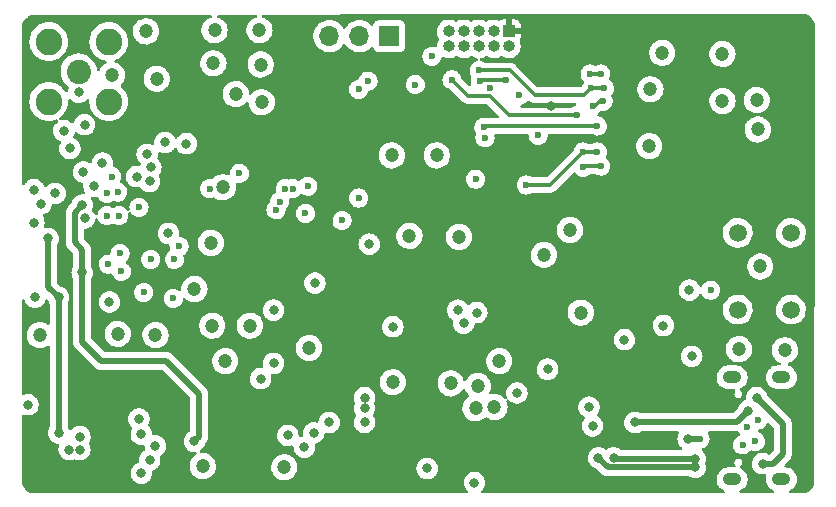
<source format=gbr>
%TF.GenerationSoftware,KiCad,Pcbnew,(5.99.0-8018-g9a0f685a75)*%
%TF.CreationDate,2021-03-03T13:41:13+00:00*%
%TF.ProjectId,CM4,434d342e-6b69-4636-9164-5f7063625858,rev?*%
%TF.SameCoordinates,Original*%
%TF.FileFunction,Copper,L3,Inr*%
%TF.FilePolarity,Positive*%
%FSLAX46Y46*%
G04 Gerber Fmt 4.6, Leading zero omitted, Abs format (unit mm)*
G04 Created by KiCad (PCBNEW (5.99.0-8018-g9a0f685a75)) date 2021-03-03 13:41:13*
%MOMM*%
%LPD*%
G01*
G04 APERTURE LIST*
G04 Aperture macros list*
%AMRoundRect*
0 Rectangle with rounded corners*
0 $1 Rounding radius*
0 $2 $3 $4 $5 $6 $7 $8 $9 X,Y pos of 4 corners*
0 Add a 4 corners polygon primitive as box body*
4,1,4,$2,$3,$4,$5,$6,$7,$8,$9,$2,$3,0*
0 Add four circle primitives for the rounded corners*
1,1,$1+$1,$2,$3,0*
1,1,$1+$1,$4,$5,0*
1,1,$1+$1,$6,$7,0*
1,1,$1+$1,$8,$9,0*
0 Add four rect primitives between the rounded corners*
20,1,$1+$1,$2,$3,$4,$5,0*
20,1,$1+$1,$4,$5,$6,$7,0*
20,1,$1+$1,$6,$7,$8,$9,0*
20,1,$1+$1,$8,$9,$2,$3,0*%
G04 Aperture macros list end*
%TA.AperFunction,ComponentPad*%
%ADD10R,1.000000X1.000000*%
%TD*%
%TA.AperFunction,ComponentPad*%
%ADD11O,1.000000X1.000000*%
%TD*%
%TA.AperFunction,ComponentPad*%
%ADD12C,2.050000*%
%TD*%
%TA.AperFunction,ComponentPad*%
%ADD13C,2.250000*%
%TD*%
%TA.AperFunction,ComponentPad*%
%ADD14RoundRect,0.500000X0.300000X0.000000X0.300000X0.000000X-0.300000X0.000000X-0.300000X0.000000X0*%
%TD*%
%TA.AperFunction,ComponentPad*%
%ADD15C,1.500000*%
%TD*%
%TA.AperFunction,ComponentPad*%
%ADD16R,1.700000X1.700000*%
%TD*%
%TA.AperFunction,ComponentPad*%
%ADD17O,1.700000X1.700000*%
%TD*%
%TA.AperFunction,ViaPad*%
%ADD18C,1.200000*%
%TD*%
%TA.AperFunction,ViaPad*%
%ADD19C,0.800000*%
%TD*%
%TA.AperFunction,ViaPad*%
%ADD20C,0.600000*%
%TD*%
%TA.AperFunction,Conductor*%
%ADD21C,0.500000*%
%TD*%
%TA.AperFunction,Conductor*%
%ADD22C,0.300000*%
%TD*%
G04 APERTURE END LIST*
D10*
%TO.N,/+3.3V*%
%TO.C,J3*%
X137900000Y-77100000D03*
D11*
%TO.N,/H7MCU/SWDIO*%
X137900000Y-78370000D03*
%TO.N,GND*%
X136630000Y-77100000D03*
%TO.N,/H7MCU/SWCLK*%
X136630000Y-78370000D03*
%TO.N,GND*%
X135360000Y-77100000D03*
%TO.N,/H7MCU/SWO*%
X135360000Y-78370000D03*
%TO.N,no_connect_58*%
X134090000Y-77100000D03*
%TO.N,no_connect_59*%
X134090000Y-78370000D03*
%TO.N,GND*%
X132820000Y-77100000D03*
%TO.N,/H7MCU/NRST*%
X132820000Y-78370000D03*
%TD*%
D12*
%TO.N,Net-(J2-Pad1)*%
%TO.C,J2*%
X101500000Y-80500000D03*
D13*
%TO.N,GND*%
X104040000Y-77960000D03*
X98960000Y-83040000D03*
X98960000Y-77960000D03*
X104040000Y-83040000D03*
%TD*%
D14*
%TO.N,GND*%
%TO.C,J1*%
X156820000Y-115020000D03*
X156820000Y-106380000D03*
X161000000Y-115020000D03*
X161000000Y-106380000D03*
%TD*%
D15*
%TO.N,/H7MCU/NRST*%
%TO.C,S1*%
X161800000Y-100650000D03*
X161800000Y-94150000D03*
%TO.N,GND*%
X157300000Y-94150000D03*
X157300000Y-100650000D03*
%TD*%
D16*
%TO.N,/H7MCU/USART_RX*%
%TO.C,J7*%
X127800000Y-77500000D03*
D17*
%TO.N,/H7MCU/USART_TX*%
X125260000Y-77500000D03*
%TO.N,GND*%
X122720000Y-77500000D03*
%TD*%
D18*
%TO.N,GND*%
X135300000Y-107100000D03*
X136700000Y-108900000D03*
X135100000Y-109000000D03*
X161300000Y-104100000D03*
X149800000Y-86800000D03*
X108100000Y-81100000D03*
X121000000Y-103900000D03*
X159200000Y-97000000D03*
X114800000Y-82400000D03*
X112800000Y-102000000D03*
X140900000Y-96000000D03*
X113000000Y-77000000D03*
X112900000Y-79800000D03*
X149900000Y-82000000D03*
D19*
X153400000Y-104600000D03*
D18*
X128100000Y-106800000D03*
X112700000Y-95000000D03*
X104800000Y-102700000D03*
X133000000Y-106900000D03*
X131800000Y-87600000D03*
X156000000Y-83000000D03*
X150900000Y-78900000D03*
X116800000Y-77000000D03*
X98200000Y-102800000D03*
X112000000Y-113900000D03*
X157400000Y-104000000D03*
X129500000Y-94400000D03*
X116900000Y-79900000D03*
X107200000Y-77100000D03*
X128000000Y-87600000D03*
X104300000Y-80800000D03*
X143100000Y-93900000D03*
X118900000Y-114000000D03*
X158900000Y-82900000D03*
X156000000Y-79000000D03*
X113900000Y-105000000D03*
X133700000Y-94500000D03*
X116000000Y-102000000D03*
X117000000Y-83100000D03*
X159000000Y-85400000D03*
X144000000Y-100900000D03*
X137100000Y-105000000D03*
X108000000Y-102800000D03*
D19*
%TO.N,Net-(C15-Pad1)*%
X135200000Y-100900000D03*
X134100000Y-101800000D03*
D20*
%TO.N,Net-(C10-Pad2)*%
X107600000Y-96400000D03*
X107000000Y-99200000D03*
%TO.N,Net-(C10-Pad1)*%
X105000000Y-95900000D03*
X104000000Y-96800000D03*
X105100000Y-97400000D03*
%TO.N,/v_DIV_OUT*%
X123800000Y-93100000D03*
D18*
X113700000Y-90300000D03*
D20*
X112600000Y-90400000D03*
X120700000Y-92500000D03*
D19*
X110600000Y-86600000D03*
%TO.N,/Power/+5V*%
X119200000Y-111300000D03*
X106800000Y-114500000D03*
X151000000Y-102000000D03*
X138600000Y-107700000D03*
X106600000Y-109900000D03*
X135000000Y-115300000D03*
X147700000Y-103200000D03*
X122700000Y-110200000D03*
X120600000Y-112300000D03*
X125700000Y-110200000D03*
X131000000Y-114100000D03*
X106800000Y-111200000D03*
X141200000Y-105700000D03*
X121400000Y-111100000D03*
%TO.N,/VPOS*%
X99800000Y-111100000D03*
X100700000Y-112500000D03*
X98900000Y-94625000D03*
X101600000Y-112500000D03*
X99800000Y-99600000D03*
%TO.N,/VNEG*%
X101800000Y-91800000D03*
X107500000Y-113400000D03*
X111300000Y-111800000D03*
X101800000Y-97500000D03*
X108000000Y-112200000D03*
D20*
%TO.N,/+3.3V*%
X142400000Y-81500000D03*
D19*
X119300000Y-85100000D03*
D20*
X122500000Y-81700000D03*
D19*
X140300000Y-97700000D03*
X141500000Y-83400000D03*
X138000000Y-101000000D03*
X148500000Y-84000000D03*
D20*
X124000000Y-82100000D03*
D19*
X114400000Y-85100000D03*
X125900000Y-100800000D03*
X142100000Y-79950000D03*
X141400000Y-88200000D03*
X153100000Y-93800000D03*
X120100000Y-86200000D03*
X130500000Y-108400000D03*
X142500000Y-86400000D03*
X144800000Y-77800000D03*
D18*
X140900000Y-76300000D03*
D19*
X124100000Y-90100000D03*
D20*
X111300000Y-92400000D03*
D19*
X112500000Y-87300000D03*
%TO.N,/H7MCU/+3.3VA*%
X121500000Y-98400000D03*
X126100000Y-95100000D03*
D20*
%TO.N,Net-(C19-Pad1)*%
X138800000Y-82500000D03*
X135900000Y-86100000D03*
%TO.N,/Power/USB_CONN_D+*%
X159000000Y-110000000D03*
X158800000Y-111800000D03*
%TO.N,/Power/USB_CONN_D-*%
X157700000Y-112100000D03*
X158100000Y-110600000D03*
%TO.N,/H7MCU/HSE_IN*%
X120900000Y-90200000D03*
X115100000Y-89100000D03*
D19*
%TO.N,/H7MCU/NRST*%
X153200000Y-99000000D03*
D20*
X125200000Y-91200000D03*
X131400000Y-79200000D03*
X155000000Y-99000000D03*
%TO.N,/H7MCU/USART_TX*%
X125200000Y-82000000D03*
%TO.N,/H7MCU/USART_RX*%
X126000000Y-81300000D03*
D19*
%TO.N,/H7MCU/LED_STAT*%
X128100000Y-102100000D03*
X133600000Y-100700000D03*
%TO.N,Net-(F1-Pad2)*%
X144700000Y-108900000D03*
X145000000Y-110500000D03*
%TO.N,VCC*%
X146800000Y-113200000D03*
X158900000Y-108100000D03*
X153700000Y-114000000D03*
X159400000Y-113700000D03*
X145500000Y-113200000D03*
X153700000Y-113300000D03*
D20*
%TO.N,Net-(C11-Pad2)*%
X104300000Y-89400000D03*
D19*
X100250000Y-85500000D03*
X103500000Y-88250000D03*
X100750000Y-87000000D03*
D20*
X106600000Y-92000000D03*
D19*
%TO.N,P_AMP_OUT*%
X97800000Y-99600000D03*
X104100000Y-100000000D03*
D20*
X109500000Y-99700000D03*
D18*
X111300000Y-98900000D03*
D20*
%TO.N,Net-(C11-Pad1)*%
X104800000Y-90700000D03*
X103900000Y-90800000D03*
D19*
X102800000Y-90200000D03*
X101900000Y-89000000D03*
%TO.N,/3.3VREF*%
X125700000Y-108100000D03*
X118000000Y-100700000D03*
X116900000Y-106500000D03*
X125700000Y-109000000D03*
X118000000Y-105200000D03*
%TO.N,Net-(C31-Pad2)*%
X107300000Y-87500000D03*
X106400000Y-89400000D03*
X108800000Y-86500000D03*
X107500000Y-89800000D03*
%TO.N,Net-(IC3-Pad4)*%
X98300000Y-91700000D03*
X99500000Y-90800000D03*
X97700000Y-90500000D03*
%TO.N,Net-(IC3-Pad1)*%
X97700000Y-93300000D03*
X102000000Y-92900000D03*
D20*
X103900000Y-92700000D03*
X104900000Y-92700000D03*
D19*
%TO.N,Net-(IC4-Pad1)*%
X97200000Y-108700000D03*
X101600000Y-111400000D03*
%TO.N,Net-(IC5-Pad1)*%
X107600000Y-88600000D03*
D20*
X110000000Y-95300000D03*
D19*
X109100000Y-94200000D03*
D20*
X109600000Y-96400000D03*
D19*
%TO.N,Net-(J1-PadA5)*%
X153100000Y-111600000D03*
D20*
X154100000Y-111600000D03*
D19*
%TO.N,Net-(J1-PadB5)*%
X148600000Y-110200000D03*
X158200000Y-109200000D03*
%TO.N,Net-(J2-Pad1)*%
X101500000Y-82250000D03*
X102000000Y-85000000D03*
D20*
%TO.N,/H7MCU/SWO*%
X130000000Y-81600000D03*
%TO.N,/H7MCU/SDMMC_CMD*%
X145000000Y-83400000D03*
X145900000Y-83000000D03*
X143700000Y-84200000D03*
X133100000Y-81200000D03*
%TO.N,/H7MCU/SDMMC_CK*%
X145400000Y-85100000D03*
X135800000Y-85200000D03*
%TO.N,/H7MCU/SDMMC_D3*%
X146000000Y-81900000D03*
X144900000Y-81900000D03*
X135400000Y-80400000D03*
%TO.N,/H7MCU/SDMMC_D2*%
X145700000Y-80700000D03*
X144800000Y-80700000D03*
X137700000Y-81200000D03*
X135500000Y-81300000D03*
%TO.N,/H7MCU/SWCLK*%
X136300000Y-81900000D03*
%TO.N,/H7MCU/SWDIO*%
X140400000Y-85900000D03*
%TO.N,/H7MCU/SDMMC_D1*%
X135100000Y-89600000D03*
X144200000Y-88600000D03*
X145700000Y-88500000D03*
%TO.N,/H7MCU/SDMMC_D0*%
X144200000Y-87300000D03*
X139400000Y-90100000D03*
X145400000Y-87300000D03*
%TO.N,Net-(C48-Pad2)*%
X119600000Y-90400000D03*
X118500000Y-91500000D03*
X119000000Y-90400000D03*
X118200000Y-92200000D03*
%TD*%
D21*
%TO.N,/VPOS*%
X98900000Y-98700000D02*
X99800000Y-99600000D01*
X99800000Y-111100000D02*
X99800000Y-99600000D01*
X98900000Y-94625000D02*
X98900000Y-98700000D01*
%TO.N,/VNEG*%
X111700000Y-107800000D02*
X111700000Y-111400000D01*
X108900000Y-105000000D02*
X111700000Y-107800000D01*
X103400000Y-105000000D02*
X108900000Y-105000000D01*
X101800000Y-97500000D02*
X101800000Y-103400000D01*
X101800000Y-95600000D02*
X101149999Y-94949999D01*
X101800000Y-97500000D02*
X101800000Y-95600000D01*
X101149999Y-94949999D02*
X101149999Y-92450001D01*
X111700000Y-111400000D02*
X111300000Y-111800000D01*
X101149999Y-92450001D02*
X101800000Y-91800000D01*
X101800000Y-103400000D02*
X103400000Y-105000000D01*
D22*
%TO.N,/+3.3V*%
X122900000Y-82100000D02*
X122500000Y-81700000D01*
X124000000Y-82100000D02*
X122900000Y-82100000D01*
D21*
%TO.N,VCC*%
X160300000Y-113700000D02*
X159400000Y-113700000D01*
X161100000Y-112900000D02*
X160300000Y-113700000D01*
X158900000Y-108100000D02*
X161100000Y-110300000D01*
X153700000Y-113300000D02*
X146900000Y-113300000D01*
X161100000Y-110300000D02*
X161100000Y-112900000D01*
X153700000Y-114000000D02*
X146300000Y-114000000D01*
X146300000Y-114000000D02*
X145500000Y-113200000D01*
X146900000Y-113300000D02*
X146800000Y-113200000D01*
%TO.N,Net-(J1-PadA5)*%
X154100000Y-111600000D02*
X153100000Y-111600000D01*
%TO.N,Net-(J1-PadB5)*%
X157200000Y-110200000D02*
X158200000Y-109200000D01*
X148600000Y-110200000D02*
X157200000Y-110200000D01*
D22*
%TO.N,/H7MCU/SDMMC_CMD*%
X136287999Y-82550001D02*
X134450001Y-82550001D01*
X145000000Y-83400000D02*
X145200000Y-83400000D01*
X143700000Y-84200000D02*
X137937998Y-84200000D01*
X137937998Y-84200000D02*
X136287999Y-82550001D01*
X145200000Y-83400000D02*
X145600000Y-83000000D01*
X145600000Y-83000000D02*
X145900000Y-83000000D01*
X134450001Y-82550001D02*
X133100000Y-81200000D01*
%TO.N,/H7MCU/SDMMC_CK*%
X135900000Y-85100000D02*
X135800000Y-85200000D01*
X145400000Y-85100000D02*
X135900000Y-85100000D01*
%TO.N,/H7MCU/SDMMC_D3*%
X140100000Y-82500000D02*
X144300000Y-82500000D01*
X146000000Y-81900000D02*
X144900000Y-81900000D01*
X135400000Y-80400000D02*
X138000000Y-80400000D01*
X144300000Y-82500000D02*
X144900000Y-81900000D01*
X138000000Y-80400000D02*
X140100000Y-82500000D01*
%TO.N,/H7MCU/SDMMC_D2*%
X135600000Y-81200000D02*
X137700000Y-81200000D01*
X144800000Y-80700000D02*
X145700000Y-80700000D01*
X135500000Y-81300000D02*
X135600000Y-81200000D01*
%TO.N,/H7MCU/SDMMC_D1*%
X144300000Y-88500000D02*
X144200000Y-88600000D01*
X145700000Y-88500000D02*
X144300000Y-88500000D01*
%TO.N,/H7MCU/SDMMC_D0*%
X139400000Y-90100000D02*
X141400000Y-90100000D01*
X145400000Y-87300000D02*
X144200000Y-87300000D01*
X141400000Y-90100000D02*
X144200000Y-87300000D01*
%TD*%
%TA.AperFunction,Conductor*%
%TO.N,/+3.3V*%
G36*
X163105560Y-75621934D02*
G01*
X163110302Y-75624347D01*
X163118256Y-75628763D01*
X163261294Y-75715074D01*
X163268904Y-75720049D01*
X163291970Y-75736346D01*
X163299193Y-75741850D01*
X163428381Y-75847895D01*
X163435162Y-75853883D01*
X163455645Y-75873332D01*
X163461993Y-75879812D01*
X163574547Y-76003307D01*
X163580426Y-76010245D01*
X163597909Y-76032454D01*
X163603269Y-76039793D01*
X163609935Y-76049648D01*
X163696867Y-76178179D01*
X163701685Y-76185888D01*
X163715800Y-76210399D01*
X163720039Y-76218418D01*
X163792748Y-76368833D01*
X163796407Y-76377154D01*
X163809821Y-76410926D01*
X163818720Y-76457517D01*
X163812416Y-85692876D01*
X163792115Y-115431163D01*
X163792104Y-115447179D01*
X163778277Y-115504480D01*
X163776579Y-115507799D01*
X163772027Y-115515939D01*
X163687444Y-115654858D01*
X163682289Y-115662657D01*
X163666275Y-115685035D01*
X163660560Y-115692426D01*
X163556366Y-115817317D01*
X163550125Y-115824257D01*
X163530935Y-115844068D01*
X163524218Y-115850506D01*
X163402696Y-115958626D01*
X163395529Y-115964542D01*
X163373605Y-115981309D01*
X163365986Y-115986700D01*
X163229856Y-116075638D01*
X163221849Y-116080455D01*
X163197722Y-116093778D01*
X163189377Y-116097990D01*
X163041583Y-116165830D01*
X163032951Y-116169412D01*
X162993483Y-116184094D01*
X162949552Y-116192000D01*
X161749656Y-116192000D01*
X161681535Y-116171998D01*
X161635042Y-116118342D01*
X161624938Y-116048068D01*
X161654432Y-115983488D01*
X161690503Y-115954748D01*
X161695438Y-115952124D01*
X161860862Y-115864167D01*
X161964690Y-115779487D01*
X162009372Y-115743046D01*
X162009375Y-115743043D01*
X162014147Y-115739151D01*
X162022237Y-115729372D01*
X162136302Y-115591492D01*
X162136305Y-115591487D01*
X162140230Y-115586743D01*
X162143410Y-115580862D01*
X162231379Y-115418166D01*
X162231381Y-115418162D01*
X162234308Y-115412748D01*
X162236331Y-115406215D01*
X162251467Y-115357318D01*
X162292800Y-115223793D01*
X162298039Y-115173952D01*
X162307578Y-115083186D01*
X162308500Y-115074413D01*
X162308500Y-114969006D01*
X162294198Y-114823143D01*
X162237027Y-114633785D01*
X162144166Y-114459138D01*
X162072734Y-114371554D01*
X162023045Y-114310628D01*
X162023042Y-114310625D01*
X162019150Y-114305853D01*
X162013102Y-114300849D01*
X161871490Y-114183697D01*
X161871491Y-114183697D01*
X161866742Y-114179769D01*
X161861325Y-114176840D01*
X161861322Y-114176838D01*
X161698165Y-114088620D01*
X161698161Y-114088618D01*
X161692747Y-114085691D01*
X161686867Y-114083871D01*
X161686865Y-114083870D01*
X161637317Y-114068532D01*
X161503792Y-114027199D01*
X161497674Y-114026556D01*
X161497669Y-114026555D01*
X161354421Y-114011500D01*
X161354519Y-114010569D01*
X161291248Y-113988330D01*
X161247629Y-113932313D01*
X161241219Y-113861607D01*
X161275731Y-113796949D01*
X161330831Y-113741850D01*
X161589681Y-113483000D01*
X161604094Y-113470614D01*
X161614807Y-113462730D01*
X161620706Y-113458389D01*
X161653618Y-113419649D01*
X161660548Y-113412133D01*
X161666665Y-113406016D01*
X161668938Y-113403143D01*
X161668946Y-113403134D01*
X161685146Y-113382657D01*
X161687937Y-113379253D01*
X161730455Y-113329206D01*
X161730456Y-113329204D01*
X161735197Y-113323624D01*
X161738527Y-113317103D01*
X161741879Y-113312077D01*
X161745052Y-113306939D01*
X161749594Y-113301198D01*
X161780518Y-113235033D01*
X161782422Y-113231138D01*
X161790706Y-113214915D01*
X161815615Y-113166135D01*
X161817356Y-113159021D01*
X161819463Y-113153355D01*
X161821367Y-113147631D01*
X161824467Y-113140999D01*
X161839338Y-113069504D01*
X161840295Y-113065275D01*
X161857645Y-112994370D01*
X161858415Y-112981963D01*
X161858671Y-112978569D01*
X161858986Y-112975039D01*
X161860477Y-112967871D01*
X161858546Y-112896506D01*
X161858500Y-112893098D01*
X161858500Y-110365987D01*
X161859933Y-110347036D01*
X161861935Y-110333879D01*
X161861935Y-110333876D01*
X161863035Y-110326646D01*
X161861591Y-110308886D01*
X161858915Y-110275993D01*
X161858500Y-110265778D01*
X161858500Y-110257114D01*
X161855046Y-110227485D01*
X161854616Y-110223139D01*
X161854054Y-110216221D01*
X161848699Y-110150395D01*
X161846444Y-110143434D01*
X161845259Y-110137503D01*
X161843870Y-110131627D01*
X161843022Y-110124357D01*
X161818109Y-110055722D01*
X161816697Y-110051608D01*
X161796459Y-109989134D01*
X161796457Y-109989129D01*
X161794202Y-109982169D01*
X161790404Y-109975911D01*
X161787898Y-109970437D01*
X161785186Y-109965020D01*
X161782687Y-109958136D01*
X161777958Y-109950922D01*
X161742664Y-109897089D01*
X161740319Y-109893372D01*
X161705375Y-109835788D01*
X161705374Y-109835786D01*
X161702465Y-109830993D01*
X161698756Y-109826793D01*
X161698752Y-109826788D01*
X161694253Y-109821695D01*
X161692027Y-109819106D01*
X161689749Y-109816381D01*
X161685731Y-109810253D01*
X161645459Y-109772103D01*
X161633894Y-109761148D01*
X161631451Y-109758770D01*
X159820119Y-107947438D01*
X159789381Y-107897279D01*
X159756906Y-107797332D01*
X159734524Y-107728446D01*
X159725530Y-107712867D01*
X159689461Y-107650395D01*
X159639037Y-107563058D01*
X159628728Y-107551608D01*
X159515673Y-107426048D01*
X159515672Y-107426047D01*
X159511251Y-107421137D01*
X159505909Y-107417256D01*
X159505907Y-107417254D01*
X159362092Y-107312767D01*
X159362091Y-107312766D01*
X159356750Y-107308886D01*
X159350722Y-107306202D01*
X159350720Y-107306201D01*
X159188318Y-107233895D01*
X159188317Y-107233895D01*
X159182287Y-107231210D01*
X159085594Y-107210657D01*
X159001944Y-107192876D01*
X159001939Y-107192876D01*
X158995487Y-107191504D01*
X158804513Y-107191504D01*
X158798061Y-107192876D01*
X158798056Y-107192876D01*
X158714406Y-107210657D01*
X158617713Y-107231210D01*
X158611683Y-107233895D01*
X158611682Y-107233895D01*
X158449280Y-107306201D01*
X158449278Y-107306202D01*
X158443250Y-107308886D01*
X158437909Y-107312766D01*
X158437908Y-107312767D01*
X158294093Y-107417254D01*
X158294091Y-107417256D01*
X158288749Y-107421137D01*
X158284328Y-107426047D01*
X158284327Y-107426048D01*
X158171273Y-107551608D01*
X158160963Y-107563058D01*
X158110539Y-107650395D01*
X158074471Y-107712867D01*
X158065476Y-107728446D01*
X158043094Y-107797332D01*
X158009230Y-107901555D01*
X158006462Y-107910073D01*
X158005772Y-107916636D01*
X158005772Y-107916637D01*
X157990150Y-108065269D01*
X157986500Y-108100000D01*
X157987190Y-108106565D01*
X157987190Y-108106566D01*
X157997135Y-108201191D01*
X157984363Y-108271029D01*
X157935860Y-108322876D01*
X157917657Y-108331084D01*
X157917713Y-108331210D01*
X157749280Y-108406201D01*
X157749278Y-108406202D01*
X157743250Y-108408886D01*
X157737909Y-108412766D01*
X157737908Y-108412767D01*
X157594093Y-108517254D01*
X157594091Y-108517256D01*
X157588749Y-108521137D01*
X157584328Y-108526047D01*
X157584327Y-108526048D01*
X157497283Y-108622721D01*
X157460963Y-108663058D01*
X157365476Y-108828446D01*
X157363434Y-108834731D01*
X157310619Y-108997278D01*
X157279882Y-109047437D01*
X157096096Y-109231224D01*
X156922725Y-109404595D01*
X156860412Y-109438620D01*
X156833629Y-109441500D01*
X149142580Y-109441500D01*
X149068521Y-109417438D01*
X149062088Y-109412764D01*
X149062086Y-109412763D01*
X149056750Y-109408886D01*
X149050722Y-109406202D01*
X148888318Y-109333895D01*
X148888317Y-109333895D01*
X148882287Y-109331210D01*
X148785594Y-109310657D01*
X148701944Y-109292876D01*
X148701939Y-109292876D01*
X148695487Y-109291504D01*
X148504513Y-109291504D01*
X148498061Y-109292876D01*
X148498056Y-109292876D01*
X148414406Y-109310657D01*
X148317713Y-109331210D01*
X148311683Y-109333895D01*
X148311682Y-109333895D01*
X148149280Y-109406201D01*
X148149278Y-109406202D01*
X148143250Y-109408886D01*
X148137909Y-109412766D01*
X148137908Y-109412767D01*
X147994093Y-109517254D01*
X147994091Y-109517256D01*
X147988749Y-109521137D01*
X147984328Y-109526047D01*
X147984327Y-109526048D01*
X147866499Y-109656910D01*
X147860963Y-109663058D01*
X147830150Y-109716427D01*
X147771291Y-109818375D01*
X147765476Y-109828446D01*
X147753638Y-109864880D01*
X147709230Y-110001555D01*
X147706462Y-110010073D01*
X147705772Y-110016636D01*
X147705772Y-110016637D01*
X147702018Y-110052357D01*
X147686500Y-110200000D01*
X147687190Y-110206565D01*
X147693414Y-110265778D01*
X147706462Y-110389927D01*
X147708502Y-110396205D01*
X147708502Y-110396206D01*
X147739466Y-110491504D01*
X147765476Y-110571554D01*
X147860963Y-110736942D01*
X147865381Y-110741849D01*
X147865382Y-110741850D01*
X147921888Y-110804606D01*
X147988749Y-110878863D01*
X147994091Y-110882744D01*
X147994093Y-110882746D01*
X148111652Y-110968157D01*
X148143250Y-110991114D01*
X148149278Y-110993798D01*
X148149280Y-110993799D01*
X148311682Y-111066105D01*
X148317713Y-111068790D01*
X148411113Y-111088643D01*
X148498056Y-111107124D01*
X148498061Y-111107124D01*
X148504513Y-111108496D01*
X148695487Y-111108496D01*
X148701939Y-111107124D01*
X148701944Y-111107124D01*
X148788887Y-111088643D01*
X148882287Y-111068790D01*
X148895162Y-111063058D01*
X149050722Y-110993798D01*
X149050723Y-110993797D01*
X149056750Y-110991114D01*
X149068521Y-110982562D01*
X149142580Y-110958500D01*
X152203091Y-110958500D01*
X152271212Y-110978502D01*
X152317705Y-111032158D01*
X152327809Y-111102432D01*
X152312210Y-111147500D01*
X152272294Y-111216637D01*
X152265476Y-111228446D01*
X152244541Y-111292877D01*
X152210968Y-111396206D01*
X152206462Y-111410073D01*
X152205772Y-111416636D01*
X152205772Y-111416637D01*
X152190152Y-111565253D01*
X152186500Y-111600000D01*
X152206462Y-111789927D01*
X152208502Y-111796205D01*
X152208502Y-111796206D01*
X152219224Y-111829205D01*
X152265476Y-111971554D01*
X152268779Y-111977276D01*
X152268780Y-111977277D01*
X152287035Y-112008895D01*
X152360963Y-112136942D01*
X152365381Y-112141849D01*
X152365382Y-112141850D01*
X152423652Y-112206565D01*
X152488749Y-112278863D01*
X152494091Y-112282744D01*
X152494093Y-112282746D01*
X152536511Y-112313564D01*
X152579865Y-112369786D01*
X152585940Y-112440522D01*
X152552809Y-112503314D01*
X152490989Y-112538225D01*
X152462450Y-112541500D01*
X147480218Y-112541500D01*
X147406157Y-112517436D01*
X147262092Y-112412767D01*
X147262091Y-112412766D01*
X147256750Y-112408886D01*
X147250722Y-112406202D01*
X147250720Y-112406201D01*
X147088318Y-112333895D01*
X147088317Y-112333895D01*
X147082287Y-112331210D01*
X146966343Y-112306565D01*
X146901944Y-112292876D01*
X146901939Y-112292876D01*
X146895487Y-112291504D01*
X146704513Y-112291504D01*
X146698061Y-112292876D01*
X146698056Y-112292876D01*
X146633657Y-112306565D01*
X146517713Y-112331210D01*
X146511683Y-112333895D01*
X146511682Y-112333895D01*
X146349280Y-112406201D01*
X146349278Y-112406202D01*
X146343250Y-112408886D01*
X146337908Y-112412767D01*
X146337903Y-112412770D01*
X146224060Y-112495481D01*
X146157193Y-112519340D01*
X146088041Y-112503259D01*
X146075940Y-112495481D01*
X145962097Y-112412770D01*
X145962092Y-112412767D01*
X145956750Y-112408886D01*
X145950722Y-112406202D01*
X145950720Y-112406201D01*
X145788318Y-112333895D01*
X145788317Y-112333895D01*
X145782287Y-112331210D01*
X145666343Y-112306565D01*
X145601944Y-112292876D01*
X145601939Y-112292876D01*
X145595487Y-112291504D01*
X145404513Y-112291504D01*
X145398061Y-112292876D01*
X145398056Y-112292876D01*
X145333657Y-112306565D01*
X145217713Y-112331210D01*
X145211683Y-112333895D01*
X145211682Y-112333895D01*
X145049280Y-112406201D01*
X145049278Y-112406202D01*
X145043250Y-112408886D01*
X145037909Y-112412766D01*
X145037908Y-112412767D01*
X144894093Y-112517254D01*
X144894091Y-112517256D01*
X144888749Y-112521137D01*
X144884328Y-112526047D01*
X144884327Y-112526048D01*
X144797282Y-112622722D01*
X144760963Y-112663058D01*
X144703228Y-112763058D01*
X144686805Y-112791504D01*
X144665476Y-112828446D01*
X144662621Y-112837234D01*
X144612798Y-112990574D01*
X144606462Y-113010073D01*
X144605772Y-113016636D01*
X144605772Y-113016637D01*
X144603870Y-113034731D01*
X144586500Y-113200000D01*
X144587190Y-113206565D01*
X144605538Y-113381131D01*
X144606462Y-113389927D01*
X144608502Y-113396205D01*
X144608502Y-113396206D01*
X144628707Y-113458389D01*
X144665476Y-113571554D01*
X144760963Y-113736942D01*
X144765381Y-113741849D01*
X144765382Y-113741850D01*
X144833276Y-113817254D01*
X144888749Y-113878863D01*
X144894091Y-113882744D01*
X144894093Y-113882746D01*
X145037908Y-113987233D01*
X145043250Y-113991114D01*
X145049278Y-113993798D01*
X145049280Y-113993799D01*
X145211682Y-114066105D01*
X145217713Y-114068790D01*
X145280766Y-114082192D01*
X145343664Y-114116344D01*
X145531113Y-114303794D01*
X145717000Y-114489681D01*
X145729385Y-114504093D01*
X145741611Y-114520706D01*
X145747194Y-114525449D01*
X145780351Y-114553618D01*
X145787867Y-114560548D01*
X145793984Y-114566665D01*
X145796857Y-114568938D01*
X145796866Y-114568946D01*
X145817343Y-114585146D01*
X145820747Y-114587937D01*
X145865607Y-114626048D01*
X145876376Y-114635197D01*
X145882897Y-114638527D01*
X145887923Y-114641879D01*
X145893061Y-114645052D01*
X145898802Y-114649594D01*
X145964967Y-114680518D01*
X145968850Y-114682416D01*
X146033865Y-114715615D01*
X146040979Y-114717356D01*
X146046645Y-114719463D01*
X146052369Y-114721367D01*
X146059001Y-114724467D01*
X146130496Y-114739338D01*
X146134725Y-114740295D01*
X146205630Y-114757645D01*
X146211237Y-114757993D01*
X146211238Y-114757993D01*
X146213541Y-114758136D01*
X146218037Y-114758415D01*
X146221431Y-114758671D01*
X146224961Y-114758986D01*
X146232129Y-114760477D01*
X146303494Y-114758546D01*
X146306902Y-114758500D01*
X153157420Y-114758500D01*
X153231479Y-114782562D01*
X153243250Y-114791114D01*
X153249277Y-114793797D01*
X153249278Y-114793798D01*
X153409805Y-114865269D01*
X153417713Y-114868790D01*
X153504480Y-114887233D01*
X153598056Y-114907124D01*
X153598061Y-114907124D01*
X153604513Y-114908496D01*
X153795487Y-114908496D01*
X153801939Y-114907124D01*
X153801944Y-114907124D01*
X153895520Y-114887233D01*
X153982287Y-114868790D01*
X153988318Y-114866105D01*
X154150720Y-114793799D01*
X154150722Y-114793798D01*
X154156750Y-114791114D01*
X154195366Y-114763058D01*
X154305907Y-114682746D01*
X154305909Y-114682744D01*
X154311251Y-114678863D01*
X154337605Y-114649594D01*
X154434618Y-114541850D01*
X154434619Y-114541849D01*
X154439037Y-114536942D01*
X154510998Y-114412302D01*
X154531220Y-114377277D01*
X154531221Y-114377276D01*
X154534524Y-114371554D01*
X154583108Y-114222027D01*
X154591498Y-114196206D01*
X154591498Y-114196205D01*
X154593538Y-114189927D01*
X154613500Y-114000000D01*
X154594621Y-113820374D01*
X154594228Y-113816637D01*
X154594228Y-113816636D01*
X154593538Y-113810073D01*
X154554178Y-113688936D01*
X154552150Y-113617969D01*
X154554178Y-113611064D01*
X154591498Y-113496206D01*
X154591498Y-113496204D01*
X154593538Y-113489927D01*
X154600925Y-113419649D01*
X154612810Y-113306565D01*
X154613500Y-113300000D01*
X154598087Y-113153355D01*
X154594228Y-113116637D01*
X154594228Y-113116636D01*
X154593538Y-113110073D01*
X154567919Y-113031224D01*
X154536566Y-112934731D01*
X154534524Y-112928446D01*
X154521682Y-112906202D01*
X154496772Y-112863058D01*
X154439037Y-112763058D01*
X154367280Y-112683363D01*
X154315673Y-112626048D01*
X154315672Y-112626047D01*
X154311251Y-112621137D01*
X154305909Y-112617256D01*
X154305907Y-112617254D01*
X154283302Y-112600831D01*
X154239948Y-112544609D01*
X154233873Y-112473873D01*
X154267004Y-112411081D01*
X154318426Y-112379062D01*
X154381711Y-112358500D01*
X154429361Y-112343018D01*
X154429364Y-112343017D01*
X154436060Y-112340841D01*
X154545131Y-112275822D01*
X154585789Y-112251585D01*
X154585791Y-112251584D01*
X154591841Y-112247977D01*
X154723177Y-112122908D01*
X154793783Y-112016637D01*
X154819639Y-111977721D01*
X154819640Y-111977719D01*
X154823540Y-111971849D01*
X154887942Y-111802309D01*
X154902664Y-111697562D01*
X154912632Y-111626636D01*
X154912632Y-111626633D01*
X154913183Y-111622714D01*
X154913359Y-111610073D01*
X154913445Y-111603962D01*
X154913445Y-111603957D01*
X154913500Y-111600000D01*
X154893284Y-111419770D01*
X154890741Y-111412466D01*
X154845782Y-111283363D01*
X154833641Y-111248498D01*
X154825039Y-111234731D01*
X154790128Y-111178863D01*
X154772886Y-111151269D01*
X154753750Y-111082901D01*
X154774615Y-111015039D01*
X154828857Y-110969231D01*
X154879740Y-110958500D01*
X157134014Y-110958500D01*
X157152965Y-110959933D01*
X157166122Y-110961935D01*
X157166125Y-110961935D01*
X157173355Y-110963035D01*
X157180647Y-110962442D01*
X157180650Y-110962442D01*
X157224007Y-110958915D01*
X157234222Y-110958500D01*
X157242886Y-110958500D01*
X157246520Y-110958076D01*
X157246526Y-110958076D01*
X157256467Y-110956917D01*
X157272515Y-110955046D01*
X157276830Y-110954619D01*
X157286843Y-110953804D01*
X157287647Y-110953739D01*
X157357164Y-110968157D01*
X157405630Y-111014054D01*
X157441093Y-111072610D01*
X157455472Y-111096353D01*
X157460363Y-111101418D01*
X157460367Y-111101423D01*
X157486815Y-111128811D01*
X157519747Y-111191707D01*
X157513447Y-111262424D01*
X157469915Y-111318508D01*
X157436786Y-111335614D01*
X157353629Y-111363923D01*
X157347630Y-111367613D01*
X157347629Y-111367614D01*
X157311360Y-111389927D01*
X157199159Y-111458953D01*
X157069583Y-111585844D01*
X157065772Y-111591758D01*
X157065770Y-111591760D01*
X157016136Y-111668776D01*
X156971338Y-111738289D01*
X156955157Y-111782746D01*
X156911720Y-111902089D01*
X156911719Y-111902093D01*
X156909310Y-111908712D01*
X156886579Y-112088642D01*
X156904277Y-112269136D01*
X156906501Y-112275821D01*
X156906501Y-112275822D01*
X156923781Y-112327767D01*
X156961523Y-112441224D01*
X156965170Y-112447246D01*
X156965171Y-112447248D01*
X157051787Y-112590268D01*
X157055472Y-112596353D01*
X157181456Y-112726813D01*
X157187348Y-112730668D01*
X157187352Y-112730672D01*
X157245582Y-112768776D01*
X157333211Y-112826119D01*
X157503197Y-112889336D01*
X157510178Y-112890267D01*
X157510180Y-112890268D01*
X157556933Y-112896506D01*
X157682963Y-112913322D01*
X157689974Y-112912684D01*
X157689978Y-112912684D01*
X157840173Y-112899014D01*
X157863577Y-112896884D01*
X157870279Y-112894706D01*
X157870281Y-112894706D01*
X158029361Y-112843018D01*
X158029364Y-112843017D01*
X158036060Y-112840841D01*
X158131910Y-112783703D01*
X158185789Y-112751585D01*
X158185791Y-112751584D01*
X158191841Y-112747977D01*
X158323177Y-112622908D01*
X158341279Y-112595662D01*
X158395636Y-112549993D01*
X158466056Y-112540961D01*
X158490147Y-112547293D01*
X158603197Y-112589336D01*
X158610178Y-112590267D01*
X158610180Y-112590268D01*
X158659766Y-112596884D01*
X158782963Y-112613322D01*
X158789974Y-112612684D01*
X158789978Y-112612684D01*
X158930059Y-112599934D01*
X158963577Y-112596884D01*
X158970279Y-112594706D01*
X158970281Y-112594706D01*
X159129361Y-112543018D01*
X159129364Y-112543017D01*
X159136060Y-112540841D01*
X159240029Y-112478863D01*
X159285789Y-112451585D01*
X159285791Y-112451584D01*
X159291841Y-112447977D01*
X159423177Y-112322908D01*
X159499192Y-112208496D01*
X159519639Y-112177721D01*
X159519640Y-112177719D01*
X159523540Y-112171849D01*
X159587942Y-112002309D01*
X159610494Y-111841850D01*
X159612632Y-111826636D01*
X159612632Y-111826633D01*
X159613183Y-111822714D01*
X159613376Y-111808895D01*
X159613445Y-111803962D01*
X159613445Y-111803957D01*
X159613500Y-111800000D01*
X159593284Y-111619770D01*
X159586400Y-111600000D01*
X159554670Y-111508886D01*
X159533641Y-111448498D01*
X159462029Y-111333895D01*
X159441267Y-111300668D01*
X159441266Y-111300666D01*
X159437535Y-111294696D01*
X159385724Y-111242522D01*
X159350016Y-111206565D01*
X159309742Y-111166009D01*
X159205729Y-111100000D01*
X159162570Y-111072610D01*
X159162569Y-111072609D01*
X159156615Y-111068831D01*
X159089645Y-111044984D01*
X159032182Y-111003291D01*
X159006382Y-110937149D01*
X159020437Y-110867557D01*
X159069885Y-110816612D01*
X159120492Y-110800805D01*
X159163577Y-110796884D01*
X159170279Y-110794706D01*
X159170281Y-110794706D01*
X159329361Y-110743018D01*
X159329364Y-110743017D01*
X159336060Y-110740841D01*
X159432480Y-110683363D01*
X159485789Y-110651585D01*
X159485791Y-110651584D01*
X159491841Y-110647977D01*
X159623177Y-110522908D01*
X159693373Y-110417254D01*
X159719639Y-110377721D01*
X159719640Y-110377719D01*
X159723540Y-110371849D01*
X159757785Y-110281699D01*
X159800672Y-110225122D01*
X159867341Y-110200712D01*
X159936623Y-110216221D01*
X159964667Y-110237348D01*
X160304595Y-110577276D01*
X160338621Y-110639588D01*
X160341500Y-110666371D01*
X160341501Y-112533627D01*
X160321499Y-112601748D01*
X160304596Y-112622722D01*
X160026490Y-112900828D01*
X159964178Y-112934854D01*
X159893363Y-112929789D01*
X159863337Y-112913671D01*
X159862093Y-112912767D01*
X159862087Y-112912764D01*
X159856750Y-112908886D01*
X159850722Y-112906202D01*
X159688318Y-112833895D01*
X159688317Y-112833895D01*
X159682287Y-112831210D01*
X159588887Y-112811357D01*
X159501944Y-112792876D01*
X159501939Y-112792876D01*
X159495487Y-112791504D01*
X159304513Y-112791504D01*
X159298061Y-112792876D01*
X159298056Y-112792876D01*
X159211113Y-112811357D01*
X159117713Y-112831210D01*
X159111683Y-112833895D01*
X159111682Y-112833895D01*
X158949280Y-112906201D01*
X158949278Y-112906202D01*
X158943250Y-112908886D01*
X158937909Y-112912766D01*
X158937908Y-112912767D01*
X158794093Y-113017254D01*
X158794091Y-113017256D01*
X158788749Y-113021137D01*
X158784328Y-113026047D01*
X158784327Y-113026048D01*
X158669465Y-113153616D01*
X158660963Y-113163058D01*
X158565476Y-113328446D01*
X158551922Y-113370162D01*
X158510968Y-113496206D01*
X158506462Y-113510073D01*
X158486500Y-113700000D01*
X158487190Y-113706565D01*
X158498994Y-113818869D01*
X158506462Y-113889927D01*
X158508502Y-113896205D01*
X158508502Y-113896206D01*
X158536464Y-113982263D01*
X158565476Y-114071554D01*
X158568779Y-114077276D01*
X158568780Y-114077277D01*
X158591299Y-114116280D01*
X158660963Y-114236942D01*
X158665381Y-114241849D01*
X158665382Y-114241850D01*
X158739567Y-114324241D01*
X158788749Y-114378863D01*
X158794091Y-114382744D01*
X158794093Y-114382746D01*
X158906729Y-114464580D01*
X158943250Y-114491114D01*
X158949278Y-114493798D01*
X158949280Y-114493799D01*
X159083636Y-114553618D01*
X159117713Y-114568790D01*
X159196510Y-114585539D01*
X159298056Y-114607124D01*
X159298061Y-114607124D01*
X159304513Y-114608496D01*
X159495487Y-114608496D01*
X159501942Y-114607124D01*
X159501951Y-114607123D01*
X159580867Y-114590348D01*
X159651658Y-114595749D01*
X159708291Y-114638565D01*
X159732785Y-114705203D01*
X159727430Y-114750853D01*
X159709021Y-114810322D01*
X159709020Y-114810326D01*
X159707200Y-114816207D01*
X159706557Y-114822325D01*
X159706556Y-114822330D01*
X159701673Y-114868790D01*
X159691500Y-114965587D01*
X159691500Y-115070994D01*
X159705802Y-115216857D01*
X159762973Y-115406215D01*
X159855834Y-115580862D01*
X159916184Y-115654858D01*
X159976955Y-115729372D01*
X159976958Y-115729375D01*
X159980850Y-115734147D01*
X159985598Y-115738075D01*
X159985599Y-115738076D01*
X160056570Y-115796789D01*
X160133258Y-115860231D01*
X160138675Y-115863160D01*
X160138678Y-115863162D01*
X160307253Y-115954309D01*
X160306156Y-115956338D01*
X160353232Y-115994682D01*
X160375301Y-116062161D01*
X160357383Y-116130860D01*
X160305169Y-116178966D01*
X160249359Y-116192000D01*
X157569656Y-116192000D01*
X157501535Y-116171998D01*
X157455042Y-116118342D01*
X157444938Y-116048068D01*
X157474432Y-115983488D01*
X157510503Y-115954748D01*
X157515438Y-115952124D01*
X157680862Y-115864167D01*
X157784690Y-115779487D01*
X157829372Y-115743046D01*
X157829375Y-115743043D01*
X157834147Y-115739151D01*
X157842237Y-115729372D01*
X157956302Y-115591492D01*
X157956305Y-115591487D01*
X157960230Y-115586743D01*
X157963410Y-115580862D01*
X158051379Y-115418166D01*
X158051381Y-115418162D01*
X158054308Y-115412748D01*
X158056331Y-115406215D01*
X158071467Y-115357318D01*
X158112800Y-115223793D01*
X158118039Y-115173952D01*
X158127578Y-115083186D01*
X158128500Y-115074413D01*
X158128500Y-114969006D01*
X158114198Y-114823143D01*
X158057027Y-114633785D01*
X157964166Y-114459138D01*
X157892734Y-114371554D01*
X157843045Y-114310628D01*
X157843042Y-114310625D01*
X157839150Y-114305853D01*
X157833102Y-114300849D01*
X157691490Y-114183697D01*
X157691491Y-114183697D01*
X157686742Y-114179769D01*
X157681325Y-114176840D01*
X157681322Y-114176838D01*
X157542113Y-114101569D01*
X157491704Y-114051574D01*
X157476326Y-113982263D01*
X157500862Y-113915641D01*
X157521049Y-113894212D01*
X157602396Y-113825953D01*
X157602397Y-113825952D01*
X157610838Y-113818869D01*
X157669965Y-113716458D01*
X157690500Y-113600000D01*
X157669965Y-113483542D01*
X157623910Y-113403773D01*
X157616349Y-113390676D01*
X157616348Y-113390675D01*
X157610838Y-113381131D01*
X157542305Y-113323624D01*
X157528696Y-113312205D01*
X157520250Y-113305118D01*
X157409127Y-113264673D01*
X157290873Y-113264673D01*
X157179750Y-113305118D01*
X157171304Y-113312205D01*
X157157696Y-113323624D01*
X157089162Y-113381131D01*
X157083652Y-113390675D01*
X157083651Y-113390676D01*
X157076090Y-113403773D01*
X157030035Y-113483542D01*
X157009500Y-113600000D01*
X157030035Y-113716458D01*
X157083651Y-113809324D01*
X157089162Y-113818869D01*
X157086555Y-113820374D01*
X157108076Y-113869545D01*
X157096861Y-113939650D01*
X157049524Y-113992563D01*
X156983090Y-114011500D01*
X156468997Y-114011500D01*
X156323144Y-114025801D01*
X156133785Y-114082972D01*
X155959138Y-114175833D01*
X155891222Y-114231224D01*
X155810628Y-114296954D01*
X155810625Y-114296957D01*
X155805853Y-114300849D01*
X155801926Y-114305596D01*
X155801924Y-114305598D01*
X155683698Y-114448508D01*
X155683695Y-114448513D01*
X155679770Y-114453257D01*
X155676840Y-114458676D01*
X155676838Y-114458679D01*
X155591098Y-114617254D01*
X155585692Y-114627252D01*
X155583872Y-114633132D01*
X155583871Y-114633134D01*
X155571808Y-114672103D01*
X155527200Y-114816207D01*
X155526557Y-114822325D01*
X155526556Y-114822330D01*
X155521673Y-114868790D01*
X155511500Y-114965587D01*
X155511500Y-115070994D01*
X155525802Y-115216857D01*
X155582973Y-115406215D01*
X155675834Y-115580862D01*
X155736184Y-115654858D01*
X155796955Y-115729372D01*
X155796958Y-115729375D01*
X155800850Y-115734147D01*
X155805598Y-115738075D01*
X155805599Y-115738076D01*
X155876570Y-115796789D01*
X155953258Y-115860231D01*
X155958675Y-115863160D01*
X155958678Y-115863162D01*
X156127253Y-115954309D01*
X156126156Y-115956338D01*
X156173232Y-115994682D01*
X156195301Y-116062161D01*
X156177383Y-116130860D01*
X156125169Y-116178966D01*
X156069359Y-116192000D01*
X135701747Y-116192000D01*
X135633626Y-116171998D01*
X135587133Y-116118342D01*
X135577029Y-116048068D01*
X135606523Y-115983488D01*
X135610588Y-115979345D01*
X135611251Y-115978863D01*
X135714524Y-115864167D01*
X135734618Y-115841850D01*
X135734619Y-115841849D01*
X135739037Y-115836942D01*
X135834524Y-115671554D01*
X135887731Y-115507799D01*
X135891498Y-115496206D01*
X135891498Y-115496205D01*
X135893538Y-115489927D01*
X135913500Y-115300000D01*
X135912158Y-115287233D01*
X135894228Y-115116637D01*
X135894228Y-115116636D01*
X135893538Y-115110073D01*
X135890771Y-115101555D01*
X135847661Y-114968877D01*
X135834524Y-114928446D01*
X135825530Y-114912867D01*
X135773258Y-114822330D01*
X135739037Y-114763058D01*
X135734477Y-114757993D01*
X135615673Y-114626048D01*
X135615672Y-114626047D01*
X135611251Y-114621137D01*
X135605909Y-114617256D01*
X135605907Y-114617254D01*
X135462092Y-114512767D01*
X135462091Y-114512766D01*
X135456750Y-114508886D01*
X135450722Y-114506202D01*
X135450720Y-114506201D01*
X135288318Y-114433895D01*
X135288317Y-114433895D01*
X135282287Y-114431210D01*
X135169561Y-114407249D01*
X135101944Y-114392876D01*
X135101939Y-114392876D01*
X135095487Y-114391504D01*
X134904513Y-114391504D01*
X134898061Y-114392876D01*
X134898056Y-114392876D01*
X134830439Y-114407249D01*
X134717713Y-114431210D01*
X134711683Y-114433895D01*
X134711682Y-114433895D01*
X134549280Y-114506201D01*
X134549278Y-114506202D01*
X134543250Y-114508886D01*
X134537909Y-114512766D01*
X134537908Y-114512767D01*
X134394093Y-114617254D01*
X134394091Y-114617256D01*
X134388749Y-114621137D01*
X134384328Y-114626047D01*
X134384327Y-114626048D01*
X134265524Y-114757993D01*
X134260963Y-114763058D01*
X134226742Y-114822330D01*
X134174471Y-114912867D01*
X134165476Y-114928446D01*
X134152339Y-114968877D01*
X134109230Y-115101555D01*
X134106462Y-115110073D01*
X134105772Y-115116636D01*
X134105772Y-115116637D01*
X134087842Y-115287233D01*
X134086500Y-115300000D01*
X134106462Y-115489927D01*
X134108502Y-115496205D01*
X134108502Y-115496206D01*
X134112269Y-115507799D01*
X134165476Y-115671554D01*
X134260963Y-115836942D01*
X134265381Y-115841849D01*
X134265382Y-115841850D01*
X134388749Y-115978863D01*
X134387345Y-115980127D01*
X134419801Y-116032804D01*
X134418453Y-116103788D01*
X134378942Y-116162774D01*
X134313813Y-116191036D01*
X134298253Y-116192000D01*
X97452036Y-116192000D01*
X97394883Y-116178292D01*
X97389694Y-116175651D01*
X97381750Y-116171240D01*
X97238707Y-116084926D01*
X97231096Y-116079950D01*
X97208032Y-116063654D01*
X97200798Y-116058141D01*
X97097751Y-115973557D01*
X97071636Y-115952121D01*
X97064833Y-115946113D01*
X97044364Y-115926676D01*
X97038002Y-115920183D01*
X96966609Y-115841850D01*
X96925439Y-115796678D01*
X96919571Y-115789753D01*
X96909981Y-115777571D01*
X96902097Y-115767554D01*
X96896736Y-115760213D01*
X96803136Y-115621826D01*
X96798315Y-115614112D01*
X96784213Y-115589623D01*
X96779968Y-115581594D01*
X96707240Y-115431141D01*
X96703596Y-115422853D01*
X96690067Y-115388791D01*
X96681169Y-115342313D01*
X96680324Y-111878863D01*
X96679794Y-109706201D01*
X96679782Y-109656910D01*
X96699767Y-109588784D01*
X96753412Y-109542278D01*
X96823683Y-109532157D01*
X96857032Y-109541773D01*
X96911678Y-109566104D01*
X96911686Y-109566107D01*
X96917713Y-109568790D01*
X97011113Y-109588643D01*
X97098056Y-109607124D01*
X97098061Y-109607124D01*
X97104513Y-109608496D01*
X97295487Y-109608496D01*
X97301939Y-109607124D01*
X97301944Y-109607124D01*
X97388887Y-109588643D01*
X97482287Y-109568790D01*
X97541834Y-109542278D01*
X97650720Y-109493799D01*
X97650722Y-109493798D01*
X97656750Y-109491114D01*
X97662092Y-109487233D01*
X97805907Y-109382746D01*
X97805909Y-109382744D01*
X97811251Y-109378863D01*
X97860433Y-109324241D01*
X97934618Y-109241850D01*
X97934619Y-109241849D01*
X97939037Y-109236942D01*
X98010730Y-109112767D01*
X98031220Y-109077277D01*
X98031221Y-109077276D01*
X98034524Y-109071554D01*
X98093538Y-108889927D01*
X98113500Y-108700000D01*
X98099427Y-108566105D01*
X98094228Y-108516637D01*
X98094228Y-108516636D01*
X98093538Y-108510073D01*
X98081023Y-108471554D01*
X98036566Y-108334731D01*
X98034524Y-108328446D01*
X98020096Y-108303455D01*
X97972569Y-108221137D01*
X97939037Y-108163058D01*
X97911171Y-108132109D01*
X97815673Y-108026048D01*
X97815672Y-108026047D01*
X97811251Y-108021137D01*
X97805909Y-108017256D01*
X97805907Y-108017254D01*
X97662092Y-107912767D01*
X97662091Y-107912766D01*
X97656750Y-107908886D01*
X97650722Y-107906202D01*
X97650720Y-107906201D01*
X97488318Y-107833895D01*
X97488317Y-107833895D01*
X97482287Y-107831210D01*
X97363619Y-107805986D01*
X97301944Y-107792876D01*
X97301939Y-107792876D01*
X97295487Y-107791504D01*
X97104513Y-107791504D01*
X97098061Y-107792876D01*
X97098056Y-107792876D01*
X97036381Y-107805986D01*
X96917713Y-107831210D01*
X96911686Y-107833893D01*
X96911678Y-107833896D01*
X96856563Y-107858435D01*
X96786196Y-107867869D01*
X96721899Y-107837762D01*
X96684086Y-107777673D01*
X96679316Y-107743363D01*
X96677399Y-99880503D01*
X96697383Y-99812379D01*
X96751028Y-99765873D01*
X96821299Y-99755752D01*
X96885887Y-99785229D01*
X96923231Y-99841538D01*
X96949459Y-99922259D01*
X96965476Y-99971554D01*
X96968779Y-99977276D01*
X96968780Y-99977277D01*
X96983206Y-100002264D01*
X97060963Y-100136942D01*
X97065381Y-100141849D01*
X97065382Y-100141850D01*
X97133081Y-100217037D01*
X97188749Y-100278863D01*
X97194091Y-100282744D01*
X97194093Y-100282746D01*
X97304634Y-100363058D01*
X97343250Y-100391114D01*
X97349278Y-100393798D01*
X97349280Y-100393799D01*
X97459828Y-100443018D01*
X97517713Y-100468790D01*
X97602824Y-100486881D01*
X97698056Y-100507124D01*
X97698061Y-100507124D01*
X97704513Y-100508496D01*
X97895487Y-100508496D01*
X97901939Y-100507124D01*
X97901944Y-100507124D01*
X97997176Y-100486881D01*
X98082287Y-100468790D01*
X98140172Y-100443018D01*
X98250720Y-100393799D01*
X98250722Y-100393798D01*
X98256750Y-100391114D01*
X98295366Y-100363058D01*
X98405907Y-100282746D01*
X98405909Y-100282744D01*
X98411251Y-100278863D01*
X98466919Y-100217037D01*
X98534618Y-100141850D01*
X98534619Y-100141849D01*
X98539037Y-100136942D01*
X98616794Y-100002264D01*
X98631220Y-99977277D01*
X98631221Y-99977276D01*
X98634524Y-99971554D01*
X98674134Y-99849648D01*
X98680167Y-99831079D01*
X98720240Y-99772473D01*
X98785637Y-99744836D01*
X98855594Y-99756943D01*
X98907900Y-99804949D01*
X98919833Y-99831079D01*
X98925866Y-99849648D01*
X98965476Y-99971554D01*
X98968779Y-99977276D01*
X98968780Y-99977277D01*
X98983206Y-100002264D01*
X99023382Y-100071849D01*
X99024620Y-100073994D01*
X99041501Y-100136994D01*
X99041501Y-101788550D01*
X99021499Y-101856671D01*
X98967843Y-101903164D01*
X98897569Y-101913268D01*
X98846913Y-101892964D01*
X98846613Y-101893482D01*
X98843023Y-101891405D01*
X98843022Y-101891405D01*
X98663529Y-101787566D01*
X98601728Y-101766105D01*
X98469393Y-101720150D01*
X98469390Y-101720149D01*
X98463719Y-101718180D01*
X98321845Y-101697609D01*
X98260334Y-101688690D01*
X98260331Y-101688690D01*
X98254394Y-101687829D01*
X98043106Y-101697609D01*
X97938899Y-101722723D01*
X97843313Y-101745759D01*
X97843311Y-101745760D01*
X97837480Y-101747165D01*
X97832022Y-101749647D01*
X97832018Y-101749648D01*
X97731880Y-101795178D01*
X97644934Y-101834710D01*
X97472416Y-101957086D01*
X97468267Y-101961420D01*
X97468266Y-101961421D01*
X97330302Y-102105540D01*
X97330298Y-102105545D01*
X97326152Y-102109876D01*
X97322900Y-102114912D01*
X97322898Y-102114915D01*
X97257448Y-102216280D01*
X97211418Y-102287568D01*
X97209176Y-102293131D01*
X97180103Y-102365269D01*
X97132354Y-102483749D01*
X97131206Y-102489630D01*
X97131204Y-102489635D01*
X97093934Y-102680483D01*
X97091814Y-102691341D01*
X97091798Y-102697326D01*
X97091798Y-102697330D01*
X97091769Y-102708496D01*
X97091261Y-102902855D01*
X97106970Y-102985595D01*
X97129044Y-103101864D01*
X97130713Y-103110657D01*
X97208748Y-103307249D01*
X97211972Y-103312300D01*
X97211973Y-103312302D01*
X97231912Y-103343539D01*
X97322550Y-103485539D01*
X97468013Y-103639093D01*
X97472878Y-103642583D01*
X97472881Y-103642585D01*
X97620427Y-103748412D01*
X97639887Y-103762370D01*
X97831972Y-103850922D01*
X97837788Y-103852356D01*
X97837791Y-103852357D01*
X97932597Y-103875731D01*
X98037337Y-103901555D01*
X98043327Y-103901864D01*
X98043329Y-103901864D01*
X98117698Y-103905696D01*
X98248570Y-103912440D01*
X98254505Y-103911611D01*
X98254509Y-103911611D01*
X98422813Y-103888107D01*
X98458051Y-103883186D01*
X98658221Y-103814848D01*
X98841857Y-103709891D01*
X98843917Y-103708122D01*
X98910065Y-103685556D01*
X98978985Y-103702601D01*
X99027750Y-103754201D01*
X99041501Y-103811439D01*
X99041500Y-107191504D01*
X99041500Y-110563008D01*
X99024619Y-110626007D01*
X98965476Y-110728446D01*
X98962621Y-110737234D01*
X98918978Y-110871554D01*
X98906462Y-110910073D01*
X98905772Y-110916636D01*
X98905772Y-110916637D01*
X98900674Y-110965142D01*
X98886500Y-111100000D01*
X98887190Y-111106565D01*
X98901480Y-111242522D01*
X98906462Y-111289927D01*
X98965476Y-111471554D01*
X99060963Y-111636942D01*
X99065381Y-111641849D01*
X99065382Y-111641850D01*
X99151003Y-111736942D01*
X99188749Y-111778863D01*
X99194091Y-111782744D01*
X99194093Y-111782746D01*
X99337908Y-111887233D01*
X99343250Y-111891114D01*
X99349278Y-111893798D01*
X99349280Y-111893799D01*
X99511682Y-111966105D01*
X99517713Y-111968790D01*
X99586273Y-111983363D01*
X99698056Y-112007124D01*
X99698061Y-112007124D01*
X99704513Y-112008496D01*
X99731026Y-112008496D01*
X99799147Y-112028498D01*
X99845640Y-112082154D01*
X99855744Y-112152428D01*
X99850859Y-112173432D01*
X99811868Y-112293434D01*
X99806462Y-112310073D01*
X99786500Y-112500000D01*
X99787190Y-112506565D01*
X99803156Y-112658468D01*
X99806462Y-112689927D01*
X99808502Y-112696205D01*
X99808502Y-112696206D01*
X99835614Y-112779648D01*
X99865476Y-112871554D01*
X99868779Y-112877276D01*
X99868780Y-112877277D01*
X99879882Y-112896506D01*
X99960963Y-113036942D01*
X99965381Y-113041849D01*
X99965382Y-113041850D01*
X100083161Y-113172657D01*
X100088749Y-113178863D01*
X100094091Y-113182744D01*
X100094093Y-113182746D01*
X100237908Y-113287233D01*
X100243250Y-113291114D01*
X100249278Y-113293798D01*
X100249280Y-113293799D01*
X100341215Y-113334731D01*
X100417713Y-113368790D01*
X100486273Y-113383363D01*
X100598056Y-113407124D01*
X100598061Y-113407124D01*
X100604513Y-113408496D01*
X100795487Y-113408496D01*
X100801939Y-113407124D01*
X100801944Y-113407124D01*
X100913727Y-113383363D01*
X100982287Y-113368790D01*
X100988318Y-113366105D01*
X101098751Y-113316937D01*
X101169118Y-113307503D01*
X101201249Y-113316937D01*
X101311682Y-113366105D01*
X101317713Y-113368790D01*
X101386273Y-113383363D01*
X101498056Y-113407124D01*
X101498061Y-113407124D01*
X101504513Y-113408496D01*
X101695487Y-113408496D01*
X101701939Y-113407124D01*
X101701944Y-113407124D01*
X101813727Y-113383363D01*
X101882287Y-113368790D01*
X101958785Y-113334731D01*
X102050720Y-113293799D01*
X102050722Y-113293798D01*
X102056750Y-113291114D01*
X102062092Y-113287233D01*
X102205907Y-113182746D01*
X102205909Y-113182744D01*
X102211251Y-113178863D01*
X102216839Y-113172657D01*
X102334618Y-113041850D01*
X102334619Y-113041849D01*
X102339037Y-113036942D01*
X102420118Y-112896506D01*
X102431220Y-112877277D01*
X102431221Y-112877276D01*
X102434524Y-112871554D01*
X102464386Y-112779648D01*
X102491498Y-112696206D01*
X102491498Y-112696205D01*
X102493538Y-112689927D01*
X102496845Y-112658468D01*
X102512810Y-112506565D01*
X102513500Y-112500000D01*
X102493538Y-112310073D01*
X102487951Y-112292876D01*
X102448078Y-112170162D01*
X102434524Y-112128446D01*
X102415592Y-112095654D01*
X102367871Y-112013000D01*
X102351133Y-111944005D01*
X102367871Y-111887000D01*
X102370368Y-111882676D01*
X102434524Y-111771554D01*
X102467016Y-111671554D01*
X102491498Y-111596206D01*
X102491498Y-111596205D01*
X102493538Y-111589927D01*
X102504171Y-111488765D01*
X102512810Y-111406565D01*
X102513500Y-111400000D01*
X102495469Y-111228446D01*
X102494228Y-111216637D01*
X102494228Y-111216636D01*
X102493538Y-111210073D01*
X102467135Y-111128811D01*
X102447646Y-111068831D01*
X102434524Y-111028446D01*
X102428829Y-111018581D01*
X102386024Y-110944441D01*
X102339037Y-110863058D01*
X102284339Y-110802309D01*
X102215673Y-110726048D01*
X102215672Y-110726047D01*
X102211251Y-110721137D01*
X102205909Y-110717256D01*
X102205907Y-110717254D01*
X102062092Y-110612767D01*
X102062091Y-110612766D01*
X102056750Y-110608886D01*
X102050722Y-110606202D01*
X102050720Y-110606201D01*
X101888318Y-110533895D01*
X101888317Y-110533895D01*
X101882287Y-110531210D01*
X101766343Y-110506565D01*
X101701944Y-110492876D01*
X101701939Y-110492876D01*
X101695487Y-110491504D01*
X101504513Y-110491504D01*
X101498061Y-110492876D01*
X101498056Y-110492876D01*
X101433657Y-110506565D01*
X101317713Y-110531210D01*
X101311683Y-110533895D01*
X101311682Y-110533895D01*
X101149280Y-110606201D01*
X101149278Y-110606202D01*
X101143250Y-110608886D01*
X101137909Y-110612766D01*
X101137908Y-110612767D01*
X100994093Y-110717254D01*
X100994091Y-110717256D01*
X100988749Y-110721137D01*
X100872737Y-110849982D01*
X100812294Y-110887220D01*
X100741310Y-110885868D01*
X100682325Y-110846355D01*
X100659270Y-110804606D01*
X100637379Y-110737234D01*
X100634524Y-110728446D01*
X100575381Y-110626007D01*
X100558500Y-110563008D01*
X100558500Y-109900000D01*
X105686500Y-109900000D01*
X105687190Y-109906565D01*
X105702435Y-110051608D01*
X105706462Y-110089927D01*
X105708502Y-110096205D01*
X105708502Y-110096206D01*
X105721020Y-110134731D01*
X105765476Y-110271554D01*
X105768779Y-110277276D01*
X105768780Y-110277277D01*
X105771334Y-110281700D01*
X105860963Y-110436942D01*
X105865381Y-110441849D01*
X105865382Y-110441850D01*
X105984329Y-110573955D01*
X105984333Y-110573959D01*
X105988749Y-110578863D01*
X105993029Y-110581973D01*
X106030014Y-110642002D01*
X106028663Y-110712986D01*
X106017583Y-110738194D01*
X105981435Y-110800805D01*
X105965476Y-110828446D01*
X105963434Y-110834731D01*
X105908666Y-111003291D01*
X105906462Y-111010073D01*
X105905772Y-111016636D01*
X105905772Y-111016637D01*
X105898027Y-111090330D01*
X105886500Y-111200000D01*
X105887190Y-111206565D01*
X105903686Y-111363511D01*
X105906462Y-111389927D01*
X105908502Y-111396205D01*
X105908502Y-111396206D01*
X105919429Y-111429835D01*
X105965476Y-111571554D01*
X106060963Y-111736942D01*
X106065381Y-111741849D01*
X106065382Y-111741850D01*
X106121308Y-111803962D01*
X106188749Y-111878863D01*
X106194091Y-111882744D01*
X106194093Y-111882746D01*
X106337908Y-111987233D01*
X106343250Y-111991114D01*
X106349278Y-111993798D01*
X106349280Y-111993799D01*
X106498826Y-112060381D01*
X106517713Y-112068790D01*
X106604480Y-112087233D01*
X106698056Y-112107124D01*
X106698061Y-112107124D01*
X106704513Y-112108496D01*
X106895487Y-112108496D01*
X106901942Y-112107124D01*
X106901951Y-112107123D01*
X106936038Y-112099877D01*
X107006829Y-112105278D01*
X107063462Y-112148094D01*
X107087546Y-112209953D01*
X107091922Y-112251585D01*
X107106462Y-112389927D01*
X107125568Y-112448730D01*
X107127596Y-112519695D01*
X107090934Y-112580493D01*
X107056985Y-112602770D01*
X107049285Y-112606198D01*
X107049277Y-112606203D01*
X107043250Y-112608886D01*
X107037909Y-112612766D01*
X107037908Y-112612767D01*
X106894093Y-112717254D01*
X106894091Y-112717256D01*
X106888749Y-112721137D01*
X106884328Y-112726047D01*
X106884327Y-112726048D01*
X106792012Y-112828575D01*
X106760963Y-112863058D01*
X106712404Y-112947165D01*
X106683499Y-112997230D01*
X106665476Y-113028446D01*
X106662314Y-113038177D01*
X106612050Y-113192876D01*
X106606462Y-113210073D01*
X106605772Y-113216636D01*
X106605772Y-113216637D01*
X106603650Y-113236827D01*
X106586500Y-113400000D01*
X106587190Y-113406565D01*
X106587190Y-113406566D01*
X106597135Y-113501191D01*
X106584363Y-113571029D01*
X106535860Y-113622876D01*
X106517657Y-113631084D01*
X106517713Y-113631210D01*
X106349280Y-113706201D01*
X106349278Y-113706202D01*
X106343250Y-113708886D01*
X106337909Y-113712766D01*
X106337908Y-113712767D01*
X106194093Y-113817254D01*
X106194091Y-113817256D01*
X106188749Y-113821137D01*
X106184328Y-113826047D01*
X106184327Y-113826048D01*
X106082040Y-113939650D01*
X106060963Y-113963058D01*
X106022880Y-114029020D01*
X105987701Y-114089952D01*
X105965476Y-114128446D01*
X105963434Y-114134731D01*
X105910725Y-114296954D01*
X105906462Y-114310073D01*
X105905772Y-114316636D01*
X105905772Y-114316637D01*
X105893874Y-114429838D01*
X105886500Y-114500000D01*
X105906462Y-114689927D01*
X105908502Y-114696205D01*
X105908502Y-114696206D01*
X105939340Y-114791114D01*
X105965476Y-114871554D01*
X105968779Y-114877276D01*
X105968780Y-114877277D01*
X105987610Y-114909891D01*
X106060963Y-115036942D01*
X106065381Y-115041849D01*
X106065382Y-115041850D01*
X106184327Y-115173952D01*
X106188749Y-115178863D01*
X106194091Y-115182744D01*
X106194093Y-115182746D01*
X106337908Y-115287233D01*
X106343250Y-115291114D01*
X106349278Y-115293798D01*
X106349280Y-115293799D01*
X106511682Y-115366105D01*
X106517713Y-115368790D01*
X106611113Y-115388643D01*
X106698056Y-115407124D01*
X106698061Y-115407124D01*
X106704513Y-115408496D01*
X106895487Y-115408496D01*
X106901939Y-115407124D01*
X106901944Y-115407124D01*
X106988887Y-115388643D01*
X107082287Y-115368790D01*
X107088318Y-115366105D01*
X107250720Y-115293799D01*
X107250722Y-115293798D01*
X107256750Y-115291114D01*
X107262092Y-115287233D01*
X107405907Y-115182746D01*
X107405909Y-115182744D01*
X107411251Y-115178863D01*
X107415673Y-115173952D01*
X107534618Y-115041850D01*
X107534619Y-115041849D01*
X107539037Y-115036942D01*
X107612390Y-114909891D01*
X107631220Y-114877277D01*
X107631221Y-114877276D01*
X107634524Y-114871554D01*
X107660660Y-114791114D01*
X107691498Y-114696206D01*
X107691498Y-114696205D01*
X107693538Y-114689927D01*
X107713500Y-114500000D01*
X107712566Y-114491114D01*
X107702865Y-114398809D01*
X107715637Y-114328971D01*
X107764140Y-114277124D01*
X107782343Y-114268916D01*
X107782287Y-114268790D01*
X107950720Y-114193799D01*
X107950722Y-114193798D01*
X107956750Y-114191114D01*
X107966959Y-114183697D01*
X108105907Y-114082746D01*
X108105909Y-114082744D01*
X108111251Y-114078863D01*
X108117832Y-114071554D01*
X108234618Y-113941850D01*
X108234619Y-113941849D01*
X108239037Y-113936942D01*
X108312285Y-113810073D01*
X108331220Y-113777277D01*
X108331221Y-113777276D01*
X108334524Y-113771554D01*
X108361368Y-113688936D01*
X108391498Y-113596206D01*
X108391498Y-113596205D01*
X108393538Y-113589927D01*
X108402865Y-113501191D01*
X108412810Y-113406565D01*
X108413500Y-113400000D01*
X108396350Y-113236827D01*
X108394228Y-113216637D01*
X108394228Y-113216636D01*
X108393538Y-113210073D01*
X108374432Y-113151270D01*
X108372404Y-113080305D01*
X108409066Y-113019507D01*
X108443015Y-112997230D01*
X108450715Y-112993802D01*
X108450723Y-112993797D01*
X108456750Y-112991114D01*
X108462092Y-112987233D01*
X108605907Y-112882746D01*
X108605909Y-112882744D01*
X108611251Y-112878863D01*
X108655393Y-112829838D01*
X108734618Y-112741850D01*
X108734619Y-112741849D01*
X108739037Y-112736942D01*
X108814522Y-112606198D01*
X108831220Y-112577277D01*
X108831221Y-112577276D01*
X108834524Y-112571554D01*
X108874433Y-112448727D01*
X108891498Y-112396206D01*
X108891499Y-112396203D01*
X108893538Y-112389927D01*
X108913500Y-112200000D01*
X108908500Y-112152428D01*
X108894228Y-112016637D01*
X108894228Y-112016636D01*
X108893538Y-112010073D01*
X108889033Y-111996206D01*
X108838879Y-111841850D01*
X108834524Y-111828446D01*
X108825097Y-111812117D01*
X108778393Y-111731224D01*
X108739037Y-111663058D01*
X108712726Y-111633836D01*
X108615673Y-111526048D01*
X108615672Y-111526047D01*
X108611251Y-111521137D01*
X108605909Y-111517256D01*
X108605907Y-111517254D01*
X108462092Y-111412767D01*
X108462091Y-111412766D01*
X108456750Y-111408886D01*
X108450722Y-111406202D01*
X108450720Y-111406201D01*
X108288318Y-111333895D01*
X108288317Y-111333895D01*
X108282287Y-111331210D01*
X108166343Y-111306565D01*
X108101944Y-111292876D01*
X108101939Y-111292876D01*
X108095487Y-111291504D01*
X107904513Y-111291504D01*
X107898058Y-111292876D01*
X107898049Y-111292877D01*
X107863962Y-111300123D01*
X107793171Y-111294722D01*
X107736538Y-111251906D01*
X107712454Y-111190047D01*
X107694228Y-111016638D01*
X107694228Y-111016637D01*
X107693538Y-111010073D01*
X107691335Y-111003291D01*
X107636566Y-110834731D01*
X107634524Y-110828446D01*
X107618566Y-110800805D01*
X107596772Y-110763058D01*
X107539037Y-110663058D01*
X107525458Y-110647977D01*
X107415671Y-110526045D01*
X107415667Y-110526041D01*
X107411251Y-110521137D01*
X107406971Y-110518027D01*
X107369986Y-110457998D01*
X107371337Y-110387014D01*
X107382417Y-110361806D01*
X107431220Y-110277277D01*
X107431221Y-110277276D01*
X107434524Y-110271554D01*
X107478980Y-110134731D01*
X107491498Y-110096206D01*
X107491498Y-110096205D01*
X107493538Y-110089927D01*
X107497566Y-110051608D01*
X107512810Y-109906565D01*
X107513500Y-109900000D01*
X107509178Y-109858877D01*
X107494228Y-109716637D01*
X107494228Y-109716636D01*
X107493538Y-109710073D01*
X107486981Y-109689891D01*
X107448078Y-109570162D01*
X107434524Y-109528446D01*
X107424537Y-109511147D01*
X107397311Y-109463992D01*
X107339037Y-109363058D01*
X107299301Y-109318926D01*
X107215673Y-109226048D01*
X107215672Y-109226047D01*
X107211251Y-109221137D01*
X107205909Y-109217256D01*
X107205907Y-109217254D01*
X107062092Y-109112767D01*
X107062091Y-109112766D01*
X107056750Y-109108886D01*
X107050722Y-109106202D01*
X107050720Y-109106201D01*
X106888318Y-109033895D01*
X106888317Y-109033895D01*
X106882287Y-109031210D01*
X106766343Y-109006565D01*
X106701944Y-108992876D01*
X106701939Y-108992876D01*
X106695487Y-108991504D01*
X106504513Y-108991504D01*
X106498061Y-108992876D01*
X106498056Y-108992876D01*
X106433657Y-109006565D01*
X106317713Y-109031210D01*
X106311683Y-109033895D01*
X106311682Y-109033895D01*
X106149280Y-109106201D01*
X106149278Y-109106202D01*
X106143250Y-109108886D01*
X106137909Y-109112766D01*
X106137908Y-109112767D01*
X105994093Y-109217254D01*
X105994091Y-109217256D01*
X105988749Y-109221137D01*
X105984328Y-109226047D01*
X105984327Y-109226048D01*
X105900700Y-109318926D01*
X105860963Y-109363058D01*
X105802689Y-109463992D01*
X105775464Y-109511147D01*
X105765476Y-109528446D01*
X105751922Y-109570162D01*
X105713020Y-109689891D01*
X105706462Y-109710073D01*
X105705772Y-109716636D01*
X105705772Y-109716637D01*
X105690822Y-109858877D01*
X105686500Y-109900000D01*
X100558500Y-109900000D01*
X100558500Y-100136992D01*
X100575381Y-100073992D01*
X100576747Y-100071627D01*
X100616794Y-100002264D01*
X100631220Y-99977277D01*
X100631221Y-99977276D01*
X100634524Y-99971554D01*
X100674134Y-99849648D01*
X100691498Y-99796206D01*
X100691498Y-99796205D01*
X100693538Y-99789927D01*
X100695373Y-99772473D01*
X100712810Y-99606565D01*
X100713500Y-99600000D01*
X100693538Y-99410073D01*
X100686301Y-99387798D01*
X100656303Y-99295474D01*
X100634524Y-99228446D01*
X100624254Y-99210657D01*
X100578385Y-99131210D01*
X100539037Y-99063058D01*
X100532019Y-99055263D01*
X100415673Y-98926048D01*
X100415672Y-98926047D01*
X100411251Y-98921137D01*
X100405909Y-98917256D01*
X100405907Y-98917254D01*
X100262092Y-98812767D01*
X100262091Y-98812766D01*
X100256750Y-98808886D01*
X100250722Y-98806202D01*
X100250720Y-98806201D01*
X100088318Y-98733895D01*
X100088317Y-98733895D01*
X100082287Y-98731210D01*
X100019236Y-98717808D01*
X99956338Y-98683657D01*
X99695405Y-98422725D01*
X99661380Y-98360412D01*
X99658500Y-98333629D01*
X99658500Y-95161992D01*
X99675381Y-95098992D01*
X99678590Y-95093435D01*
X99717027Y-95026859D01*
X99731220Y-95002277D01*
X99731221Y-95002276D01*
X99734524Y-94996554D01*
X99758308Y-94923354D01*
X100386964Y-94923354D01*
X100387557Y-94930646D01*
X100387557Y-94930649D01*
X100391084Y-94974006D01*
X100391499Y-94984221D01*
X100391499Y-94992884D01*
X100391923Y-94996518D01*
X100391923Y-94996524D01*
X100394950Y-95022483D01*
X100395382Y-95026848D01*
X100401300Y-95099603D01*
X100403555Y-95106565D01*
X100404739Y-95112490D01*
X100406129Y-95118370D01*
X100406977Y-95125641D01*
X100431890Y-95194276D01*
X100433302Y-95198390D01*
X100453540Y-95260864D01*
X100453542Y-95260869D01*
X100455797Y-95267829D01*
X100459595Y-95274087D01*
X100462101Y-95279561D01*
X100464813Y-95284978D01*
X100467312Y-95291862D01*
X100471325Y-95297983D01*
X100471326Y-95297985D01*
X100507335Y-95352909D01*
X100509680Y-95356626D01*
X100544624Y-95414210D01*
X100547534Y-95419005D01*
X100551246Y-95423208D01*
X100555750Y-95428308D01*
X100557968Y-95430890D01*
X100560258Y-95433629D01*
X100564268Y-95439745D01*
X100590801Y-95464880D01*
X100616137Y-95488881D01*
X100618579Y-95491259D01*
X101004596Y-95877276D01*
X101038622Y-95939588D01*
X101041501Y-95966371D01*
X101041500Y-96963007D01*
X101024619Y-97026007D01*
X100981831Y-97100119D01*
X100965476Y-97128446D01*
X100963434Y-97134731D01*
X100938106Y-97212684D01*
X100906462Y-97310073D01*
X100905772Y-97316636D01*
X100905772Y-97316637D01*
X100894211Y-97426636D01*
X100886500Y-97500000D01*
X100887190Y-97506565D01*
X100898411Y-97613322D01*
X100906462Y-97689927D01*
X100908502Y-97696205D01*
X100908502Y-97696206D01*
X100934431Y-97776008D01*
X100965476Y-97871554D01*
X100968779Y-97877276D01*
X100968780Y-97877277D01*
X101024619Y-97973992D01*
X101041500Y-98036992D01*
X101041501Y-103334007D01*
X101040068Y-103352957D01*
X101038065Y-103366120D01*
X101038065Y-103366126D01*
X101036965Y-103373355D01*
X101037558Y-103380647D01*
X101037558Y-103380650D01*
X101041086Y-103424019D01*
X101041501Y-103434234D01*
X101041501Y-103442886D01*
X101041926Y-103446530D01*
X101044949Y-103472464D01*
X101045382Y-103476838D01*
X101049119Y-103522776D01*
X101051301Y-103549604D01*
X101053556Y-103556565D01*
X101054741Y-103562495D01*
X101056132Y-103568381D01*
X101056979Y-103575643D01*
X101081889Y-103644268D01*
X101083303Y-103648390D01*
X101105798Y-103717830D01*
X101109594Y-103724085D01*
X101112096Y-103729552D01*
X101114817Y-103734985D01*
X101117314Y-103741864D01*
X101148508Y-103789442D01*
X101157322Y-103802886D01*
X101159663Y-103806595D01*
X101197535Y-103869006D01*
X101205330Y-103877832D01*
X101205752Y-103878310D01*
X101207973Y-103880894D01*
X101210256Y-103883624D01*
X101214270Y-103889747D01*
X101219585Y-103894782D01*
X101266132Y-103938876D01*
X101268574Y-103941254D01*
X102816996Y-105489677D01*
X102829383Y-105504090D01*
X102841611Y-105520706D01*
X102847194Y-105525449D01*
X102880351Y-105553618D01*
X102887867Y-105560548D01*
X102893984Y-105566665D01*
X102896857Y-105568938D01*
X102896866Y-105568946D01*
X102917343Y-105585146D01*
X102920747Y-105587937D01*
X102970068Y-105629838D01*
X102976376Y-105635197D01*
X102982897Y-105638527D01*
X102987923Y-105641879D01*
X102993061Y-105645052D01*
X102998802Y-105649594D01*
X103064967Y-105680518D01*
X103068850Y-105682416D01*
X103133865Y-105715615D01*
X103140979Y-105717356D01*
X103146645Y-105719463D01*
X103152369Y-105721367D01*
X103159001Y-105724467D01*
X103230496Y-105739338D01*
X103234725Y-105740295D01*
X103305630Y-105757645D01*
X103311237Y-105757993D01*
X103311238Y-105757993D01*
X103313541Y-105758136D01*
X103318037Y-105758415D01*
X103321431Y-105758671D01*
X103324961Y-105758986D01*
X103332129Y-105760477D01*
X103403494Y-105758546D01*
X103406902Y-105758500D01*
X108533630Y-105758500D01*
X108601751Y-105778502D01*
X108622725Y-105795405D01*
X110904595Y-108077276D01*
X110938621Y-108139588D01*
X110941500Y-108166371D01*
X110941501Y-109538463D01*
X110941501Y-110883316D01*
X110921499Y-110951437D01*
X110866750Y-110998422D01*
X110849288Y-111006197D01*
X110849283Y-111006200D01*
X110843250Y-111008886D01*
X110837909Y-111012766D01*
X110837908Y-111012767D01*
X110694093Y-111117254D01*
X110694091Y-111117256D01*
X110688749Y-111121137D01*
X110684328Y-111126047D01*
X110684327Y-111126048D01*
X110579454Y-111242522D01*
X110560963Y-111263058D01*
X110521615Y-111331210D01*
X110485876Y-111393113D01*
X110465476Y-111428446D01*
X110458961Y-111448498D01*
X110410968Y-111596206D01*
X110406462Y-111610073D01*
X110405772Y-111616636D01*
X110405772Y-111616637D01*
X110399399Y-111677277D01*
X110386500Y-111800000D01*
X110387190Y-111806565D01*
X110402266Y-111950000D01*
X110406462Y-111989927D01*
X110408502Y-111996205D01*
X110408502Y-111996206D01*
X110418994Y-112028498D01*
X110465476Y-112171554D01*
X110468779Y-112177276D01*
X110468780Y-112177277D01*
X110487646Y-112209953D01*
X110560963Y-112336942D01*
X110565381Y-112341849D01*
X110565382Y-112341850D01*
X110627718Y-112411081D01*
X110688749Y-112478863D01*
X110694091Y-112482744D01*
X110694093Y-112482746D01*
X110837424Y-112586881D01*
X110843250Y-112591114D01*
X110849278Y-112593798D01*
X110849280Y-112593799D01*
X111011682Y-112666105D01*
X111017713Y-112668790D01*
X111086273Y-112683363D01*
X111198056Y-112707124D01*
X111198061Y-112707124D01*
X111204513Y-112708496D01*
X111368431Y-112708496D01*
X111436552Y-112728498D01*
X111483045Y-112782154D01*
X111493149Y-112852428D01*
X111463655Y-112917008D01*
X111441332Y-112937265D01*
X111272416Y-113057086D01*
X111268267Y-113061420D01*
X111268266Y-113061421D01*
X111130302Y-113205540D01*
X111130298Y-113205545D01*
X111126152Y-113209876D01*
X111122900Y-113214912D01*
X111122898Y-113214915D01*
X111015574Y-113381131D01*
X111011418Y-113387568D01*
X111009176Y-113393131D01*
X111003537Y-113407124D01*
X110932354Y-113583749D01*
X110931206Y-113589630D01*
X110931204Y-113589635D01*
X110892962Y-113785461D01*
X110891814Y-113791341D01*
X110891798Y-113797326D01*
X110891798Y-113797330D01*
X110891598Y-113873952D01*
X110891261Y-114002855D01*
X110906429Y-114082746D01*
X110927003Y-114191114D01*
X110930713Y-114210657D01*
X111008748Y-114407249D01*
X111011972Y-114412300D01*
X111011973Y-114412302D01*
X111061364Y-114489681D01*
X111122550Y-114585539D01*
X111172782Y-114638565D01*
X111254158Y-114724467D01*
X111268013Y-114739093D01*
X111272878Y-114742583D01*
X111272881Y-114742585D01*
X111435017Y-114858877D01*
X111439887Y-114862370D01*
X111459809Y-114871554D01*
X111583218Y-114928446D01*
X111631972Y-114950922D01*
X111637788Y-114952356D01*
X111637791Y-114952357D01*
X111717824Y-114972089D01*
X111837337Y-115001555D01*
X111843327Y-115001864D01*
X111843329Y-115001864D01*
X111917698Y-115005696D01*
X112048570Y-115012440D01*
X112054505Y-115011611D01*
X112054509Y-115011611D01*
X112210543Y-114989820D01*
X112258051Y-114983186D01*
X112458221Y-114914848D01*
X112641857Y-114809891D01*
X112646401Y-114805990D01*
X112646406Y-114805986D01*
X112797786Y-114676008D01*
X112802334Y-114672103D01*
X112820207Y-114649594D01*
X112871379Y-114585146D01*
X112933860Y-114506456D01*
X112940654Y-114493434D01*
X113007514Y-114365269D01*
X113031690Y-114318926D01*
X113036216Y-114303794D01*
X113070269Y-114189927D01*
X113092294Y-114116280D01*
X113093646Y-114102855D01*
X117791261Y-114102855D01*
X117807792Y-114189927D01*
X117824347Y-114277124D01*
X117830713Y-114310657D01*
X117908748Y-114507249D01*
X117911972Y-114512300D01*
X117911973Y-114512302D01*
X117946673Y-114566665D01*
X118022550Y-114685539D01*
X118168013Y-114839093D01*
X118172878Y-114842583D01*
X118172881Y-114842585D01*
X118261276Y-114905986D01*
X118339887Y-114962370D01*
X118435929Y-115006646D01*
X118489244Y-115031224D01*
X118531972Y-115050922D01*
X118537788Y-115052356D01*
X118537791Y-115052357D01*
X118627250Y-115074413D01*
X118737337Y-115101555D01*
X118743327Y-115101864D01*
X118743329Y-115101864D01*
X118817698Y-115105696D01*
X118948570Y-115112440D01*
X118954505Y-115111611D01*
X118954509Y-115111611D01*
X119110543Y-115089820D01*
X119158051Y-115083186D01*
X119358221Y-115014848D01*
X119541857Y-114909891D01*
X119546401Y-114905990D01*
X119546406Y-114905986D01*
X119697786Y-114776008D01*
X119702334Y-114772103D01*
X119711723Y-114760279D01*
X119749831Y-114712284D01*
X119833860Y-114606456D01*
X119842264Y-114590348D01*
X119923881Y-114433895D01*
X119931690Y-114418926D01*
X119943672Y-114378863D01*
X119966681Y-114301924D01*
X119992294Y-114216280D01*
X119995971Y-114179769D01*
X120004002Y-114100000D01*
X130086500Y-114100000D01*
X130106462Y-114289927D01*
X130108502Y-114296205D01*
X130108502Y-114296206D01*
X130115884Y-114318926D01*
X130165476Y-114471554D01*
X130168779Y-114477276D01*
X130168780Y-114477277D01*
X130187030Y-114508886D01*
X130260963Y-114636942D01*
X130265381Y-114641849D01*
X130265382Y-114641850D01*
X130370568Y-114758671D01*
X130388749Y-114778863D01*
X130394091Y-114782744D01*
X130394093Y-114782746D01*
X130514412Y-114870162D01*
X130543250Y-114891114D01*
X130549278Y-114893798D01*
X130549280Y-114893799D01*
X130695448Y-114958877D01*
X130717713Y-114968790D01*
X130811113Y-114988643D01*
X130898056Y-115007124D01*
X130898061Y-115007124D01*
X130904513Y-115008496D01*
X131095487Y-115008496D01*
X131101939Y-115007124D01*
X131101944Y-115007124D01*
X131188887Y-114988643D01*
X131282287Y-114968790D01*
X131304552Y-114958877D01*
X131450720Y-114893799D01*
X131450722Y-114893798D01*
X131456750Y-114891114D01*
X131485588Y-114870162D01*
X131605907Y-114782746D01*
X131605909Y-114782744D01*
X131611251Y-114778863D01*
X131629432Y-114758671D01*
X131734618Y-114641850D01*
X131734619Y-114641849D01*
X131739037Y-114636942D01*
X131812970Y-114508886D01*
X131831220Y-114477277D01*
X131831221Y-114477276D01*
X131834524Y-114471554D01*
X131884116Y-114318926D01*
X131891498Y-114296206D01*
X131891498Y-114296205D01*
X131893538Y-114289927D01*
X131913500Y-114100000D01*
X131904198Y-114011500D01*
X131894228Y-113916637D01*
X131894228Y-113916636D01*
X131893538Y-113910073D01*
X131889033Y-113896206D01*
X131838879Y-113741850D01*
X131834524Y-113728446D01*
X131821335Y-113705601D01*
X131766633Y-113610855D01*
X131739037Y-113563058D01*
X131697240Y-113516637D01*
X131615673Y-113426048D01*
X131615672Y-113426047D01*
X131611251Y-113421137D01*
X131605909Y-113417256D01*
X131605907Y-113417254D01*
X131462092Y-113312767D01*
X131462091Y-113312766D01*
X131456750Y-113308886D01*
X131450722Y-113306202D01*
X131450720Y-113306201D01*
X131288318Y-113233895D01*
X131288317Y-113233895D01*
X131282287Y-113231210D01*
X131181920Y-113209876D01*
X131101944Y-113192876D01*
X131101939Y-113192876D01*
X131095487Y-113191504D01*
X130904513Y-113191504D01*
X130898061Y-113192876D01*
X130898056Y-113192876D01*
X130818080Y-113209876D01*
X130717713Y-113231210D01*
X130711683Y-113233895D01*
X130711682Y-113233895D01*
X130549280Y-113306201D01*
X130549278Y-113306202D01*
X130543250Y-113308886D01*
X130537909Y-113312766D01*
X130537908Y-113312767D01*
X130394093Y-113417254D01*
X130394091Y-113417256D01*
X130388749Y-113421137D01*
X130384328Y-113426047D01*
X130384327Y-113426048D01*
X130302761Y-113516637D01*
X130260963Y-113563058D01*
X130233367Y-113610855D01*
X130178666Y-113705601D01*
X130165476Y-113728446D01*
X130161121Y-113741850D01*
X130110968Y-113896206D01*
X130106462Y-113910073D01*
X130105772Y-113916636D01*
X130105772Y-113916637D01*
X130095802Y-114011500D01*
X130086500Y-114100000D01*
X120004002Y-114100000D01*
X120005014Y-114089952D01*
X120013485Y-114005830D01*
X120013500Y-114000000D01*
X120012909Y-113993799D01*
X119993981Y-113795416D01*
X119993411Y-113789442D01*
X119970917Y-113712767D01*
X119935557Y-113592235D01*
X119935556Y-113592233D01*
X119933869Y-113586482D01*
X119919277Y-113558150D01*
X119839768Y-113403773D01*
X119839766Y-113403770D01*
X119837022Y-113398442D01*
X119706365Y-113232109D01*
X119701834Y-113228177D01*
X119551144Y-113097413D01*
X119551139Y-113097409D01*
X119546613Y-113093482D01*
X119363529Y-112987566D01*
X119285743Y-112960554D01*
X119169393Y-112920150D01*
X119169390Y-112920149D01*
X119163719Y-112918180D01*
X119021252Y-112897523D01*
X118960334Y-112888690D01*
X118960331Y-112888690D01*
X118954394Y-112887829D01*
X118743106Y-112897609D01*
X118638899Y-112922723D01*
X118543313Y-112945759D01*
X118543311Y-112945760D01*
X118537480Y-112947165D01*
X118532022Y-112949647D01*
X118532018Y-112949648D01*
X118427367Y-112997230D01*
X118344934Y-113034710D01*
X118172416Y-113157086D01*
X118168267Y-113161420D01*
X118168266Y-113161421D01*
X118030302Y-113305540D01*
X118030298Y-113305545D01*
X118026152Y-113309876D01*
X118022900Y-113314912D01*
X118022898Y-113314915D01*
X117915563Y-113481148D01*
X117911418Y-113487568D01*
X117832354Y-113683749D01*
X117831206Y-113689630D01*
X117831204Y-113689635D01*
X117793492Y-113882746D01*
X117791814Y-113891341D01*
X117791798Y-113897326D01*
X117791798Y-113897330D01*
X117791576Y-113982263D01*
X117791261Y-114102855D01*
X113093646Y-114102855D01*
X113095558Y-114083870D01*
X113098986Y-114049822D01*
X113113485Y-113905830D01*
X113113500Y-113900000D01*
X113111484Y-113878863D01*
X113093981Y-113695416D01*
X113093411Y-113689442D01*
X113072443Y-113617969D01*
X113035557Y-113492235D01*
X113035556Y-113492233D01*
X113033869Y-113486482D01*
X113027437Y-113473994D01*
X112939768Y-113303773D01*
X112939766Y-113303770D01*
X112937022Y-113298442D01*
X112806365Y-113132109D01*
X112801834Y-113128177D01*
X112651144Y-112997413D01*
X112651139Y-112997409D01*
X112646613Y-112993482D01*
X112463529Y-112887566D01*
X112424325Y-112873952D01*
X112269393Y-112820150D01*
X112269390Y-112820149D01*
X112263719Y-112818180D01*
X112121845Y-112797609D01*
X112060334Y-112788690D01*
X112060331Y-112788690D01*
X112054394Y-112787829D01*
X111879282Y-112795935D01*
X111867518Y-112796479D01*
X111798545Y-112779648D01*
X111749621Y-112728200D01*
X111736279Y-112658468D01*
X111762754Y-112592593D01*
X111787631Y-112568678D01*
X111905907Y-112482746D01*
X111905909Y-112482744D01*
X111911251Y-112478863D01*
X111972282Y-112411081D01*
X112034618Y-112341850D01*
X112034619Y-112341849D01*
X112039037Y-112336942D01*
X112112354Y-112209953D01*
X112131220Y-112177277D01*
X112131221Y-112177276D01*
X112134524Y-112171554D01*
X112159788Y-112093799D01*
X112186901Y-112010355D01*
X112219387Y-111959360D01*
X112220706Y-111958389D01*
X112253624Y-111919642D01*
X112260554Y-111912126D01*
X112266665Y-111906015D01*
X112285150Y-111882651D01*
X112287918Y-111879275D01*
X112330456Y-111829205D01*
X112330458Y-111829203D01*
X112335197Y-111823624D01*
X112338527Y-111817103D01*
X112341852Y-111812117D01*
X112345049Y-111806941D01*
X112349593Y-111801197D01*
X112380481Y-111735109D01*
X112382406Y-111731170D01*
X112409926Y-111677277D01*
X112415615Y-111666135D01*
X112417354Y-111659025D01*
X112419458Y-111653369D01*
X112421369Y-111647625D01*
X112424466Y-111640999D01*
X112439330Y-111569537D01*
X112440300Y-111565253D01*
X112456310Y-111499824D01*
X112457645Y-111494370D01*
X112458414Y-111481969D01*
X112458671Y-111478573D01*
X112458986Y-111475038D01*
X112460477Y-111467872D01*
X112458546Y-111396521D01*
X112458500Y-111393113D01*
X112458500Y-111300000D01*
X118286500Y-111300000D01*
X118287190Y-111306565D01*
X118305481Y-111480589D01*
X118306462Y-111489927D01*
X118365476Y-111671554D01*
X118460963Y-111836942D01*
X118465381Y-111841849D01*
X118465382Y-111841850D01*
X118584327Y-111973952D01*
X118588749Y-111978863D01*
X118594091Y-111982744D01*
X118594093Y-111982746D01*
X118737908Y-112087233D01*
X118743250Y-112091114D01*
X118749278Y-112093798D01*
X118749280Y-112093799D01*
X118911680Y-112166104D01*
X118917713Y-112168790D01*
X119011113Y-112188643D01*
X119098056Y-112207124D01*
X119098061Y-112207124D01*
X119104513Y-112208496D01*
X119295487Y-112208496D01*
X119301939Y-112207124D01*
X119301944Y-112207124D01*
X119388887Y-112188643D01*
X119482287Y-112168790D01*
X119488314Y-112166107D01*
X119488322Y-112166104D01*
X119511621Y-112155730D01*
X119581988Y-112146295D01*
X119646286Y-112176401D01*
X119684099Y-112236489D01*
X119688181Y-112284007D01*
X119686500Y-112300000D01*
X119687190Y-112306565D01*
X119698411Y-112413322D01*
X119706462Y-112489927D01*
X119708502Y-112496205D01*
X119708502Y-112496206D01*
X119728134Y-112556627D01*
X119765476Y-112671554D01*
X119768779Y-112677276D01*
X119768780Y-112677277D01*
X119791861Y-112717254D01*
X119860963Y-112836942D01*
X119865381Y-112841849D01*
X119865382Y-112841850D01*
X119978852Y-112967871D01*
X119988749Y-112978863D01*
X119994091Y-112982744D01*
X119994093Y-112982746D01*
X120137908Y-113087233D01*
X120143250Y-113091114D01*
X120149278Y-113093798D01*
X120149280Y-113093799D01*
X120311682Y-113166105D01*
X120317713Y-113168790D01*
X120411113Y-113188643D01*
X120498056Y-113207124D01*
X120498061Y-113207124D01*
X120504513Y-113208496D01*
X120695487Y-113208496D01*
X120701939Y-113207124D01*
X120701944Y-113207124D01*
X120788887Y-113188643D01*
X120882287Y-113168790D01*
X120888318Y-113166105D01*
X121050720Y-113093799D01*
X121050722Y-113093798D01*
X121056750Y-113091114D01*
X121062092Y-113087233D01*
X121205907Y-112982746D01*
X121205909Y-112982744D01*
X121211251Y-112978863D01*
X121221148Y-112967871D01*
X121334618Y-112841850D01*
X121334619Y-112841849D01*
X121339037Y-112836942D01*
X121408139Y-112717254D01*
X121431220Y-112677277D01*
X121431221Y-112677276D01*
X121434524Y-112671554D01*
X121471866Y-112556627D01*
X121491498Y-112496206D01*
X121491498Y-112496205D01*
X121493538Y-112489927D01*
X121501590Y-112413322D01*
X121512810Y-112306565D01*
X121513500Y-112300000D01*
X121511687Y-112282746D01*
X121494997Y-112123950D01*
X121507769Y-112054112D01*
X121556271Y-112002265D01*
X121594110Y-111987534D01*
X121675821Y-111970165D01*
X121675826Y-111970163D01*
X121682287Y-111968790D01*
X121688318Y-111966105D01*
X121850720Y-111893799D01*
X121850722Y-111893798D01*
X121856750Y-111891114D01*
X121862092Y-111887233D01*
X122005907Y-111782746D01*
X122005909Y-111782744D01*
X122011251Y-111778863D01*
X122048997Y-111736942D01*
X122134618Y-111641850D01*
X122134619Y-111641849D01*
X122139037Y-111636942D01*
X122234524Y-111471554D01*
X122293538Y-111289927D01*
X122297534Y-111251906D01*
X122304359Y-111186976D01*
X122331373Y-111121319D01*
X122389594Y-111080690D01*
X122455866Y-111076900D01*
X122598056Y-111107124D01*
X122598061Y-111107124D01*
X122604513Y-111108496D01*
X122795487Y-111108496D01*
X122801939Y-111107124D01*
X122801944Y-111107124D01*
X122888887Y-111088643D01*
X122982287Y-111068790D01*
X122988318Y-111066105D01*
X123150720Y-110993799D01*
X123150722Y-110993798D01*
X123156750Y-110991114D01*
X123188348Y-110968157D01*
X123305907Y-110882746D01*
X123305909Y-110882744D01*
X123311251Y-110878863D01*
X123378112Y-110804606D01*
X123434618Y-110741850D01*
X123434619Y-110741849D01*
X123439037Y-110736942D01*
X123534524Y-110571554D01*
X123560534Y-110491504D01*
X123591498Y-110396206D01*
X123591498Y-110396205D01*
X123593538Y-110389927D01*
X123606587Y-110265778D01*
X123612810Y-110206565D01*
X123613500Y-110200000D01*
X123597982Y-110052357D01*
X123594228Y-110016637D01*
X123594228Y-110016636D01*
X123593538Y-110010073D01*
X123590771Y-110001555D01*
X123546362Y-109864880D01*
X123534524Y-109828446D01*
X123528710Y-109818375D01*
X123469850Y-109716427D01*
X123439037Y-109663058D01*
X123433502Y-109656910D01*
X123315673Y-109526048D01*
X123315672Y-109526047D01*
X123311251Y-109521137D01*
X123305909Y-109517256D01*
X123305907Y-109517254D01*
X123162092Y-109412767D01*
X123162091Y-109412766D01*
X123156750Y-109408886D01*
X123150722Y-109406202D01*
X123150720Y-109406201D01*
X122988318Y-109333895D01*
X122988317Y-109333895D01*
X122982287Y-109331210D01*
X122885594Y-109310657D01*
X122801944Y-109292876D01*
X122801939Y-109292876D01*
X122795487Y-109291504D01*
X122604513Y-109291504D01*
X122598061Y-109292876D01*
X122598056Y-109292876D01*
X122514406Y-109310657D01*
X122417713Y-109331210D01*
X122411683Y-109333895D01*
X122411682Y-109333895D01*
X122249280Y-109406201D01*
X122249278Y-109406202D01*
X122243250Y-109408886D01*
X122237909Y-109412766D01*
X122237908Y-109412767D01*
X122094093Y-109517254D01*
X122094091Y-109517256D01*
X122088749Y-109521137D01*
X122084328Y-109526047D01*
X122084327Y-109526048D01*
X121966499Y-109656910D01*
X121960963Y-109663058D01*
X121930150Y-109716427D01*
X121871291Y-109818375D01*
X121865476Y-109828446D01*
X121853638Y-109864880D01*
X121809230Y-110001555D01*
X121806462Y-110010073D01*
X121805772Y-110016636D01*
X121805772Y-110016637D01*
X121795641Y-110113024D01*
X121768627Y-110178681D01*
X121710406Y-110219310D01*
X121644134Y-110223100D01*
X121501944Y-110192876D01*
X121501939Y-110192876D01*
X121495487Y-110191504D01*
X121304513Y-110191504D01*
X121298061Y-110192876D01*
X121298056Y-110192876D01*
X121233657Y-110206565D01*
X121117713Y-110231210D01*
X121111683Y-110233895D01*
X121111682Y-110233895D01*
X120949280Y-110306201D01*
X120949278Y-110306202D01*
X120943250Y-110308886D01*
X120937909Y-110312766D01*
X120937908Y-110312767D01*
X120794093Y-110417254D01*
X120794091Y-110417256D01*
X120788749Y-110421137D01*
X120784328Y-110426047D01*
X120784327Y-110426048D01*
X120694290Y-110526045D01*
X120660963Y-110563058D01*
X120565476Y-110728446D01*
X120562621Y-110737234D01*
X120518978Y-110871554D01*
X120506462Y-110910073D01*
X120505772Y-110916636D01*
X120505772Y-110916637D01*
X120500674Y-110965142D01*
X120486500Y-111100000D01*
X120487190Y-111106565D01*
X120487190Y-111106566D01*
X120505003Y-111276050D01*
X120492231Y-111345888D01*
X120443729Y-111397735D01*
X120405890Y-111412466D01*
X120324179Y-111429835D01*
X120324174Y-111429837D01*
X120317713Y-111431210D01*
X120311686Y-111433893D01*
X120311678Y-111433896D01*
X120288379Y-111444270D01*
X120218012Y-111453705D01*
X120153714Y-111423599D01*
X120115901Y-111363511D01*
X120111819Y-111315993D01*
X120112810Y-111306565D01*
X120113500Y-111300000D01*
X120097472Y-111147500D01*
X120094228Y-111116637D01*
X120094228Y-111116636D01*
X120093538Y-111110073D01*
X120090728Y-111101423D01*
X120058843Y-111003291D01*
X120034524Y-110928446D01*
X119939037Y-110763058D01*
X119916650Y-110738194D01*
X119815673Y-110626048D01*
X119815672Y-110626047D01*
X119811251Y-110621137D01*
X119805909Y-110617256D01*
X119805907Y-110617254D01*
X119662092Y-110512767D01*
X119662091Y-110512766D01*
X119656750Y-110508886D01*
X119650722Y-110506202D01*
X119650720Y-110506201D01*
X119488318Y-110433895D01*
X119488317Y-110433895D01*
X119482287Y-110431210D01*
X119388887Y-110411357D01*
X119301944Y-110392876D01*
X119301939Y-110392876D01*
X119295487Y-110391504D01*
X119104513Y-110391504D01*
X119098061Y-110392876D01*
X119098056Y-110392876D01*
X119011113Y-110411357D01*
X118917713Y-110431210D01*
X118911683Y-110433895D01*
X118911682Y-110433895D01*
X118749280Y-110506201D01*
X118749278Y-110506202D01*
X118743250Y-110508886D01*
X118737909Y-110512766D01*
X118737908Y-110512767D01*
X118594093Y-110617254D01*
X118594091Y-110617256D01*
X118588749Y-110621137D01*
X118584328Y-110626047D01*
X118584327Y-110626048D01*
X118483351Y-110738194D01*
X118460963Y-110763058D01*
X118365476Y-110928446D01*
X118341157Y-111003291D01*
X118309273Y-111101423D01*
X118306462Y-111110073D01*
X118305772Y-111116636D01*
X118305772Y-111116637D01*
X118302528Y-111147500D01*
X118286500Y-111300000D01*
X112458500Y-111300000D01*
X112458500Y-108100000D01*
X124786500Y-108100000D01*
X124787190Y-108106565D01*
X124797136Y-108201191D01*
X124806462Y-108289927D01*
X124808502Y-108296205D01*
X124808502Y-108296206D01*
X124832270Y-108369356D01*
X124865476Y-108471554D01*
X124868780Y-108477276D01*
X124868781Y-108477279D01*
X124874393Y-108486999D01*
X124891132Y-108555994D01*
X124874393Y-108613001D01*
X124865476Y-108628446D01*
X124806462Y-108810073D01*
X124786500Y-109000000D01*
X124806462Y-109189927D01*
X124865476Y-109371554D01*
X124868779Y-109377276D01*
X124868780Y-109377277D01*
X124960963Y-109536942D01*
X124958328Y-109538463D01*
X124977692Y-109593005D01*
X124961502Y-109662131D01*
X124960922Y-109663034D01*
X124960963Y-109663058D01*
X124871291Y-109818375D01*
X124865476Y-109828446D01*
X124853638Y-109864880D01*
X124809230Y-110001555D01*
X124806462Y-110010073D01*
X124805772Y-110016636D01*
X124805772Y-110016637D01*
X124802018Y-110052357D01*
X124786500Y-110200000D01*
X124787190Y-110206565D01*
X124793414Y-110265778D01*
X124806462Y-110389927D01*
X124808502Y-110396205D01*
X124808502Y-110396206D01*
X124839466Y-110491504D01*
X124865476Y-110571554D01*
X124960963Y-110736942D01*
X124965381Y-110741849D01*
X124965382Y-110741850D01*
X125021888Y-110804606D01*
X125088749Y-110878863D01*
X125094091Y-110882744D01*
X125094093Y-110882746D01*
X125211652Y-110968157D01*
X125243250Y-110991114D01*
X125249278Y-110993798D01*
X125249280Y-110993799D01*
X125411682Y-111066105D01*
X125417713Y-111068790D01*
X125511113Y-111088643D01*
X125598056Y-111107124D01*
X125598061Y-111107124D01*
X125604513Y-111108496D01*
X125795487Y-111108496D01*
X125801939Y-111107124D01*
X125801944Y-111107124D01*
X125888887Y-111088643D01*
X125982287Y-111068790D01*
X125988318Y-111066105D01*
X126150720Y-110993799D01*
X126150722Y-110993798D01*
X126156750Y-110991114D01*
X126188348Y-110968157D01*
X126305907Y-110882746D01*
X126305909Y-110882744D01*
X126311251Y-110878863D01*
X126378112Y-110804606D01*
X126434618Y-110741850D01*
X126434619Y-110741849D01*
X126439037Y-110736942D01*
X126534524Y-110571554D01*
X126560534Y-110491504D01*
X126591498Y-110396206D01*
X126591498Y-110396205D01*
X126593538Y-110389927D01*
X126606587Y-110265778D01*
X126612810Y-110206565D01*
X126613500Y-110200000D01*
X126597982Y-110052357D01*
X126594228Y-110016637D01*
X126594228Y-110016636D01*
X126593538Y-110010073D01*
X126590771Y-110001555D01*
X126546362Y-109864880D01*
X126534524Y-109828446D01*
X126528710Y-109818375D01*
X126439037Y-109663058D01*
X126441672Y-109661537D01*
X126422308Y-109606995D01*
X126438498Y-109537869D01*
X126439078Y-109536966D01*
X126439037Y-109536942D01*
X126531220Y-109377277D01*
X126531221Y-109377276D01*
X126534524Y-109371554D01*
X126593538Y-109189927D01*
X126613500Y-109000000D01*
X126593538Y-108810073D01*
X126534524Y-108628446D01*
X126525607Y-108613001D01*
X126508868Y-108544006D01*
X126525607Y-108486999D01*
X126531219Y-108477279D01*
X126531220Y-108477276D01*
X126534524Y-108471554D01*
X126567730Y-108369356D01*
X126591498Y-108296206D01*
X126591498Y-108296205D01*
X126593538Y-108289927D01*
X126602865Y-108201191D01*
X126612810Y-108106565D01*
X126613500Y-108100000D01*
X126609850Y-108065269D01*
X126594228Y-107916637D01*
X126594228Y-107916636D01*
X126593538Y-107910073D01*
X126590771Y-107901555D01*
X126556906Y-107797332D01*
X126534524Y-107728446D01*
X126525530Y-107712867D01*
X126489461Y-107650395D01*
X126439037Y-107563058D01*
X126428728Y-107551608D01*
X126315673Y-107426048D01*
X126315672Y-107426047D01*
X126311251Y-107421137D01*
X126305909Y-107417256D01*
X126305907Y-107417254D01*
X126162092Y-107312767D01*
X126162091Y-107312766D01*
X126156750Y-107308886D01*
X126150722Y-107306202D01*
X126150720Y-107306201D01*
X125988318Y-107233895D01*
X125988317Y-107233895D01*
X125982287Y-107231210D01*
X125885594Y-107210657D01*
X125801944Y-107192876D01*
X125801939Y-107192876D01*
X125795487Y-107191504D01*
X125604513Y-107191504D01*
X125598061Y-107192876D01*
X125598056Y-107192876D01*
X125514406Y-107210657D01*
X125417713Y-107231210D01*
X125411683Y-107233895D01*
X125411682Y-107233895D01*
X125249280Y-107306201D01*
X125249278Y-107306202D01*
X125243250Y-107308886D01*
X125237909Y-107312766D01*
X125237908Y-107312767D01*
X125094093Y-107417254D01*
X125094091Y-107417256D01*
X125088749Y-107421137D01*
X125084328Y-107426047D01*
X125084327Y-107426048D01*
X124971273Y-107551608D01*
X124960963Y-107563058D01*
X124910539Y-107650395D01*
X124874471Y-107712867D01*
X124865476Y-107728446D01*
X124843094Y-107797332D01*
X124809230Y-107901555D01*
X124806462Y-107910073D01*
X124805772Y-107916636D01*
X124805772Y-107916637D01*
X124790150Y-108065269D01*
X124786500Y-108100000D01*
X112458500Y-108100000D01*
X112458500Y-107865986D01*
X112459933Y-107847035D01*
X112461935Y-107833878D01*
X112461935Y-107833875D01*
X112463035Y-107826645D01*
X112462347Y-107818180D01*
X112458915Y-107775993D01*
X112458500Y-107765778D01*
X112458500Y-107757114D01*
X112455045Y-107727480D01*
X112454616Y-107723140D01*
X112454388Y-107720330D01*
X112451395Y-107683542D01*
X112449293Y-107657692D01*
X112449292Y-107657688D01*
X112448699Y-107650395D01*
X112446444Y-107643434D01*
X112445259Y-107637503D01*
X112443870Y-107631627D01*
X112443022Y-107624357D01*
X112418109Y-107555722D01*
X112416697Y-107551608D01*
X112396459Y-107489134D01*
X112396457Y-107489129D01*
X112394202Y-107482169D01*
X112390404Y-107475911D01*
X112387898Y-107470437D01*
X112385186Y-107465020D01*
X112382687Y-107458136D01*
X112351881Y-107411147D01*
X112342664Y-107397089D01*
X112340319Y-107393372D01*
X112305375Y-107335788D01*
X112305374Y-107335786D01*
X112302465Y-107330993D01*
X112298756Y-107326793D01*
X112298752Y-107326788D01*
X112294253Y-107321695D01*
X112292027Y-107319106D01*
X112289749Y-107316381D01*
X112285731Y-107310253D01*
X112261431Y-107287233D01*
X112233894Y-107261148D01*
X112231451Y-107258770D01*
X111472681Y-106500000D01*
X115986500Y-106500000D01*
X115987190Y-106506565D01*
X116004250Y-106668877D01*
X116006462Y-106689927D01*
X116008502Y-106696205D01*
X116008502Y-106696206D01*
X116037503Y-106785461D01*
X116065476Y-106871554D01*
X116068779Y-106877276D01*
X116068780Y-106877277D01*
X116087030Y-106908886D01*
X116160963Y-107036942D01*
X116165381Y-107041849D01*
X116165382Y-107041850D01*
X116220367Y-107102917D01*
X116288749Y-107178863D01*
X116294091Y-107182744D01*
X116294093Y-107182746D01*
X116402005Y-107261148D01*
X116443250Y-107291114D01*
X116449278Y-107293798D01*
X116449280Y-107293799D01*
X116611682Y-107366105D01*
X116617713Y-107368790D01*
X116708822Y-107388156D01*
X116798056Y-107407124D01*
X116798061Y-107407124D01*
X116804513Y-107408496D01*
X116995487Y-107408496D01*
X117001939Y-107407124D01*
X117001944Y-107407124D01*
X117091178Y-107388156D01*
X117182287Y-107368790D01*
X117188318Y-107366105D01*
X117350720Y-107293799D01*
X117350722Y-107293798D01*
X117356750Y-107291114D01*
X117397995Y-107261148D01*
X117505907Y-107182746D01*
X117505909Y-107182744D01*
X117511251Y-107178863D01*
X117579633Y-107102917D01*
X117634618Y-107041850D01*
X117634619Y-107041849D01*
X117639037Y-107036942D01*
X117712970Y-106908886D01*
X117716452Y-106902855D01*
X126991261Y-106902855D01*
X127000495Y-106951492D01*
X127029244Y-107102917D01*
X127030713Y-107110657D01*
X127108748Y-107307249D01*
X127111972Y-107312300D01*
X127111973Y-107312302D01*
X127174015Y-107409501D01*
X127222550Y-107485539D01*
X127254178Y-107518926D01*
X127321404Y-107589891D01*
X127368013Y-107639093D01*
X127372878Y-107642583D01*
X127372881Y-107642585D01*
X127513387Y-107743363D01*
X127539887Y-107762370D01*
X127590145Y-107785539D01*
X127703426Y-107837762D01*
X127731972Y-107850922D01*
X127737788Y-107852356D01*
X127737791Y-107852357D01*
X127800708Y-107867869D01*
X127937337Y-107901555D01*
X127943327Y-107901864D01*
X127943329Y-107901864D01*
X128015853Y-107905601D01*
X128148570Y-107912440D01*
X128154505Y-107911611D01*
X128154509Y-107911611D01*
X128326687Y-107887566D01*
X128358051Y-107883186D01*
X128558221Y-107814848D01*
X128741857Y-107709891D01*
X128746401Y-107705990D01*
X128746406Y-107705986D01*
X128897786Y-107576008D01*
X128902334Y-107572103D01*
X129033860Y-107406456D01*
X129039197Y-107396227D01*
X129123881Y-107233895D01*
X129131690Y-107218926D01*
X129143672Y-107178863D01*
X129187825Y-107031224D01*
X129192294Y-107016280D01*
X129193645Y-107002855D01*
X131891261Y-107002855D01*
X131907687Y-107089372D01*
X131929232Y-107202855D01*
X131930713Y-107210657D01*
X132008748Y-107407249D01*
X132011972Y-107412300D01*
X132011973Y-107412302D01*
X132071456Y-107505491D01*
X132122550Y-107585539D01*
X132171776Y-107637503D01*
X132254970Y-107725324D01*
X132268013Y-107739093D01*
X132272878Y-107742583D01*
X132272881Y-107742585D01*
X132396199Y-107831035D01*
X132439887Y-107862370D01*
X132529743Y-107903794D01*
X132624415Y-107947438D01*
X132631972Y-107950922D01*
X132637788Y-107952356D01*
X132637791Y-107952357D01*
X132732597Y-107975731D01*
X132837337Y-108001555D01*
X132843327Y-108001864D01*
X132843329Y-108001864D01*
X132917698Y-108005696D01*
X133048570Y-108012440D01*
X133054505Y-108011611D01*
X133054509Y-108011611D01*
X133210543Y-107989820D01*
X133258051Y-107983186D01*
X133458221Y-107914848D01*
X133641857Y-107809891D01*
X133646401Y-107805990D01*
X133646406Y-107805986D01*
X133797786Y-107676008D01*
X133802334Y-107672103D01*
X133819571Y-107650395D01*
X133874567Y-107581131D01*
X133933860Y-107506456D01*
X133936629Y-107501149D01*
X133936635Y-107501139D01*
X133997633Y-107384212D01*
X134046874Y-107333067D01*
X134115949Y-107316663D01*
X134182928Y-107340208D01*
X134226545Y-107396227D01*
X134229759Y-107405632D01*
X134230713Y-107410657D01*
X134308748Y-107607249D01*
X134311972Y-107612300D01*
X134311973Y-107612302D01*
X134347147Y-107667408D01*
X134422550Y-107785539D01*
X134464515Y-107829838D01*
X134513053Y-107881076D01*
X134545380Y-107944286D01*
X134538401Y-108014939D01*
X134494480Y-108070498D01*
X134377314Y-108153610D01*
X134377304Y-108153619D01*
X134372416Y-108157086D01*
X134368267Y-108161420D01*
X134368266Y-108161421D01*
X134230302Y-108305540D01*
X134230298Y-108305545D01*
X134226152Y-108309876D01*
X134222900Y-108314912D01*
X134222898Y-108314915D01*
X134115560Y-108481153D01*
X134111418Y-108487568D01*
X134032354Y-108683749D01*
X134031206Y-108689630D01*
X134031204Y-108689635D01*
X134002869Y-108834731D01*
X133991814Y-108891341D01*
X133991798Y-108897326D01*
X133991798Y-108897330D01*
X133991776Y-108905830D01*
X133991261Y-109102855D01*
X133992379Y-109108742D01*
X134027077Y-109291504D01*
X134030713Y-109310657D01*
X134108748Y-109507249D01*
X134111972Y-109512300D01*
X134111973Y-109512302D01*
X134163486Y-109593005D01*
X134222550Y-109685539D01*
X134273282Y-109739093D01*
X134352506Y-109822723D01*
X134368013Y-109839093D01*
X134372878Y-109842583D01*
X134372881Y-109842585D01*
X134452930Y-109900000D01*
X134539887Y-109962370D01*
X134731972Y-110050922D01*
X134737788Y-110052356D01*
X134737791Y-110052357D01*
X134832597Y-110075731D01*
X134937337Y-110101555D01*
X134943327Y-110101864D01*
X134943329Y-110101864D01*
X135017698Y-110105696D01*
X135148570Y-110112440D01*
X135154505Y-110111611D01*
X135154509Y-110111611D01*
X135310543Y-110089820D01*
X135358051Y-110083186D01*
X135558221Y-110014848D01*
X135741857Y-109909891D01*
X135746401Y-109905990D01*
X135746406Y-109905986D01*
X135878082Y-109792926D01*
X135942796Y-109763726D01*
X136013023Y-109774147D01*
X136033600Y-109786136D01*
X136135016Y-109858877D01*
X136135021Y-109858880D01*
X136139887Y-109862370D01*
X136331972Y-109950922D01*
X136337788Y-109952356D01*
X136337791Y-109952357D01*
X136404387Y-109968776D01*
X136537337Y-110001555D01*
X136543327Y-110001864D01*
X136543329Y-110001864D01*
X136617698Y-110005696D01*
X136748570Y-110012440D01*
X136754505Y-110011611D01*
X136754509Y-110011611D01*
X136915459Y-109989134D01*
X136958051Y-109983186D01*
X137158221Y-109914848D01*
X137341857Y-109809891D01*
X137346401Y-109805990D01*
X137346406Y-109805986D01*
X137497786Y-109676008D01*
X137502334Y-109672103D01*
X137514398Y-109656910D01*
X137580267Y-109573952D01*
X137633860Y-109506456D01*
X137639026Y-109496555D01*
X137723881Y-109333895D01*
X137731690Y-109318926D01*
X137792294Y-109116280D01*
X137797431Y-109065269D01*
X137813176Y-108908895D01*
X137813485Y-108905830D01*
X137813500Y-108900000D01*
X143786500Y-108900000D01*
X143806462Y-109089927D01*
X143808502Y-109096205D01*
X143808502Y-109096206D01*
X143816892Y-109122027D01*
X143865476Y-109271554D01*
X143960963Y-109436942D01*
X143965378Y-109441845D01*
X143965382Y-109441850D01*
X144084327Y-109573952D01*
X144088749Y-109578863D01*
X144094091Y-109582744D01*
X144094093Y-109582746D01*
X144237908Y-109687233D01*
X144243250Y-109691114D01*
X144249278Y-109693798D01*
X144249280Y-109693799D01*
X144272253Y-109704027D01*
X144326349Y-109750007D01*
X144346998Y-109817935D01*
X144327646Y-109886243D01*
X144314647Y-109903436D01*
X144260963Y-109963058D01*
X144245908Y-109989134D01*
X144181002Y-110101555D01*
X144165476Y-110128446D01*
X144144360Y-110193435D01*
X144118978Y-110271554D01*
X144106462Y-110310073D01*
X144086500Y-110500000D01*
X144106462Y-110689927D01*
X144108502Y-110696205D01*
X144108502Y-110696206D01*
X144140507Y-110794706D01*
X144165476Y-110871554D01*
X144260963Y-111036942D01*
X144265381Y-111041849D01*
X144265382Y-111041850D01*
X144333276Y-111117254D01*
X144388749Y-111178863D01*
X144394091Y-111182744D01*
X144394093Y-111182746D01*
X144537908Y-111287233D01*
X144543250Y-111291114D01*
X144549278Y-111293798D01*
X144549280Y-111293799D01*
X144711682Y-111366105D01*
X144717713Y-111368790D01*
X144786273Y-111383363D01*
X144898056Y-111407124D01*
X144898061Y-111407124D01*
X144904513Y-111408496D01*
X145095487Y-111408496D01*
X145101939Y-111407124D01*
X145101944Y-111407124D01*
X145213727Y-111383363D01*
X145282287Y-111368790D01*
X145288318Y-111366105D01*
X145450720Y-111293799D01*
X145450722Y-111293798D01*
X145456750Y-111291114D01*
X145462092Y-111287233D01*
X145605907Y-111182746D01*
X145605909Y-111182744D01*
X145611251Y-111178863D01*
X145666724Y-111117254D01*
X145734618Y-111041850D01*
X145734619Y-111041849D01*
X145739037Y-111036942D01*
X145834524Y-110871554D01*
X145859493Y-110794706D01*
X145891498Y-110696206D01*
X145891498Y-110696205D01*
X145893538Y-110689927D01*
X145913500Y-110500000D01*
X145893538Y-110310073D01*
X145881023Y-110271554D01*
X145855640Y-110193435D01*
X145834524Y-110128446D01*
X145818999Y-110101555D01*
X145754092Y-109989134D01*
X145739037Y-109963058D01*
X145697376Y-109916788D01*
X145615673Y-109826048D01*
X145615672Y-109826047D01*
X145611251Y-109821137D01*
X145605909Y-109817256D01*
X145605907Y-109817254D01*
X145462092Y-109712767D01*
X145462091Y-109712766D01*
X145456750Y-109708886D01*
X145450722Y-109706202D01*
X145450720Y-109706201D01*
X145427747Y-109695973D01*
X145373651Y-109649993D01*
X145353002Y-109582065D01*
X145372354Y-109513757D01*
X145385353Y-109496564D01*
X145439037Y-109436942D01*
X145534524Y-109271554D01*
X145583108Y-109122027D01*
X145591498Y-109096206D01*
X145591498Y-109096205D01*
X145593538Y-109089927D01*
X145613500Y-108900000D01*
X145593538Y-108710073D01*
X145561998Y-108613001D01*
X145548078Y-108570162D01*
X145534524Y-108528446D01*
X145439037Y-108363058D01*
X145367280Y-108283363D01*
X145315673Y-108226048D01*
X145315672Y-108226047D01*
X145311251Y-108221137D01*
X145305909Y-108217256D01*
X145305907Y-108217254D01*
X145162092Y-108112767D01*
X145162091Y-108112766D01*
X145156750Y-108108886D01*
X145150722Y-108106202D01*
X145150720Y-108106201D01*
X144988318Y-108033895D01*
X144988317Y-108033895D01*
X144982287Y-108031210D01*
X144879323Y-108009324D01*
X144801944Y-107992876D01*
X144801939Y-107992876D01*
X144795487Y-107991504D01*
X144604513Y-107991504D01*
X144598061Y-107992876D01*
X144598056Y-107992876D01*
X144520677Y-108009324D01*
X144417713Y-108031210D01*
X144411683Y-108033895D01*
X144411682Y-108033895D01*
X144249280Y-108106201D01*
X144249278Y-108106202D01*
X144243250Y-108108886D01*
X144237909Y-108112766D01*
X144237908Y-108112767D01*
X144094093Y-108217254D01*
X144094091Y-108217256D01*
X144088749Y-108221137D01*
X144084328Y-108226047D01*
X144084327Y-108226048D01*
X144032721Y-108283363D01*
X143960963Y-108363058D01*
X143865476Y-108528446D01*
X143851922Y-108570162D01*
X143838003Y-108613001D01*
X143806462Y-108710073D01*
X143786500Y-108900000D01*
X137813500Y-108900000D01*
X137805547Y-108816637D01*
X137793981Y-108695416D01*
X137793411Y-108689442D01*
X137746180Y-108528446D01*
X137735557Y-108492235D01*
X137735556Y-108492233D01*
X137733869Y-108486482D01*
X137709452Y-108439073D01*
X137696043Y-108369356D01*
X137722456Y-108303455D01*
X137780304Y-108262296D01*
X137851222Y-108258945D01*
X137915104Y-108297072D01*
X137988749Y-108378863D01*
X137994091Y-108382744D01*
X137994093Y-108382746D01*
X138137586Y-108486999D01*
X138143250Y-108491114D01*
X138149278Y-108493798D01*
X138149280Y-108493799D01*
X138311682Y-108566105D01*
X138317713Y-108568790D01*
X138411113Y-108588643D01*
X138498056Y-108607124D01*
X138498061Y-108607124D01*
X138504513Y-108608496D01*
X138695487Y-108608496D01*
X138701939Y-108607124D01*
X138701944Y-108607124D01*
X138788887Y-108588643D01*
X138882287Y-108568790D01*
X138888318Y-108566105D01*
X139050720Y-108493799D01*
X139050722Y-108493798D01*
X139056750Y-108491114D01*
X139062414Y-108486999D01*
X139205907Y-108382746D01*
X139205909Y-108382744D01*
X139211251Y-108378863D01*
X139291329Y-108289927D01*
X139334618Y-108241850D01*
X139334619Y-108241849D01*
X139339037Y-108236942D01*
X139434524Y-108071554D01*
X139484810Y-107916788D01*
X139491498Y-107896206D01*
X139491498Y-107896205D01*
X139493538Y-107889927D01*
X139496802Y-107858877D01*
X139512810Y-107706565D01*
X139513500Y-107700000D01*
X139508273Y-107650264D01*
X139494228Y-107516637D01*
X139494228Y-107516636D01*
X139493538Y-107510073D01*
X139486981Y-107489891D01*
X139448078Y-107370162D01*
X139434524Y-107328446D01*
X139428710Y-107318375D01*
X139378385Y-107231210D01*
X139339037Y-107163058D01*
X139286555Y-107104770D01*
X139215673Y-107026048D01*
X139215672Y-107026047D01*
X139211251Y-107021137D01*
X139205909Y-107017256D01*
X139205907Y-107017254D01*
X139062092Y-106912767D01*
X139062091Y-106912766D01*
X139056750Y-106908886D01*
X139050722Y-106906202D01*
X139050720Y-106906201D01*
X138888318Y-106833895D01*
X138888317Y-106833895D01*
X138882287Y-106831210D01*
X138788887Y-106811357D01*
X138701944Y-106792876D01*
X138701939Y-106792876D01*
X138695487Y-106791504D01*
X138504513Y-106791504D01*
X138498061Y-106792876D01*
X138498056Y-106792876D01*
X138411113Y-106811357D01*
X138317713Y-106831210D01*
X138311683Y-106833895D01*
X138311682Y-106833895D01*
X138149280Y-106906201D01*
X138149278Y-106906202D01*
X138143250Y-106908886D01*
X138137909Y-106912766D01*
X138137908Y-106912767D01*
X137994093Y-107017254D01*
X137994091Y-107017256D01*
X137988749Y-107021137D01*
X137984328Y-107026047D01*
X137984327Y-107026048D01*
X137913446Y-107104770D01*
X137860963Y-107163058D01*
X137821615Y-107231210D01*
X137771291Y-107318375D01*
X137765476Y-107328446D01*
X137751922Y-107370162D01*
X137713020Y-107489891D01*
X137706462Y-107510073D01*
X137705772Y-107516636D01*
X137705772Y-107516637D01*
X137691727Y-107650264D01*
X137686500Y-107700000D01*
X137687190Y-107706565D01*
X137703199Y-107858877D01*
X137706462Y-107889927D01*
X137708502Y-107896205D01*
X137708502Y-107896206D01*
X137762679Y-108062946D01*
X137764706Y-108133914D01*
X137728044Y-108194712D01*
X137664332Y-108226037D01*
X137593798Y-108217944D01*
X137543760Y-108179715D01*
X137510071Y-108136826D01*
X137510067Y-108136822D01*
X137506365Y-108132109D01*
X137484076Y-108112767D01*
X137351144Y-107997413D01*
X137351139Y-107997409D01*
X137346613Y-107993482D01*
X137163529Y-107887566D01*
X137106808Y-107867869D01*
X136969393Y-107820150D01*
X136969390Y-107820149D01*
X136963719Y-107818180D01*
X136821845Y-107797609D01*
X136760334Y-107788690D01*
X136760331Y-107788690D01*
X136754394Y-107787829D01*
X136543106Y-107797609D01*
X136479795Y-107812867D01*
X136404408Y-107831035D01*
X136333497Y-107827550D01*
X136275727Y-107786280D01*
X136249440Y-107720330D01*
X136263174Y-107650264D01*
X136294669Y-107589891D01*
X136331690Y-107518926D01*
X136334017Y-107511147D01*
X136365062Y-107407338D01*
X136392294Y-107316280D01*
X136393204Y-107307249D01*
X136401670Y-107223162D01*
X136413485Y-107105830D01*
X136413500Y-107100000D01*
X136406445Y-107026048D01*
X136393981Y-106895416D01*
X136393411Y-106889442D01*
X136355529Y-106760315D01*
X136335557Y-106692235D01*
X136335556Y-106692233D01*
X136333869Y-106686482D01*
X136284010Y-106589674D01*
X136239768Y-106503773D01*
X136239766Y-106503770D01*
X136237022Y-106498442D01*
X136106365Y-106332109D01*
X136095081Y-106322317D01*
X135951144Y-106197413D01*
X135951139Y-106197409D01*
X135946613Y-106193482D01*
X135763529Y-106087566D01*
X135733900Y-106077277D01*
X135569393Y-106020150D01*
X135569390Y-106020149D01*
X135563719Y-106018180D01*
X135420493Y-105997413D01*
X135360334Y-105988690D01*
X135360331Y-105988690D01*
X135354394Y-105987829D01*
X135143106Y-105997609D01*
X135016268Y-106028177D01*
X134943313Y-106045759D01*
X134943311Y-106045760D01*
X134937480Y-106047165D01*
X134932022Y-106049647D01*
X134932018Y-106049648D01*
X134856432Y-106084015D01*
X134744934Y-106134710D01*
X134572416Y-106257086D01*
X134568267Y-106261420D01*
X134568266Y-106261421D01*
X134430302Y-106405540D01*
X134430298Y-106405545D01*
X134426152Y-106409876D01*
X134422900Y-106414912D01*
X134422898Y-106414915D01*
X134322657Y-106570162D01*
X134311418Y-106587568D01*
X134308255Y-106595416D01*
X134303584Y-106607005D01*
X134259568Y-106662710D01*
X134192422Y-106685775D01*
X134123466Y-106668877D01*
X134074592Y-106617380D01*
X134065814Y-106595373D01*
X134035558Y-106492238D01*
X134035557Y-106492235D01*
X134033869Y-106486482D01*
X134007052Y-106434413D01*
X133939768Y-106303773D01*
X133939766Y-106303770D01*
X133937022Y-106298442D01*
X133806365Y-106132109D01*
X133783343Y-106112131D01*
X133651144Y-105997413D01*
X133651139Y-105997409D01*
X133646613Y-105993482D01*
X133463529Y-105887566D01*
X133424325Y-105873952D01*
X133269393Y-105820150D01*
X133269390Y-105820149D01*
X133263719Y-105818180D01*
X133121845Y-105797609D01*
X133060334Y-105788690D01*
X133060331Y-105788690D01*
X133054394Y-105787829D01*
X132843106Y-105797609D01*
X132725102Y-105826048D01*
X132643313Y-105845759D01*
X132643311Y-105845760D01*
X132637480Y-105847165D01*
X132632022Y-105849647D01*
X132632018Y-105849648D01*
X132529619Y-105896206D01*
X132444934Y-105934710D01*
X132272416Y-106057086D01*
X132268267Y-106061420D01*
X132268266Y-106061421D01*
X132130302Y-106205540D01*
X132130298Y-106205545D01*
X132126152Y-106209876D01*
X132122900Y-106214912D01*
X132122898Y-106214915D01*
X132015563Y-106381148D01*
X132011418Y-106387568D01*
X131932354Y-106583749D01*
X131931206Y-106589630D01*
X131931204Y-106589635D01*
X131892962Y-106785461D01*
X131891814Y-106791341D01*
X131891798Y-106797326D01*
X131891798Y-106797330D01*
X131891542Y-106895416D01*
X131891261Y-107002855D01*
X129193645Y-107002855D01*
X129213485Y-106805830D01*
X129213500Y-106800000D01*
X129212821Y-106792876D01*
X129193981Y-106595416D01*
X129193411Y-106589442D01*
X129190109Y-106578186D01*
X129135557Y-106392235D01*
X129135556Y-106392233D01*
X129133869Y-106386482D01*
X129104267Y-106329006D01*
X129039768Y-106203773D01*
X129039766Y-106203770D01*
X129037022Y-106198442D01*
X128906365Y-106032109D01*
X128892584Y-106020150D01*
X128751144Y-105897413D01*
X128751139Y-105897409D01*
X128746613Y-105893482D01*
X128563529Y-105787566D01*
X128484951Y-105760279D01*
X128369393Y-105720150D01*
X128369390Y-105720149D01*
X128363719Y-105718180D01*
X128221845Y-105697609D01*
X128160334Y-105688690D01*
X128160331Y-105688690D01*
X128154394Y-105687829D01*
X127943106Y-105697609D01*
X127825480Y-105725957D01*
X127743313Y-105745759D01*
X127743311Y-105745760D01*
X127737480Y-105747165D01*
X127732022Y-105749647D01*
X127732018Y-105749648D01*
X127652957Y-105785595D01*
X127544934Y-105834710D01*
X127372416Y-105957086D01*
X127368267Y-105961420D01*
X127368266Y-105961421D01*
X127230302Y-106105540D01*
X127230298Y-106105545D01*
X127226152Y-106109876D01*
X127222900Y-106114912D01*
X127222898Y-106114915D01*
X127133340Y-106253616D01*
X127111418Y-106287568D01*
X127032354Y-106483749D01*
X127031206Y-106489630D01*
X127031204Y-106489635D01*
X126993372Y-106683363D01*
X126991814Y-106691341D01*
X126991798Y-106697326D01*
X126991798Y-106697330D01*
X126991604Y-106771654D01*
X126991261Y-106902855D01*
X117716452Y-106902855D01*
X117731220Y-106877277D01*
X117731221Y-106877276D01*
X117734524Y-106871554D01*
X117762497Y-106785461D01*
X117791498Y-106696206D01*
X117791498Y-106696205D01*
X117793538Y-106689927D01*
X117795751Y-106668877D01*
X117812810Y-106506565D01*
X117813500Y-106500000D01*
X117793538Y-106310073D01*
X117788227Y-106293727D01*
X117781525Y-106273099D01*
X117779498Y-106202132D01*
X117816161Y-106141334D01*
X117879873Y-106110009D01*
X117904513Y-106109190D01*
X117904513Y-106108496D01*
X118095487Y-106108496D01*
X118101939Y-106107124D01*
X118101944Y-106107124D01*
X118193954Y-106087566D01*
X118282287Y-106068790D01*
X118288318Y-106066105D01*
X118450720Y-105993799D01*
X118450722Y-105993798D01*
X118456750Y-105991114D01*
X118501121Y-105958877D01*
X118605907Y-105882746D01*
X118605909Y-105882744D01*
X118611251Y-105878863D01*
X118650977Y-105834743D01*
X118734618Y-105741850D01*
X118734619Y-105741849D01*
X118739037Y-105736942D01*
X118814373Y-105606456D01*
X118831220Y-105577277D01*
X118831221Y-105577276D01*
X118834524Y-105571554D01*
X118876881Y-105441191D01*
X118891498Y-105396206D01*
X118891498Y-105396205D01*
X118893538Y-105389927D01*
X118908671Y-105245950D01*
X118912810Y-105206565D01*
X118913500Y-105200000D01*
X118904210Y-105111611D01*
X118903290Y-105102855D01*
X135991261Y-105102855D01*
X136030713Y-105310657D01*
X136108748Y-105507249D01*
X136111972Y-105512300D01*
X136111973Y-105512302D01*
X136145016Y-105564069D01*
X136222550Y-105685539D01*
X136273931Y-105739778D01*
X136361512Y-105832230D01*
X136368013Y-105839093D01*
X136372878Y-105842583D01*
X136372881Y-105842585D01*
X136501323Y-105934710D01*
X136539887Y-105962370D01*
X136616327Y-105997609D01*
X136720773Y-106045759D01*
X136731972Y-106050922D01*
X136737788Y-106052356D01*
X136737791Y-106052357D01*
X136815654Y-106071554D01*
X136937337Y-106101555D01*
X136943327Y-106101864D01*
X136943329Y-106101864D01*
X137014669Y-106105540D01*
X137148570Y-106112440D01*
X137154505Y-106111611D01*
X137154509Y-106111611D01*
X137326687Y-106087566D01*
X137358051Y-106083186D01*
X137558221Y-106014848D01*
X137741857Y-105909891D01*
X137746401Y-105905990D01*
X137746406Y-105905986D01*
X137897786Y-105776008D01*
X137902334Y-105772103D01*
X137911723Y-105760279D01*
X137959584Y-105700000D01*
X140286500Y-105700000D01*
X140287190Y-105706565D01*
X140302229Y-105849648D01*
X140306462Y-105889927D01*
X140308502Y-105896205D01*
X140308502Y-105896206D01*
X140336324Y-105981834D01*
X140365476Y-106071554D01*
X140368779Y-106077276D01*
X140368780Y-106077277D01*
X140395018Y-106122723D01*
X140460963Y-106236942D01*
X140465381Y-106241849D01*
X140465382Y-106241850D01*
X140550900Y-106336827D01*
X140588749Y-106378863D01*
X140594091Y-106382744D01*
X140594093Y-106382746D01*
X140737908Y-106487233D01*
X140743250Y-106491114D01*
X140749278Y-106493798D01*
X140749280Y-106493799D01*
X140777953Y-106506565D01*
X140917713Y-106568790D01*
X140987802Y-106583688D01*
X141098056Y-106607124D01*
X141098061Y-106607124D01*
X141104513Y-106608496D01*
X141295487Y-106608496D01*
X141301939Y-106607124D01*
X141301944Y-106607124D01*
X141412198Y-106583688D01*
X141482287Y-106568790D01*
X141622047Y-106506565D01*
X141650720Y-106493799D01*
X141650722Y-106493798D01*
X141656750Y-106491114D01*
X141662092Y-106487233D01*
X141805907Y-106382746D01*
X141805909Y-106382744D01*
X141811251Y-106378863D01*
X141849100Y-106336827D01*
X141859220Y-106325587D01*
X155511500Y-106325587D01*
X155511500Y-106430994D01*
X155525802Y-106576857D01*
X155582973Y-106766215D01*
X155675834Y-106940862D01*
X155745310Y-107026048D01*
X155796955Y-107089372D01*
X155796958Y-107089375D01*
X155800850Y-107094147D01*
X155805598Y-107098075D01*
X155805599Y-107098076D01*
X155807925Y-107100000D01*
X155953258Y-107220231D01*
X155958675Y-107223160D01*
X155958678Y-107223162D01*
X156121835Y-107311380D01*
X156121839Y-107311382D01*
X156127253Y-107314309D01*
X156133133Y-107316129D01*
X156133135Y-107316130D01*
X156172922Y-107328446D01*
X156316208Y-107372801D01*
X156322326Y-107373444D01*
X156322331Y-107373445D01*
X156405418Y-107382177D01*
X156465579Y-107388500D01*
X156983090Y-107388500D01*
X157051211Y-107408502D01*
X157097704Y-107462158D01*
X157107808Y-107532432D01*
X157086674Y-107579695D01*
X157089162Y-107581131D01*
X157030035Y-107683542D01*
X157009500Y-107800000D01*
X157030035Y-107916458D01*
X157089162Y-108018869D01*
X157097603Y-108025952D01*
X157097604Y-108025953D01*
X157151949Y-108071554D01*
X157179750Y-108094882D01*
X157290873Y-108135327D01*
X157409127Y-108135327D01*
X157520250Y-108094882D01*
X157548051Y-108071554D01*
X157602396Y-108025953D01*
X157602397Y-108025952D01*
X157610838Y-108018869D01*
X157669965Y-107916458D01*
X157690500Y-107800000D01*
X157669965Y-107683542D01*
X157610838Y-107581131D01*
X157602396Y-107574047D01*
X157602394Y-107574045D01*
X157520695Y-107505491D01*
X157481368Y-107446382D01*
X157480242Y-107375394D01*
X157517673Y-107315067D01*
X157542532Y-107297719D01*
X157675417Y-107227063D01*
X157675423Y-107227059D01*
X157680862Y-107224167D01*
X157813145Y-107116280D01*
X157829372Y-107103046D01*
X157829375Y-107103043D01*
X157834147Y-107099151D01*
X157885611Y-107036942D01*
X157956302Y-106951492D01*
X157956305Y-106951487D01*
X157960230Y-106946743D01*
X157963410Y-106940862D01*
X158051379Y-106778166D01*
X158051381Y-106778162D01*
X158054308Y-106772748D01*
X158056331Y-106766215D01*
X158081328Y-106685461D01*
X158112800Y-106583793D01*
X158121771Y-106498442D01*
X158128156Y-106437683D01*
X158128500Y-106434413D01*
X158128500Y-106329006D01*
X158128165Y-106325587D01*
X159691500Y-106325587D01*
X159691500Y-106430994D01*
X159705802Y-106576857D01*
X159762973Y-106766215D01*
X159855834Y-106940862D01*
X159925310Y-107026048D01*
X159976955Y-107089372D01*
X159976958Y-107089375D01*
X159980850Y-107094147D01*
X159985598Y-107098075D01*
X159985599Y-107098076D01*
X159987925Y-107100000D01*
X160133258Y-107220231D01*
X160138675Y-107223160D01*
X160138678Y-107223162D01*
X160301835Y-107311380D01*
X160301839Y-107311382D01*
X160307253Y-107314309D01*
X160313133Y-107316129D01*
X160313135Y-107316130D01*
X160352922Y-107328446D01*
X160496208Y-107372801D01*
X160502326Y-107373444D01*
X160502331Y-107373445D01*
X160585418Y-107382177D01*
X160645579Y-107388500D01*
X161351003Y-107388500D01*
X161496856Y-107374199D01*
X161686215Y-107317028D01*
X161860862Y-107224167D01*
X161993145Y-107116280D01*
X162009372Y-107103046D01*
X162009375Y-107103043D01*
X162014147Y-107099151D01*
X162065611Y-107036942D01*
X162136302Y-106951492D01*
X162136305Y-106951487D01*
X162140230Y-106946743D01*
X162143410Y-106940862D01*
X162231379Y-106778166D01*
X162231381Y-106778162D01*
X162234308Y-106772748D01*
X162236331Y-106766215D01*
X162261328Y-106685461D01*
X162292800Y-106583793D01*
X162301771Y-106498442D01*
X162308156Y-106437683D01*
X162308500Y-106434413D01*
X162308500Y-106329006D01*
X162294198Y-106183143D01*
X162237027Y-105993785D01*
X162144166Y-105819138D01*
X162066954Y-105724467D01*
X162023045Y-105670628D01*
X162023042Y-105670625D01*
X162019150Y-105665853D01*
X162013102Y-105660849D01*
X161871490Y-105543697D01*
X161871491Y-105543697D01*
X161866742Y-105539769D01*
X161861325Y-105536840D01*
X161861322Y-105536838D01*
X161698165Y-105448620D01*
X161698161Y-105448618D01*
X161692747Y-105445691D01*
X161686867Y-105443871D01*
X161686865Y-105443870D01*
X161588737Y-105413494D01*
X161529578Y-105374242D01*
X161501031Y-105309238D01*
X161512160Y-105239119D01*
X161559431Y-105186148D01*
X161585286Y-105173888D01*
X161758221Y-105114848D01*
X161941857Y-105009891D01*
X161946401Y-105005990D01*
X161946406Y-105005986D01*
X162097786Y-104876008D01*
X162102334Y-104872103D01*
X162233860Y-104706456D01*
X162254231Y-104667408D01*
X162299577Y-104580483D01*
X162331690Y-104518926D01*
X162334017Y-104511147D01*
X162364599Y-104408886D01*
X162392294Y-104316280D01*
X162393376Y-104305540D01*
X162399824Y-104241500D01*
X162413485Y-104105830D01*
X162413500Y-104100000D01*
X162410523Y-104068790D01*
X162393981Y-103895416D01*
X162393411Y-103889442D01*
X162390452Y-103879355D01*
X162335557Y-103692235D01*
X162335556Y-103692233D01*
X162333869Y-103686482D01*
X162322743Y-103664880D01*
X162239768Y-103503773D01*
X162239766Y-103503770D01*
X162237022Y-103498442D01*
X162106365Y-103332109D01*
X162076803Y-103306456D01*
X161951144Y-103197413D01*
X161951139Y-103197409D01*
X161946613Y-103193482D01*
X161763529Y-103087566D01*
X161665764Y-103053616D01*
X161569393Y-103020150D01*
X161569390Y-103020149D01*
X161563719Y-103018180D01*
X161420493Y-102997413D01*
X161360334Y-102988690D01*
X161360331Y-102988690D01*
X161354394Y-102987829D01*
X161143106Y-102997609D01*
X161041787Y-103022027D01*
X160943313Y-103045759D01*
X160943311Y-103045760D01*
X160937480Y-103047165D01*
X160932022Y-103049647D01*
X160932018Y-103049648D01*
X160826965Y-103097413D01*
X160744934Y-103134710D01*
X160572416Y-103257086D01*
X160568267Y-103261420D01*
X160568266Y-103261421D01*
X160430302Y-103405540D01*
X160430298Y-103405545D01*
X160426152Y-103409876D01*
X160422900Y-103414912D01*
X160422898Y-103414915D01*
X160314670Y-103582531D01*
X160311418Y-103587568D01*
X160232354Y-103783749D01*
X160231206Y-103789630D01*
X160231204Y-103789635D01*
X160200441Y-103947165D01*
X160191814Y-103991341D01*
X160191798Y-103997326D01*
X160191798Y-103997330D01*
X160191608Y-104070162D01*
X160191261Y-104202855D01*
X160202238Y-104260673D01*
X160227499Y-104393727D01*
X160230713Y-104410657D01*
X160308748Y-104607249D01*
X160311972Y-104612300D01*
X160311973Y-104612302D01*
X160350144Y-104672103D01*
X160422550Y-104785539D01*
X160473282Y-104839093D01*
X160545046Y-104914848D01*
X160568013Y-104939093D01*
X160572878Y-104942583D01*
X160572881Y-104942585D01*
X160720427Y-105048412D01*
X160739887Y-105062370D01*
X160827706Y-105102855D01*
X160888918Y-105131074D01*
X160942407Y-105177758D01*
X160962166Y-105245950D01*
X160941921Y-105313999D01*
X160888100Y-105360300D01*
X160836167Y-105371500D01*
X160648997Y-105371500D01*
X160503144Y-105385801D01*
X160313785Y-105442972D01*
X160139138Y-105535833D01*
X160070879Y-105591504D01*
X159990628Y-105656954D01*
X159990625Y-105656957D01*
X159985853Y-105660849D01*
X159981926Y-105665596D01*
X159981924Y-105665598D01*
X159863698Y-105808508D01*
X159863695Y-105808513D01*
X159859770Y-105813257D01*
X159856840Y-105818676D01*
X159856838Y-105818679D01*
X159775682Y-105968776D01*
X159765692Y-105987252D01*
X159763872Y-105993132D01*
X159763871Y-105993134D01*
X159756549Y-106016788D01*
X159707200Y-106176207D01*
X159706557Y-106182325D01*
X159706556Y-106182330D01*
X159698244Y-106261421D01*
X159691500Y-106325587D01*
X158128165Y-106325587D01*
X158114198Y-106183143D01*
X158057027Y-105993785D01*
X157964166Y-105819138D01*
X157886954Y-105724467D01*
X157843045Y-105670628D01*
X157843042Y-105670625D01*
X157839150Y-105665853D01*
X157833102Y-105660849D01*
X157691490Y-105543697D01*
X157691491Y-105543697D01*
X157686742Y-105539769D01*
X157681325Y-105536840D01*
X157681322Y-105536838D01*
X157518165Y-105448620D01*
X157518161Y-105448618D01*
X157512747Y-105445691D01*
X157506867Y-105443871D01*
X157506865Y-105443870D01*
X157408736Y-105413494D01*
X157323792Y-105387199D01*
X157317674Y-105386556D01*
X157317669Y-105386555D01*
X157234582Y-105377823D01*
X157174421Y-105371500D01*
X156468997Y-105371500D01*
X156323144Y-105385801D01*
X156133785Y-105442972D01*
X155959138Y-105535833D01*
X155890879Y-105591504D01*
X155810628Y-105656954D01*
X155810625Y-105656957D01*
X155805853Y-105660849D01*
X155801926Y-105665596D01*
X155801924Y-105665598D01*
X155683698Y-105808508D01*
X155683695Y-105808513D01*
X155679770Y-105813257D01*
X155676840Y-105818676D01*
X155676838Y-105818679D01*
X155595682Y-105968776D01*
X155585692Y-105987252D01*
X155583872Y-105993132D01*
X155583871Y-105993134D01*
X155576549Y-106016788D01*
X155527200Y-106176207D01*
X155526557Y-106182325D01*
X155526556Y-106182330D01*
X155518244Y-106261421D01*
X155511500Y-106325587D01*
X141859220Y-106325587D01*
X141934618Y-106241850D01*
X141934619Y-106241849D01*
X141939037Y-106236942D01*
X142004982Y-106122723D01*
X142031220Y-106077277D01*
X142031221Y-106077276D01*
X142034524Y-106071554D01*
X142063676Y-105981834D01*
X142091498Y-105896206D01*
X142091498Y-105896205D01*
X142093538Y-105889927D01*
X142097772Y-105849648D01*
X142112810Y-105706565D01*
X142113500Y-105700000D01*
X142111980Y-105685539D01*
X142094228Y-105516637D01*
X142094228Y-105516636D01*
X142093538Y-105510073D01*
X142089573Y-105497868D01*
X142036566Y-105334731D01*
X142034524Y-105328446D01*
X142027471Y-105316229D01*
X141961263Y-105201555D01*
X141939037Y-105163058D01*
X141897376Y-105116788D01*
X141815673Y-105026048D01*
X141815672Y-105026047D01*
X141811251Y-105021137D01*
X141805909Y-105017256D01*
X141805907Y-105017254D01*
X141662092Y-104912767D01*
X141662091Y-104912766D01*
X141656750Y-104908886D01*
X141650722Y-104906202D01*
X141650720Y-104906201D01*
X141488318Y-104833895D01*
X141488317Y-104833895D01*
X141482287Y-104831210D01*
X141363619Y-104805986D01*
X141301944Y-104792876D01*
X141301939Y-104792876D01*
X141295487Y-104791504D01*
X141104513Y-104791504D01*
X141098061Y-104792876D01*
X141098056Y-104792876D01*
X141036381Y-104805986D01*
X140917713Y-104831210D01*
X140911683Y-104833895D01*
X140911682Y-104833895D01*
X140749280Y-104906201D01*
X140749278Y-104906202D01*
X140743250Y-104908886D01*
X140737909Y-104912766D01*
X140737908Y-104912767D01*
X140594093Y-105017254D01*
X140594091Y-105017256D01*
X140588749Y-105021137D01*
X140584328Y-105026047D01*
X140584327Y-105026048D01*
X140502625Y-105116788D01*
X140460963Y-105163058D01*
X140438737Y-105201555D01*
X140372530Y-105316229D01*
X140365476Y-105328446D01*
X140363434Y-105334731D01*
X140310428Y-105497868D01*
X140306462Y-105510073D01*
X140305772Y-105516636D01*
X140305772Y-105516637D01*
X140288020Y-105685539D01*
X140286500Y-105700000D01*
X137959584Y-105700000D01*
X137973542Y-105682422D01*
X138033860Y-105606456D01*
X138040945Y-105592876D01*
X138120075Y-105441191D01*
X138131690Y-105418926D01*
X138141179Y-105387199D01*
X138183421Y-105245950D01*
X138192294Y-105216280D01*
X138213485Y-105005830D01*
X138213500Y-105000000D01*
X138210187Y-104965269D01*
X138193981Y-104795416D01*
X138193411Y-104789442D01*
X138160133Y-104676008D01*
X138137835Y-104600000D01*
X152486500Y-104600000D01*
X152506462Y-104789927D01*
X152508502Y-104796205D01*
X152508502Y-104796206D01*
X152534431Y-104876008D01*
X152565476Y-104971554D01*
X152568779Y-104977276D01*
X152568780Y-104977277D01*
X152583583Y-105002917D01*
X152660963Y-105136942D01*
X152665381Y-105141849D01*
X152665382Y-105141850D01*
X152732399Y-105216280D01*
X152788749Y-105278863D01*
X152794091Y-105282744D01*
X152794093Y-105282746D01*
X152935110Y-105385200D01*
X152943250Y-105391114D01*
X152949278Y-105393798D01*
X152949280Y-105393799D01*
X153066220Y-105445864D01*
X153117713Y-105468790D01*
X153211113Y-105488643D01*
X153298056Y-105507124D01*
X153298061Y-105507124D01*
X153304513Y-105508496D01*
X153495487Y-105508496D01*
X153501939Y-105507124D01*
X153501944Y-105507124D01*
X153588887Y-105488643D01*
X153682287Y-105468790D01*
X153733780Y-105445864D01*
X153850720Y-105393799D01*
X153850722Y-105393798D01*
X153856750Y-105391114D01*
X153864890Y-105385200D01*
X154005907Y-105282746D01*
X154005909Y-105282744D01*
X154011251Y-105278863D01*
X154067601Y-105216280D01*
X154134618Y-105141850D01*
X154134619Y-105141849D01*
X154139037Y-105136942D01*
X154216417Y-105002917D01*
X154231220Y-104977277D01*
X154231221Y-104977276D01*
X154234524Y-104971554D01*
X154265569Y-104876008D01*
X154291498Y-104796206D01*
X154291498Y-104796205D01*
X154293538Y-104789927D01*
X154313500Y-104600000D01*
X154305727Y-104526048D01*
X154294228Y-104416637D01*
X154294228Y-104416636D01*
X154293538Y-104410073D01*
X154234524Y-104228446D01*
X154227471Y-104216229D01*
X154165271Y-104108496D01*
X154162015Y-104102855D01*
X156291261Y-104102855D01*
X156292379Y-104108742D01*
X156327077Y-104291504D01*
X156330713Y-104310657D01*
X156408748Y-104507249D01*
X156411972Y-104512300D01*
X156411973Y-104512302D01*
X156458720Y-104585539D01*
X156522550Y-104685539D01*
X156573282Y-104739093D01*
X156659246Y-104829838D01*
X156668013Y-104839093D01*
X156672878Y-104842583D01*
X156672881Y-104842585D01*
X156820427Y-104948412D01*
X156839887Y-104962370D01*
X157031972Y-105050922D01*
X157037788Y-105052356D01*
X157037791Y-105052357D01*
X157132597Y-105075731D01*
X157237337Y-105101555D01*
X157243327Y-105101864D01*
X157243329Y-105101864D01*
X157317698Y-105105696D01*
X157448570Y-105112440D01*
X157454505Y-105111611D01*
X157454509Y-105111611D01*
X157610543Y-105089820D01*
X157658051Y-105083186D01*
X157858221Y-105014848D01*
X158041857Y-104909891D01*
X158046401Y-104905990D01*
X158046406Y-104905986D01*
X158197786Y-104776008D01*
X158202334Y-104772103D01*
X158333860Y-104606456D01*
X158383581Y-104511147D01*
X158428917Y-104424241D01*
X158431690Y-104418926D01*
X158436216Y-104403794D01*
X158471926Y-104284385D01*
X158492294Y-104216280D01*
X158513485Y-104005830D01*
X158513500Y-104000000D01*
X158512909Y-103993799D01*
X158493981Y-103795416D01*
X158493411Y-103789442D01*
X158483072Y-103754201D01*
X158435557Y-103592235D01*
X158435556Y-103592233D01*
X158433869Y-103586482D01*
X158428287Y-103575643D01*
X158339768Y-103403773D01*
X158339766Y-103403770D01*
X158337022Y-103398442D01*
X158206365Y-103232109D01*
X158186551Y-103214915D01*
X158051144Y-103097413D01*
X158051139Y-103097409D01*
X158046613Y-103093482D01*
X157863529Y-102987566D01*
X157801728Y-102966105D01*
X157669393Y-102920150D01*
X157669390Y-102920149D01*
X157663719Y-102918180D01*
X157521845Y-102897609D01*
X157460334Y-102888690D01*
X157460331Y-102888690D01*
X157454394Y-102887829D01*
X157243106Y-102897609D01*
X157141787Y-102922027D01*
X157043313Y-102945759D01*
X157043311Y-102945760D01*
X157037480Y-102947165D01*
X157032022Y-102949647D01*
X157032018Y-102949648D01*
X156927143Y-102997332D01*
X156844934Y-103034710D01*
X156672416Y-103157086D01*
X156668267Y-103161420D01*
X156668266Y-103161421D01*
X156530302Y-103305540D01*
X156530298Y-103305545D01*
X156526152Y-103309876D01*
X156522900Y-103314912D01*
X156522898Y-103314915D01*
X156415563Y-103481148D01*
X156411418Y-103487568D01*
X156332354Y-103683749D01*
X156331206Y-103689630D01*
X156331204Y-103689635D01*
X156292962Y-103885461D01*
X156291814Y-103891341D01*
X156291798Y-103897326D01*
X156291798Y-103897330D01*
X156291568Y-103985461D01*
X156291261Y-104102855D01*
X154162015Y-104102855D01*
X154139037Y-104063058D01*
X154113513Y-104034710D01*
X154015673Y-103926048D01*
X154015672Y-103926047D01*
X154011251Y-103921137D01*
X154005909Y-103917256D01*
X154005907Y-103917254D01*
X153862092Y-103812767D01*
X153862091Y-103812766D01*
X153856750Y-103808886D01*
X153850722Y-103806202D01*
X153850720Y-103806201D01*
X153688318Y-103733895D01*
X153688317Y-103733895D01*
X153682287Y-103731210D01*
X153581990Y-103709891D01*
X153501944Y-103692876D01*
X153501939Y-103692876D01*
X153495487Y-103691504D01*
X153304513Y-103691504D01*
X153298061Y-103692876D01*
X153298056Y-103692876D01*
X153218010Y-103709891D01*
X153117713Y-103731210D01*
X153111683Y-103733895D01*
X153111682Y-103733895D01*
X152949280Y-103806201D01*
X152949278Y-103806202D01*
X152943250Y-103808886D01*
X152937909Y-103812766D01*
X152937908Y-103812767D01*
X152794093Y-103917254D01*
X152794091Y-103917256D01*
X152788749Y-103921137D01*
X152784328Y-103926047D01*
X152784327Y-103926048D01*
X152686488Y-104034710D01*
X152660963Y-104063058D01*
X152634729Y-104108496D01*
X152572530Y-104216229D01*
X152565476Y-104228446D01*
X152506462Y-104410073D01*
X152505772Y-104416636D01*
X152505772Y-104416637D01*
X152494273Y-104526048D01*
X152486500Y-104600000D01*
X138137835Y-104600000D01*
X138135557Y-104592235D01*
X138135556Y-104592233D01*
X138133869Y-104586482D01*
X138131122Y-104581148D01*
X138039768Y-104403773D01*
X138039766Y-104403770D01*
X138037022Y-104398442D01*
X137906365Y-104232109D01*
X137874860Y-104204770D01*
X137751144Y-104097413D01*
X137751139Y-104097409D01*
X137746613Y-104093482D01*
X137563529Y-103987566D01*
X137535617Y-103977873D01*
X137369393Y-103920150D01*
X137369390Y-103920149D01*
X137363719Y-103918180D01*
X137221845Y-103897609D01*
X137160334Y-103888690D01*
X137160331Y-103888690D01*
X137154394Y-103887829D01*
X136943106Y-103897609D01*
X136845480Y-103921137D01*
X136743313Y-103945759D01*
X136743311Y-103945760D01*
X136737480Y-103947165D01*
X136732022Y-103949647D01*
X136732018Y-103949648D01*
X136634913Y-103993799D01*
X136544934Y-104034710D01*
X136372416Y-104157086D01*
X136368267Y-104161420D01*
X136368266Y-104161421D01*
X136230302Y-104305540D01*
X136230298Y-104305545D01*
X136226152Y-104309876D01*
X136222900Y-104314912D01*
X136222898Y-104314915D01*
X136144758Y-104435933D01*
X136111418Y-104487568D01*
X136032354Y-104683749D01*
X136031206Y-104689630D01*
X136031204Y-104689635D01*
X135995571Y-104872103D01*
X135991814Y-104891341D01*
X135991798Y-104897326D01*
X135991798Y-104897330D01*
X135991689Y-104939093D01*
X135991261Y-105102855D01*
X118903290Y-105102855D01*
X118894228Y-105016637D01*
X118894228Y-105016636D01*
X118893538Y-105010073D01*
X118890771Y-105001555D01*
X118846362Y-104864880D01*
X118834524Y-104828446D01*
X118825530Y-104812867D01*
X118747771Y-104678186D01*
X118739037Y-104663058D01*
X118688787Y-104607249D01*
X118615673Y-104526048D01*
X118615672Y-104526047D01*
X118611251Y-104521137D01*
X118605909Y-104517256D01*
X118605907Y-104517254D01*
X118462092Y-104412767D01*
X118462091Y-104412766D01*
X118456750Y-104408886D01*
X118450722Y-104406202D01*
X118450720Y-104406201D01*
X118288318Y-104333895D01*
X118288317Y-104333895D01*
X118282287Y-104331210D01*
X118185594Y-104310657D01*
X118101944Y-104292876D01*
X118101939Y-104292876D01*
X118095487Y-104291504D01*
X117904513Y-104291504D01*
X117898061Y-104292876D01*
X117898056Y-104292876D01*
X117814406Y-104310657D01*
X117717713Y-104331210D01*
X117711683Y-104333895D01*
X117711682Y-104333895D01*
X117549280Y-104406201D01*
X117549278Y-104406202D01*
X117543250Y-104408886D01*
X117537909Y-104412766D01*
X117537908Y-104412767D01*
X117394093Y-104517254D01*
X117394091Y-104517256D01*
X117388749Y-104521137D01*
X117384328Y-104526047D01*
X117384327Y-104526048D01*
X117311214Y-104607249D01*
X117260963Y-104663058D01*
X117252229Y-104678186D01*
X117174471Y-104812867D01*
X117165476Y-104828446D01*
X117153638Y-104864880D01*
X117109230Y-105001555D01*
X117106462Y-105010073D01*
X117105772Y-105016636D01*
X117105772Y-105016637D01*
X117095790Y-105111611D01*
X117086500Y-105200000D01*
X117087190Y-105206565D01*
X117091330Y-105245950D01*
X117106462Y-105389927D01*
X117108502Y-105396206D01*
X117108503Y-105396209D01*
X117118475Y-105426901D01*
X117120502Y-105497868D01*
X117083839Y-105558666D01*
X117020127Y-105589991D01*
X116995487Y-105590810D01*
X116995487Y-105591504D01*
X116804513Y-105591504D01*
X116798061Y-105592876D01*
X116798056Y-105592876D01*
X116734170Y-105606456D01*
X116617713Y-105631210D01*
X116611683Y-105633895D01*
X116611682Y-105633895D01*
X116449280Y-105706201D01*
X116449278Y-105706202D01*
X116443250Y-105708886D01*
X116437909Y-105712766D01*
X116437908Y-105712767D01*
X116294093Y-105817254D01*
X116294091Y-105817256D01*
X116288749Y-105821137D01*
X116284328Y-105826047D01*
X116284327Y-105826048D01*
X116169465Y-105953616D01*
X116160963Y-105963058D01*
X116112404Y-106047165D01*
X116076121Y-106110009D01*
X116065476Y-106128446D01*
X116051868Y-106170326D01*
X116018476Y-106273099D01*
X116006462Y-106310073D01*
X115986500Y-106500000D01*
X111472681Y-106500000D01*
X110858276Y-105885595D01*
X110075536Y-105102855D01*
X112791261Y-105102855D01*
X112830713Y-105310657D01*
X112908748Y-105507249D01*
X112911972Y-105512300D01*
X112911973Y-105512302D01*
X112945016Y-105564069D01*
X113022550Y-105685539D01*
X113073931Y-105739778D01*
X113161512Y-105832230D01*
X113168013Y-105839093D01*
X113172878Y-105842583D01*
X113172881Y-105842585D01*
X113301323Y-105934710D01*
X113339887Y-105962370D01*
X113416327Y-105997609D01*
X113520773Y-106045759D01*
X113531972Y-106050922D01*
X113537788Y-106052356D01*
X113537791Y-106052357D01*
X113615654Y-106071554D01*
X113737337Y-106101555D01*
X113743327Y-106101864D01*
X113743329Y-106101864D01*
X113814669Y-106105540D01*
X113948570Y-106112440D01*
X113954505Y-106111611D01*
X113954509Y-106111611D01*
X114126687Y-106087566D01*
X114158051Y-106083186D01*
X114358221Y-106014848D01*
X114541857Y-105909891D01*
X114546401Y-105905990D01*
X114546406Y-105905986D01*
X114697786Y-105776008D01*
X114702334Y-105772103D01*
X114711723Y-105760279D01*
X114773542Y-105682422D01*
X114833860Y-105606456D01*
X114840945Y-105592876D01*
X114920075Y-105441191D01*
X114931690Y-105418926D01*
X114941179Y-105387199D01*
X114983421Y-105245950D01*
X114992294Y-105216280D01*
X115013485Y-105005830D01*
X115013500Y-105000000D01*
X115010187Y-104965269D01*
X114993981Y-104795416D01*
X114993411Y-104789442D01*
X114960133Y-104676008D01*
X114935557Y-104592235D01*
X114935556Y-104592233D01*
X114933869Y-104586482D01*
X114931122Y-104581148D01*
X114839768Y-104403773D01*
X114839766Y-104403770D01*
X114837022Y-104398442D01*
X114706365Y-104232109D01*
X114674860Y-104204770D01*
X114551144Y-104097413D01*
X114551139Y-104097409D01*
X114546613Y-104093482D01*
X114389958Y-104002855D01*
X119891261Y-104002855D01*
X119907897Y-104090478D01*
X119929232Y-104202855D01*
X119930713Y-104210657D01*
X120008748Y-104407249D01*
X120011972Y-104412300D01*
X120011973Y-104412302D01*
X120051707Y-104474551D01*
X120122550Y-104585539D01*
X120126673Y-104589891D01*
X120241540Y-104711147D01*
X120268013Y-104739093D01*
X120272878Y-104742583D01*
X120272881Y-104742585D01*
X120435017Y-104858877D01*
X120439887Y-104862370D01*
X120534498Y-104905986D01*
X120613888Y-104942585D01*
X120631972Y-104950922D01*
X120637788Y-104952356D01*
X120637791Y-104952357D01*
X120715654Y-104971554D01*
X120837337Y-105001555D01*
X120843327Y-105001864D01*
X120843329Y-105001864D01*
X120917698Y-105005696D01*
X121048570Y-105012440D01*
X121054505Y-105011611D01*
X121054509Y-105011611D01*
X121210543Y-104989820D01*
X121258051Y-104983186D01*
X121458221Y-104914848D01*
X121641857Y-104809891D01*
X121646401Y-104805990D01*
X121646406Y-104805986D01*
X121797786Y-104676008D01*
X121802334Y-104672103D01*
X121933860Y-104506456D01*
X121940812Y-104493131D01*
X122007757Y-104364803D01*
X122031690Y-104318926D01*
X122035694Y-104305540D01*
X122090575Y-104122027D01*
X122092294Y-104116280D01*
X122113485Y-103905830D01*
X122113500Y-103900000D01*
X122112366Y-103888107D01*
X122093981Y-103695416D01*
X122093411Y-103689442D01*
X122068928Y-103605986D01*
X122035557Y-103492235D01*
X122035556Y-103492233D01*
X122033869Y-103486482D01*
X122031122Y-103481148D01*
X121939768Y-103303773D01*
X121939766Y-103303770D01*
X121937022Y-103298442D01*
X121859695Y-103200000D01*
X146786500Y-103200000D01*
X146787190Y-103206565D01*
X146789462Y-103228177D01*
X146806462Y-103389927D01*
X146808502Y-103396205D01*
X146808502Y-103396206D01*
X146833280Y-103472464D01*
X146865476Y-103571554D01*
X146868779Y-103577276D01*
X146868780Y-103577277D01*
X146885355Y-103605986D01*
X146960963Y-103736942D01*
X146965381Y-103741849D01*
X146965382Y-103741850D01*
X147061331Y-103848412D01*
X147088749Y-103878863D01*
X147094091Y-103882744D01*
X147094093Y-103882746D01*
X147237908Y-103987233D01*
X147243250Y-103991114D01*
X147249278Y-103993798D01*
X147249280Y-103993799D01*
X147411682Y-104066105D01*
X147417713Y-104068790D01*
X147511113Y-104088643D01*
X147598056Y-104107124D01*
X147598061Y-104107124D01*
X147604513Y-104108496D01*
X147795487Y-104108496D01*
X147801939Y-104107124D01*
X147801944Y-104107124D01*
X147888887Y-104088643D01*
X147982287Y-104068790D01*
X147988318Y-104066105D01*
X148150720Y-103993799D01*
X148150722Y-103993798D01*
X148156750Y-103991114D01*
X148162092Y-103987233D01*
X148305907Y-103882746D01*
X148305909Y-103882744D01*
X148311251Y-103878863D01*
X148338669Y-103848412D01*
X148434618Y-103741850D01*
X148434619Y-103741849D01*
X148439037Y-103736942D01*
X148514645Y-103605986D01*
X148531220Y-103577277D01*
X148531221Y-103577276D01*
X148534524Y-103571554D01*
X148566720Y-103472464D01*
X148591498Y-103396206D01*
X148591498Y-103396205D01*
X148593538Y-103389927D01*
X148610539Y-103228177D01*
X148612810Y-103206565D01*
X148613500Y-103200000D01*
X148605951Y-103128177D01*
X148594228Y-103016637D01*
X148594228Y-103016636D01*
X148593538Y-103010073D01*
X148587203Y-102990574D01*
X148548078Y-102870162D01*
X148534524Y-102828446D01*
X148517532Y-102799014D01*
X148465271Y-102708496D01*
X148439037Y-102663058D01*
X148388073Y-102606456D01*
X148315673Y-102526048D01*
X148315672Y-102526047D01*
X148311251Y-102521137D01*
X148305909Y-102517256D01*
X148305907Y-102517254D01*
X148162092Y-102412767D01*
X148162091Y-102412766D01*
X148156750Y-102408886D01*
X148150722Y-102406202D01*
X148150720Y-102406201D01*
X147988318Y-102333895D01*
X147988317Y-102333895D01*
X147982287Y-102331210D01*
X147885594Y-102310657D01*
X147801944Y-102292876D01*
X147801939Y-102292876D01*
X147795487Y-102291504D01*
X147604513Y-102291504D01*
X147598061Y-102292876D01*
X147598056Y-102292876D01*
X147514406Y-102310657D01*
X147417713Y-102331210D01*
X147411683Y-102333895D01*
X147411682Y-102333895D01*
X147249280Y-102406201D01*
X147249278Y-102406202D01*
X147243250Y-102408886D01*
X147237909Y-102412766D01*
X147237908Y-102412767D01*
X147094093Y-102517254D01*
X147094091Y-102517256D01*
X147088749Y-102521137D01*
X147084328Y-102526047D01*
X147084327Y-102526048D01*
X147011928Y-102606456D01*
X146960963Y-102663058D01*
X146934729Y-102708496D01*
X146882469Y-102799014D01*
X146865476Y-102828446D01*
X146851922Y-102870162D01*
X146812798Y-102990574D01*
X146806462Y-103010073D01*
X146805772Y-103016636D01*
X146805772Y-103016637D01*
X146794049Y-103128177D01*
X146786500Y-103200000D01*
X121859695Y-103200000D01*
X121806365Y-103132109D01*
X121788065Y-103116229D01*
X121651144Y-102997413D01*
X121651139Y-102997409D01*
X121646613Y-102993482D01*
X121463529Y-102887566D01*
X121401728Y-102866105D01*
X121269393Y-102820150D01*
X121269390Y-102820149D01*
X121263719Y-102818180D01*
X121121845Y-102797609D01*
X121060334Y-102788690D01*
X121060331Y-102788690D01*
X121054394Y-102787829D01*
X120843106Y-102797609D01*
X120738899Y-102822723D01*
X120643313Y-102845759D01*
X120643311Y-102845760D01*
X120637480Y-102847165D01*
X120632022Y-102849647D01*
X120632018Y-102849648D01*
X120548622Y-102887566D01*
X120444934Y-102934710D01*
X120272416Y-103057086D01*
X120268267Y-103061420D01*
X120268266Y-103061421D01*
X120130302Y-103205540D01*
X120130298Y-103205545D01*
X120126152Y-103209876D01*
X120122900Y-103214912D01*
X120122898Y-103214915D01*
X120015885Y-103380650D01*
X120011418Y-103387568D01*
X119932354Y-103583749D01*
X119931206Y-103589630D01*
X119931204Y-103589635D01*
X119892962Y-103785461D01*
X119891814Y-103791341D01*
X119891798Y-103797326D01*
X119891798Y-103797330D01*
X119891557Y-103889747D01*
X119891261Y-104002855D01*
X114389958Y-104002855D01*
X114363529Y-103987566D01*
X114335617Y-103977873D01*
X114169393Y-103920150D01*
X114169390Y-103920149D01*
X114163719Y-103918180D01*
X114021845Y-103897609D01*
X113960334Y-103888690D01*
X113960331Y-103888690D01*
X113954394Y-103887829D01*
X113743106Y-103897609D01*
X113645480Y-103921137D01*
X113543313Y-103945759D01*
X113543311Y-103945760D01*
X113537480Y-103947165D01*
X113532022Y-103949647D01*
X113532018Y-103949648D01*
X113434913Y-103993799D01*
X113344934Y-104034710D01*
X113172416Y-104157086D01*
X113168267Y-104161420D01*
X113168266Y-104161421D01*
X113030302Y-104305540D01*
X113030298Y-104305545D01*
X113026152Y-104309876D01*
X113022900Y-104314912D01*
X113022898Y-104314915D01*
X112944758Y-104435933D01*
X112911418Y-104487568D01*
X112832354Y-104683749D01*
X112831206Y-104689630D01*
X112831204Y-104689635D01*
X112795571Y-104872103D01*
X112791814Y-104891341D01*
X112791798Y-104897326D01*
X112791798Y-104897330D01*
X112791689Y-104939093D01*
X112791261Y-105102855D01*
X110075536Y-105102855D01*
X109483006Y-104510326D01*
X109470619Y-104495912D01*
X109462734Y-104485197D01*
X109462730Y-104485192D01*
X109458389Y-104479294D01*
X109419642Y-104446376D01*
X109412126Y-104439446D01*
X109406015Y-104433335D01*
X109382675Y-104414868D01*
X109379279Y-104412084D01*
X109329207Y-104369545D01*
X109329201Y-104369541D01*
X109323624Y-104364803D01*
X109317106Y-104361475D01*
X109312113Y-104358145D01*
X109306942Y-104354951D01*
X109301197Y-104350406D01*
X109240477Y-104322027D01*
X109235111Y-104319519D01*
X109231161Y-104317588D01*
X109172655Y-104287714D01*
X109172653Y-104287713D01*
X109166135Y-104284385D01*
X109159026Y-104282645D01*
X109153411Y-104280557D01*
X109147633Y-104278635D01*
X109140998Y-104275534D01*
X109069545Y-104260672D01*
X109065279Y-104259706D01*
X108994370Y-104242355D01*
X108988770Y-104242008D01*
X108988766Y-104242007D01*
X108981961Y-104241585D01*
X108978570Y-104241328D01*
X108975029Y-104241012D01*
X108967870Y-104239523D01*
X108901163Y-104241328D01*
X108896506Y-104241454D01*
X108893098Y-104241500D01*
X103766371Y-104241500D01*
X103698250Y-104221498D01*
X103677276Y-104204595D01*
X102595405Y-103122725D01*
X102561380Y-103060413D01*
X102558500Y-103033630D01*
X102558500Y-102802855D01*
X103691261Y-102802855D01*
X103707344Y-102887566D01*
X103728503Y-102999014D01*
X103730713Y-103010657D01*
X103808748Y-103207249D01*
X103811972Y-103212300D01*
X103811973Y-103212302D01*
X103838344Y-103253616D01*
X103922550Y-103385539D01*
X103963836Y-103429121D01*
X104021404Y-103489891D01*
X104068013Y-103539093D01*
X104072878Y-103542583D01*
X104072881Y-103542585D01*
X104220400Y-103648393D01*
X104239887Y-103662370D01*
X104306060Y-103692876D01*
X104425597Y-103747983D01*
X104431972Y-103750922D01*
X104437788Y-103752356D01*
X104437791Y-103752357D01*
X104532597Y-103775731D01*
X104637337Y-103801555D01*
X104643327Y-103801864D01*
X104643329Y-103801864D01*
X104717698Y-103805696D01*
X104848570Y-103812440D01*
X104854505Y-103811611D01*
X104854509Y-103811611D01*
X105041760Y-103785461D01*
X105058051Y-103783186D01*
X105258221Y-103714848D01*
X105441857Y-103609891D01*
X105446401Y-103605990D01*
X105446406Y-103605986D01*
X105597786Y-103476008D01*
X105602334Y-103472103D01*
X105733860Y-103306456D01*
X105740501Y-103293727D01*
X105823456Y-103134710D01*
X105831690Y-103118926D01*
X105837315Y-103100119D01*
X105877393Y-102966105D01*
X105892294Y-102916280D01*
X105893646Y-102902855D01*
X106891261Y-102902855D01*
X106906970Y-102985595D01*
X106929044Y-103101864D01*
X106930713Y-103110657D01*
X107008748Y-103307249D01*
X107011972Y-103312300D01*
X107011973Y-103312302D01*
X107031912Y-103343539D01*
X107122550Y-103485539D01*
X107268013Y-103639093D01*
X107272878Y-103642583D01*
X107272881Y-103642585D01*
X107420427Y-103748412D01*
X107439887Y-103762370D01*
X107631972Y-103850922D01*
X107637788Y-103852356D01*
X107637791Y-103852357D01*
X107732597Y-103875731D01*
X107837337Y-103901555D01*
X107843327Y-103901864D01*
X107843329Y-103901864D01*
X107917698Y-103905696D01*
X108048570Y-103912440D01*
X108054505Y-103911611D01*
X108054509Y-103911611D01*
X108222813Y-103888107D01*
X108258051Y-103883186D01*
X108458221Y-103814848D01*
X108641857Y-103709891D01*
X108646401Y-103705990D01*
X108646406Y-103705986D01*
X108797786Y-103576008D01*
X108802334Y-103572103D01*
X108933860Y-103406456D01*
X108939208Y-103396206D01*
X109022351Y-103236827D01*
X109031690Y-103218926D01*
X109035694Y-103205540D01*
X109081128Y-103053616D01*
X109092294Y-103016280D01*
X109094883Y-102990574D01*
X109104952Y-102890574D01*
X109113485Y-102805830D01*
X109113500Y-102800000D01*
X109112909Y-102793799D01*
X109093981Y-102595416D01*
X109093411Y-102589442D01*
X109074813Y-102526048D01*
X109035557Y-102392235D01*
X109035556Y-102392233D01*
X109033869Y-102386482D01*
X109005402Y-102331210D01*
X108939768Y-102203773D01*
X108939766Y-102203770D01*
X108937022Y-102198442D01*
X108861938Y-102102855D01*
X111691261Y-102102855D01*
X111692379Y-102108742D01*
X111727386Y-102293131D01*
X111730713Y-102310657D01*
X111808748Y-102507249D01*
X111811972Y-102512300D01*
X111811973Y-102512302D01*
X111862279Y-102591114D01*
X111922550Y-102685539D01*
X112000105Y-102767408D01*
X112052506Y-102822723D01*
X112068013Y-102839093D01*
X112072878Y-102842583D01*
X112072881Y-102842585D01*
X112201323Y-102934710D01*
X112239887Y-102962370D01*
X112316327Y-102997609D01*
X112420773Y-103045759D01*
X112431972Y-103050922D01*
X112437788Y-103052356D01*
X112437791Y-103052357D01*
X112474555Y-103061421D01*
X112637337Y-103101555D01*
X112643327Y-103101864D01*
X112643329Y-103101864D01*
X112717698Y-103105696D01*
X112848570Y-103112440D01*
X112854505Y-103111611D01*
X112854509Y-103111611D01*
X113026687Y-103087566D01*
X113058051Y-103083186D01*
X113258221Y-103014848D01*
X113441857Y-102909891D01*
X113446401Y-102905990D01*
X113446406Y-102905986D01*
X113597786Y-102776008D01*
X113602334Y-102772103D01*
X113733860Y-102606456D01*
X113739620Y-102595416D01*
X113828917Y-102424241D01*
X113831690Y-102418926D01*
X113839673Y-102392235D01*
X113890575Y-102222027D01*
X113892294Y-102216280D01*
X113893554Y-102203773D01*
X113903715Y-102102855D01*
X114891261Y-102102855D01*
X114892379Y-102108742D01*
X114927386Y-102293131D01*
X114930713Y-102310657D01*
X115008748Y-102507249D01*
X115011972Y-102512300D01*
X115011973Y-102512302D01*
X115062279Y-102591114D01*
X115122550Y-102685539D01*
X115200105Y-102767408D01*
X115252506Y-102822723D01*
X115268013Y-102839093D01*
X115272878Y-102842583D01*
X115272881Y-102842585D01*
X115401323Y-102934710D01*
X115439887Y-102962370D01*
X115516327Y-102997609D01*
X115620773Y-103045759D01*
X115631972Y-103050922D01*
X115637788Y-103052356D01*
X115637791Y-103052357D01*
X115674555Y-103061421D01*
X115837337Y-103101555D01*
X115843327Y-103101864D01*
X115843329Y-103101864D01*
X115917698Y-103105696D01*
X116048570Y-103112440D01*
X116054505Y-103111611D01*
X116054509Y-103111611D01*
X116226687Y-103087566D01*
X116258051Y-103083186D01*
X116458221Y-103014848D01*
X116641857Y-102909891D01*
X116646401Y-102905990D01*
X116646406Y-102905986D01*
X116797786Y-102776008D01*
X116802334Y-102772103D01*
X116933860Y-102606456D01*
X116939620Y-102595416D01*
X117028917Y-102424241D01*
X117031690Y-102418926D01*
X117039673Y-102392235D01*
X117090575Y-102222027D01*
X117092294Y-102216280D01*
X117093554Y-102203773D01*
X117104003Y-102100000D01*
X127186500Y-102100000D01*
X127206462Y-102289927D01*
X127208502Y-102296205D01*
X127208502Y-102296206D01*
X127237835Y-102386482D01*
X127265476Y-102471554D01*
X127268779Y-102477276D01*
X127268780Y-102477277D01*
X127289002Y-102512302D01*
X127360963Y-102636942D01*
X127365381Y-102641849D01*
X127365382Y-102641850D01*
X127420367Y-102702917D01*
X127488749Y-102778863D01*
X127494091Y-102782744D01*
X127494093Y-102782746D01*
X127637908Y-102887233D01*
X127643250Y-102891114D01*
X127649278Y-102893798D01*
X127649280Y-102893799D01*
X127769142Y-102947165D01*
X127817713Y-102968790D01*
X127908591Y-102988107D01*
X127998056Y-103007124D01*
X127998061Y-103007124D01*
X128004513Y-103008496D01*
X128195487Y-103008496D01*
X128201939Y-103007124D01*
X128201944Y-103007124D01*
X128291409Y-102988107D01*
X128382287Y-102968790D01*
X128430858Y-102947165D01*
X128550720Y-102893799D01*
X128550722Y-102893798D01*
X128556750Y-102891114D01*
X128562092Y-102887233D01*
X128705907Y-102782746D01*
X128705909Y-102782744D01*
X128711251Y-102778863D01*
X128779633Y-102702917D01*
X128834618Y-102641850D01*
X128834619Y-102641849D01*
X128839037Y-102636942D01*
X128910998Y-102512302D01*
X128931220Y-102477277D01*
X128931221Y-102477276D01*
X128934524Y-102471554D01*
X128962165Y-102386482D01*
X128991498Y-102296206D01*
X128991498Y-102296205D01*
X128993538Y-102289927D01*
X129013500Y-102100000D01*
X128993538Y-101910073D01*
X128987473Y-101891405D01*
X128948078Y-101770162D01*
X128934524Y-101728446D01*
X128917532Y-101699014D01*
X128887596Y-101647165D01*
X128839037Y-101563058D01*
X128816179Y-101537671D01*
X128715673Y-101426048D01*
X128715672Y-101426047D01*
X128711251Y-101421137D01*
X128705909Y-101417256D01*
X128705907Y-101417254D01*
X128562092Y-101312767D01*
X128562091Y-101312766D01*
X128556750Y-101308886D01*
X128550722Y-101306202D01*
X128550720Y-101306201D01*
X128388318Y-101233895D01*
X128388317Y-101233895D01*
X128382287Y-101231210D01*
X128277262Y-101208886D01*
X128201944Y-101192876D01*
X128201939Y-101192876D01*
X128195487Y-101191504D01*
X128004513Y-101191504D01*
X127998061Y-101192876D01*
X127998056Y-101192876D01*
X127922738Y-101208886D01*
X127817713Y-101231210D01*
X127811683Y-101233895D01*
X127811682Y-101233895D01*
X127649280Y-101306201D01*
X127649278Y-101306202D01*
X127643250Y-101308886D01*
X127637909Y-101312766D01*
X127637908Y-101312767D01*
X127494093Y-101417254D01*
X127494091Y-101417256D01*
X127488749Y-101421137D01*
X127484328Y-101426047D01*
X127484327Y-101426048D01*
X127383822Y-101537671D01*
X127360963Y-101563058D01*
X127312404Y-101647165D01*
X127282469Y-101699014D01*
X127265476Y-101728446D01*
X127251922Y-101770162D01*
X127212528Y-101891405D01*
X127206462Y-101910073D01*
X127186500Y-102100000D01*
X117104003Y-102100000D01*
X117113485Y-102005830D01*
X117113500Y-102000000D01*
X117108955Y-101952357D01*
X117093981Y-101795416D01*
X117093411Y-101789442D01*
X117078640Y-101739093D01*
X117035557Y-101592235D01*
X117035556Y-101592233D01*
X117033869Y-101586482D01*
X117031122Y-101581148D01*
X116939768Y-101403773D01*
X116939766Y-101403770D01*
X116937022Y-101398442D01*
X116806365Y-101232109D01*
X116774860Y-101204770D01*
X116651144Y-101097413D01*
X116651139Y-101097409D01*
X116646613Y-101093482D01*
X116463529Y-100987566D01*
X116435617Y-100977873D01*
X116269393Y-100920150D01*
X116269390Y-100920149D01*
X116263719Y-100918180D01*
X116121845Y-100897609D01*
X116060334Y-100888690D01*
X116060331Y-100888690D01*
X116054394Y-100887829D01*
X115843106Y-100897609D01*
X115711540Y-100929317D01*
X115643313Y-100945759D01*
X115643311Y-100945760D01*
X115637480Y-100947165D01*
X115632022Y-100949647D01*
X115632018Y-100949648D01*
X115552957Y-100985595D01*
X115444934Y-101034710D01*
X115272416Y-101157086D01*
X115268267Y-101161420D01*
X115268266Y-101161421D01*
X115130302Y-101305540D01*
X115130298Y-101305545D01*
X115126152Y-101309876D01*
X115122900Y-101314912D01*
X115122898Y-101314915D01*
X115014670Y-101482531D01*
X115011418Y-101487568D01*
X114932354Y-101683749D01*
X114931206Y-101689630D01*
X114931204Y-101689635D01*
X114896576Y-101866956D01*
X114891814Y-101891341D01*
X114891798Y-101897326D01*
X114891798Y-101897330D01*
X114891707Y-101932109D01*
X114891261Y-102102855D01*
X113903715Y-102102855D01*
X113904003Y-102100000D01*
X113913485Y-102005830D01*
X113913500Y-102000000D01*
X113908955Y-101952357D01*
X113893981Y-101795416D01*
X113893411Y-101789442D01*
X113878640Y-101739093D01*
X113835557Y-101592235D01*
X113835556Y-101592233D01*
X113833869Y-101586482D01*
X113831122Y-101581148D01*
X113739768Y-101403773D01*
X113739766Y-101403770D01*
X113737022Y-101398442D01*
X113606365Y-101232109D01*
X113574860Y-101204770D01*
X113451144Y-101097413D01*
X113451139Y-101097409D01*
X113446613Y-101093482D01*
X113263529Y-100987566D01*
X113235617Y-100977873D01*
X113069393Y-100920150D01*
X113069390Y-100920149D01*
X113063719Y-100918180D01*
X112921845Y-100897609D01*
X112860334Y-100888690D01*
X112860331Y-100888690D01*
X112854394Y-100887829D01*
X112643106Y-100897609D01*
X112511540Y-100929317D01*
X112443313Y-100945759D01*
X112443311Y-100945760D01*
X112437480Y-100947165D01*
X112432022Y-100949647D01*
X112432018Y-100949648D01*
X112352957Y-100985595D01*
X112244934Y-101034710D01*
X112072416Y-101157086D01*
X112068267Y-101161420D01*
X112068266Y-101161421D01*
X111930302Y-101305540D01*
X111930298Y-101305545D01*
X111926152Y-101309876D01*
X111922900Y-101314912D01*
X111922898Y-101314915D01*
X111814670Y-101482531D01*
X111811418Y-101487568D01*
X111732354Y-101683749D01*
X111731206Y-101689630D01*
X111731204Y-101689635D01*
X111696576Y-101866956D01*
X111691814Y-101891341D01*
X111691798Y-101897326D01*
X111691798Y-101897330D01*
X111691707Y-101932109D01*
X111691261Y-102102855D01*
X108861938Y-102102855D01*
X108806365Y-102032109D01*
X108783343Y-102012131D01*
X108651144Y-101897413D01*
X108651139Y-101897409D01*
X108646613Y-101893482D01*
X108463529Y-101787566D01*
X108401728Y-101766105D01*
X108269393Y-101720150D01*
X108269390Y-101720149D01*
X108263719Y-101718180D01*
X108121845Y-101697609D01*
X108060334Y-101688690D01*
X108060331Y-101688690D01*
X108054394Y-101687829D01*
X107843106Y-101697609D01*
X107738899Y-101722723D01*
X107643313Y-101745759D01*
X107643311Y-101745760D01*
X107637480Y-101747165D01*
X107632022Y-101749647D01*
X107632018Y-101749648D01*
X107531880Y-101795178D01*
X107444934Y-101834710D01*
X107272416Y-101957086D01*
X107268267Y-101961420D01*
X107268266Y-101961421D01*
X107130302Y-102105540D01*
X107130298Y-102105545D01*
X107126152Y-102109876D01*
X107122900Y-102114912D01*
X107122898Y-102114915D01*
X107057448Y-102216280D01*
X107011418Y-102287568D01*
X107009176Y-102293131D01*
X106980103Y-102365269D01*
X106932354Y-102483749D01*
X106931206Y-102489630D01*
X106931204Y-102489635D01*
X106893934Y-102680483D01*
X106891814Y-102691341D01*
X106891798Y-102697326D01*
X106891798Y-102697330D01*
X106891769Y-102708496D01*
X106891261Y-102902855D01*
X105893646Y-102902855D01*
X105894883Y-102890574D01*
X105904897Y-102791114D01*
X105913485Y-102705830D01*
X105913500Y-102700000D01*
X105912121Y-102685539D01*
X105893981Y-102495416D01*
X105893411Y-102489442D01*
X105891447Y-102482746D01*
X105835557Y-102292235D01*
X105835556Y-102292233D01*
X105833869Y-102286482D01*
X105831122Y-102281148D01*
X105739768Y-102103773D01*
X105739766Y-102103770D01*
X105737022Y-102098442D01*
X105606365Y-101932109D01*
X105593939Y-101921326D01*
X105451144Y-101797413D01*
X105451139Y-101797409D01*
X105446613Y-101793482D01*
X105263529Y-101687566D01*
X105205480Y-101667408D01*
X105069393Y-101620150D01*
X105069390Y-101620149D01*
X105063719Y-101618180D01*
X104921845Y-101597609D01*
X104860334Y-101588690D01*
X104860331Y-101588690D01*
X104854394Y-101587829D01*
X104643106Y-101597609D01*
X104538899Y-101622723D01*
X104443313Y-101645759D01*
X104443311Y-101645760D01*
X104437480Y-101647165D01*
X104432022Y-101649647D01*
X104432018Y-101649648D01*
X104342006Y-101690574D01*
X104244934Y-101734710D01*
X104072416Y-101857086D01*
X104068267Y-101861420D01*
X104068266Y-101861421D01*
X103930302Y-102005540D01*
X103930298Y-102005545D01*
X103926152Y-102009876D01*
X103922900Y-102014912D01*
X103922898Y-102014915D01*
X103814670Y-102182531D01*
X103811418Y-102187568D01*
X103732354Y-102383749D01*
X103731206Y-102389630D01*
X103731204Y-102389635D01*
X103692962Y-102585461D01*
X103691814Y-102591341D01*
X103691798Y-102597326D01*
X103691798Y-102597330D01*
X103691608Y-102670162D01*
X103691261Y-102802855D01*
X102558500Y-102802855D01*
X102558500Y-100000000D01*
X103186500Y-100000000D01*
X103187190Y-100006565D01*
X103200899Y-100136994D01*
X103206462Y-100189927D01*
X103208502Y-100196205D01*
X103208502Y-100196206D01*
X103235359Y-100278863D01*
X103265476Y-100371554D01*
X103268779Y-100377276D01*
X103268780Y-100377277D01*
X103278319Y-100393799D01*
X103360963Y-100536942D01*
X103488749Y-100678863D01*
X103494091Y-100682744D01*
X103494093Y-100682746D01*
X103544985Y-100719721D01*
X103643250Y-100791114D01*
X103649278Y-100793798D01*
X103649280Y-100793799D01*
X103657211Y-100797330D01*
X103817713Y-100868790D01*
X103908591Y-100888107D01*
X103998056Y-100907124D01*
X103998061Y-100907124D01*
X104004513Y-100908496D01*
X104195487Y-100908496D01*
X104201939Y-100907124D01*
X104201944Y-100907124D01*
X104291409Y-100888107D01*
X104382287Y-100868790D01*
X104542789Y-100797330D01*
X104550720Y-100793799D01*
X104550722Y-100793798D01*
X104556750Y-100791114D01*
X104655015Y-100719721D01*
X104682158Y-100700000D01*
X117086500Y-100700000D01*
X117106462Y-100889927D01*
X117108502Y-100896205D01*
X117108502Y-100896206D01*
X117128156Y-100956694D01*
X117165476Y-101071554D01*
X117168779Y-101077276D01*
X117168780Y-101077277D01*
X117191299Y-101116280D01*
X117260963Y-101236942D01*
X117265381Y-101241849D01*
X117265382Y-101241850D01*
X117375848Y-101364535D01*
X117388749Y-101378863D01*
X117394091Y-101382744D01*
X117394093Y-101382746D01*
X117504634Y-101463058D01*
X117543250Y-101491114D01*
X117549278Y-101493798D01*
X117549280Y-101493799D01*
X117711682Y-101566105D01*
X117717713Y-101568790D01*
X117808591Y-101588107D01*
X117898056Y-101607124D01*
X117898061Y-101607124D01*
X117904513Y-101608496D01*
X118095487Y-101608496D01*
X118101939Y-101607124D01*
X118101944Y-101607124D01*
X118191409Y-101588107D01*
X118282287Y-101568790D01*
X118288318Y-101566105D01*
X118450720Y-101493799D01*
X118450722Y-101493798D01*
X118456750Y-101491114D01*
X118495366Y-101463058D01*
X118605907Y-101382746D01*
X118605909Y-101382744D01*
X118611251Y-101378863D01*
X118624152Y-101364535D01*
X118734618Y-101241850D01*
X118734619Y-101241849D01*
X118739037Y-101236942D01*
X118808701Y-101116280D01*
X118831220Y-101077277D01*
X118831221Y-101077276D01*
X118834524Y-101071554D01*
X118871844Y-100956694D01*
X118891498Y-100896206D01*
X118891498Y-100896205D01*
X118893538Y-100889927D01*
X118913500Y-100700000D01*
X132686500Y-100700000D01*
X132706462Y-100889927D01*
X132708502Y-100896205D01*
X132708502Y-100896206D01*
X132728156Y-100956694D01*
X132765476Y-101071554D01*
X132768779Y-101077276D01*
X132768780Y-101077277D01*
X132791299Y-101116280D01*
X132860963Y-101236942D01*
X132865381Y-101241849D01*
X132865382Y-101241850D01*
X132975848Y-101364535D01*
X132988749Y-101378863D01*
X132994091Y-101382744D01*
X132994093Y-101382746D01*
X133015697Y-101398442D01*
X133143250Y-101491114D01*
X133145040Y-101491911D01*
X133192843Y-101542046D01*
X133206159Y-101612952D01*
X133187190Y-101793434D01*
X133186500Y-101800000D01*
X133187190Y-101806565D01*
X133197964Y-101909069D01*
X133206462Y-101989927D01*
X133208502Y-101996205D01*
X133208502Y-101996206D01*
X133213676Y-102012131D01*
X133265476Y-102171554D01*
X133268779Y-102177276D01*
X133268780Y-102177277D01*
X133291299Y-102216280D01*
X133360963Y-102336942D01*
X133365381Y-102341849D01*
X133365382Y-102341850D01*
X133439567Y-102424241D01*
X133488749Y-102478863D01*
X133494091Y-102482744D01*
X133494093Y-102482746D01*
X133633029Y-102583688D01*
X133643250Y-102591114D01*
X133649278Y-102593798D01*
X133649280Y-102593799D01*
X133811682Y-102666105D01*
X133817713Y-102668790D01*
X133896143Y-102685461D01*
X133998056Y-102707124D01*
X133998061Y-102707124D01*
X134004513Y-102708496D01*
X134195487Y-102708496D01*
X134201939Y-102707124D01*
X134201944Y-102707124D01*
X134303857Y-102685461D01*
X134382287Y-102668790D01*
X134388318Y-102666105D01*
X134550720Y-102593799D01*
X134550722Y-102593798D01*
X134556750Y-102591114D01*
X134566971Y-102583688D01*
X134705907Y-102482746D01*
X134705909Y-102482744D01*
X134711251Y-102478863D01*
X134760433Y-102424241D01*
X134834618Y-102341850D01*
X134834619Y-102341849D01*
X134839037Y-102336942D01*
X134908701Y-102216280D01*
X134931220Y-102177277D01*
X134931221Y-102177276D01*
X134934524Y-102171554D01*
X134986324Y-102012131D01*
X134991498Y-101996206D01*
X134991498Y-101996205D01*
X134993538Y-101989927D01*
X135000748Y-101921325D01*
X135027761Y-101855669D01*
X135085982Y-101815039D01*
X135126058Y-101808496D01*
X135295487Y-101808496D01*
X135301939Y-101807124D01*
X135301944Y-101807124D01*
X135394015Y-101787553D01*
X135482287Y-101768790D01*
X135530858Y-101747165D01*
X135650720Y-101693799D01*
X135650722Y-101693798D01*
X135656750Y-101691114D01*
X135662092Y-101687233D01*
X135805907Y-101582746D01*
X135805909Y-101582744D01*
X135811251Y-101578863D01*
X135815673Y-101573952D01*
X135934618Y-101441850D01*
X135934619Y-101441849D01*
X135939037Y-101436942D01*
X136008139Y-101317254D01*
X136031220Y-101277277D01*
X136031221Y-101277276D01*
X136034524Y-101271554D01*
X136083108Y-101122027D01*
X136091498Y-101096206D01*
X136091498Y-101096205D01*
X136093538Y-101089927D01*
X136102689Y-101002855D01*
X142891261Y-101002855D01*
X142892379Y-101008742D01*
X142927077Y-101191504D01*
X142930713Y-101210657D01*
X143008748Y-101407249D01*
X143011972Y-101412300D01*
X143011973Y-101412302D01*
X143060015Y-101487568D01*
X143122550Y-101585539D01*
X143153471Y-101618180D01*
X143261512Y-101732230D01*
X143268013Y-101739093D01*
X143272878Y-101742583D01*
X143272881Y-101742585D01*
X143401323Y-101834710D01*
X143439887Y-101862370D01*
X143528376Y-101903164D01*
X143541123Y-101909040D01*
X143631972Y-101950922D01*
X143637788Y-101952356D01*
X143637791Y-101952357D01*
X143674555Y-101961421D01*
X143837337Y-102001555D01*
X143843327Y-102001864D01*
X143843329Y-102001864D01*
X143914669Y-102005540D01*
X144048570Y-102012440D01*
X144054505Y-102011611D01*
X144054509Y-102011611D01*
X144137649Y-102000000D01*
X150086500Y-102000000D01*
X150087190Y-102006565D01*
X150089462Y-102028177D01*
X150106462Y-102189927D01*
X150108502Y-102196205D01*
X150108502Y-102196206D01*
X150116892Y-102222027D01*
X150165476Y-102371554D01*
X150260963Y-102536942D01*
X150265381Y-102541849D01*
X150265382Y-102541850D01*
X150384327Y-102673952D01*
X150388749Y-102678863D01*
X150394091Y-102682744D01*
X150394093Y-102682746D01*
X150510621Y-102767408D01*
X150543250Y-102791114D01*
X150549278Y-102793798D01*
X150549280Y-102793799D01*
X150669142Y-102847165D01*
X150717713Y-102868790D01*
X150808591Y-102888107D01*
X150898056Y-102907124D01*
X150898061Y-102907124D01*
X150904513Y-102908496D01*
X151095487Y-102908496D01*
X151101939Y-102907124D01*
X151101944Y-102907124D01*
X151191409Y-102888107D01*
X151282287Y-102868790D01*
X151330858Y-102847165D01*
X151450720Y-102793799D01*
X151450722Y-102793798D01*
X151456750Y-102791114D01*
X151489379Y-102767408D01*
X151605907Y-102682746D01*
X151605909Y-102682744D01*
X151611251Y-102678863D01*
X151615673Y-102673952D01*
X151734618Y-102541850D01*
X151734619Y-102541849D01*
X151739037Y-102536942D01*
X151834524Y-102371554D01*
X151883108Y-102222027D01*
X151891498Y-102196206D01*
X151891498Y-102196205D01*
X151893538Y-102189927D01*
X151910539Y-102028177D01*
X151912810Y-102006565D01*
X151913500Y-102000000D01*
X151898935Y-101861421D01*
X151894228Y-101816637D01*
X151894228Y-101816636D01*
X151893538Y-101810073D01*
X151887203Y-101790574D01*
X151836566Y-101634731D01*
X151834524Y-101628446D01*
X151817532Y-101599014D01*
X151796772Y-101563058D01*
X151739037Y-101463058D01*
X151688787Y-101407249D01*
X151615673Y-101326048D01*
X151615672Y-101326047D01*
X151611251Y-101321137D01*
X151605909Y-101317256D01*
X151605907Y-101317254D01*
X151462092Y-101212767D01*
X151462091Y-101212766D01*
X151456750Y-101208886D01*
X151450722Y-101206202D01*
X151450720Y-101206201D01*
X151288318Y-101133895D01*
X151288317Y-101133895D01*
X151282287Y-101131210D01*
X151188887Y-101111357D01*
X151101944Y-101092876D01*
X151101939Y-101092876D01*
X151095487Y-101091504D01*
X150904513Y-101091504D01*
X150898061Y-101092876D01*
X150898056Y-101092876D01*
X150811113Y-101111357D01*
X150717713Y-101131210D01*
X150711683Y-101133895D01*
X150711682Y-101133895D01*
X150549280Y-101206201D01*
X150549278Y-101206202D01*
X150543250Y-101208886D01*
X150537909Y-101212766D01*
X150537908Y-101212767D01*
X150394093Y-101317254D01*
X150394091Y-101317256D01*
X150388749Y-101321137D01*
X150384328Y-101326047D01*
X150384327Y-101326048D01*
X150311214Y-101407249D01*
X150260963Y-101463058D01*
X150203228Y-101563058D01*
X150182469Y-101599014D01*
X150165476Y-101628446D01*
X150163434Y-101634731D01*
X150112798Y-101790574D01*
X150106462Y-101810073D01*
X150105772Y-101816636D01*
X150105772Y-101816637D01*
X150101065Y-101861421D01*
X150086500Y-102000000D01*
X144137649Y-102000000D01*
X144210543Y-101989820D01*
X144258051Y-101983186D01*
X144458221Y-101914848D01*
X144641857Y-101809891D01*
X144646401Y-101805990D01*
X144646406Y-101805986D01*
X144797786Y-101676008D01*
X144802334Y-101672103D01*
X144823252Y-101645759D01*
X144873285Y-101582746D01*
X144933860Y-101506456D01*
X144940812Y-101493131D01*
X145013608Y-101353587D01*
X145031690Y-101318926D01*
X145035694Y-101305540D01*
X145078794Y-101161421D01*
X145092294Y-101116280D01*
X145097431Y-101065269D01*
X145108363Y-100956694D01*
X145113485Y-100905830D01*
X145113500Y-100900000D01*
X145112366Y-100888107D01*
X145097218Y-100729336D01*
X156038993Y-100729336D01*
X156048481Y-100791341D01*
X156072111Y-100945759D01*
X156072972Y-100951387D01*
X156074789Y-100956694D01*
X156141587Y-101151796D01*
X156145735Y-101163912D01*
X156254984Y-101360192D01*
X156258535Y-101364530D01*
X156258538Y-101364535D01*
X156370354Y-101501147D01*
X156397264Y-101534025D01*
X156401527Y-101537666D01*
X156401532Y-101537671D01*
X156528088Y-101645759D01*
X156568078Y-101679914D01*
X156600764Y-101699014D01*
X156757181Y-101790417D01*
X156757184Y-101790418D01*
X156762028Y-101793249D01*
X156767298Y-101795178D01*
X156767299Y-101795178D01*
X156967718Y-101868521D01*
X156967722Y-101868522D01*
X156972982Y-101870447D01*
X156978499Y-101871410D01*
X156978503Y-101871411D01*
X157127012Y-101897330D01*
X157194273Y-101909069D01*
X157199879Y-101909040D01*
X157199883Y-101909040D01*
X157302937Y-101908500D01*
X157418906Y-101907893D01*
X157475451Y-101897413D01*
X157634260Y-101867979D01*
X157634259Y-101867979D01*
X157639780Y-101866956D01*
X157661161Y-101858877D01*
X157782922Y-101812867D01*
X157849914Y-101787553D01*
X158042667Y-101672193D01*
X158211944Y-101524523D01*
X158352396Y-101349210D01*
X158459583Y-101151796D01*
X158530117Y-100938521D01*
X158559887Y-100729336D01*
X160538993Y-100729336D01*
X160548481Y-100791341D01*
X160572111Y-100945759D01*
X160572972Y-100951387D01*
X160574789Y-100956694D01*
X160641587Y-101151796D01*
X160645735Y-101163912D01*
X160754984Y-101360192D01*
X160758535Y-101364530D01*
X160758538Y-101364535D01*
X160870354Y-101501147D01*
X160897264Y-101534025D01*
X160901527Y-101537666D01*
X160901532Y-101537671D01*
X161028088Y-101645759D01*
X161068078Y-101679914D01*
X161100764Y-101699014D01*
X161257181Y-101790417D01*
X161257184Y-101790418D01*
X161262028Y-101793249D01*
X161267298Y-101795178D01*
X161267299Y-101795178D01*
X161467718Y-101868521D01*
X161467722Y-101868522D01*
X161472982Y-101870447D01*
X161478499Y-101871410D01*
X161478503Y-101871411D01*
X161627012Y-101897330D01*
X161694273Y-101909069D01*
X161699879Y-101909040D01*
X161699883Y-101909040D01*
X161802937Y-101908500D01*
X161918906Y-101907893D01*
X161975451Y-101897413D01*
X162134260Y-101867979D01*
X162134259Y-101867979D01*
X162139780Y-101866956D01*
X162161161Y-101858877D01*
X162282922Y-101812867D01*
X162349914Y-101787553D01*
X162542667Y-101672193D01*
X162711944Y-101524523D01*
X162852396Y-101349210D01*
X162959583Y-101151796D01*
X163030117Y-100938521D01*
X163061768Y-100716126D01*
X163063500Y-100650000D01*
X163043531Y-100426253D01*
X162984256Y-100209579D01*
X162977878Y-100196206D01*
X162889965Y-100011893D01*
X162889964Y-100011892D01*
X162887548Y-100006826D01*
X162884270Y-100002264D01*
X162759740Y-99828963D01*
X162759738Y-99828961D01*
X162756463Y-99824403D01*
X162645148Y-99716531D01*
X162599174Y-99671979D01*
X162599171Y-99671977D01*
X162595146Y-99668076D01*
X162408696Y-99542787D01*
X162395381Y-99536942D01*
X162208152Y-99454754D01*
X162208148Y-99454753D01*
X162203005Y-99452495D01*
X162197550Y-99451185D01*
X162197546Y-99451184D01*
X161990030Y-99401363D01*
X161990026Y-99401362D01*
X161984576Y-99400054D01*
X161939144Y-99397434D01*
X161765920Y-99387446D01*
X161765917Y-99387446D01*
X161760313Y-99387123D01*
X161537304Y-99414111D01*
X161531942Y-99415761D01*
X161531940Y-99415761D01*
X161448177Y-99441530D01*
X161322598Y-99480163D01*
X161317618Y-99482733D01*
X161317614Y-99482735D01*
X161133583Y-99577721D01*
X161122983Y-99583192D01*
X161118535Y-99586605D01*
X160970755Y-99700000D01*
X160944767Y-99719941D01*
X160793584Y-99886089D01*
X160779278Y-99908895D01*
X160683599Y-100061421D01*
X160674213Y-100076383D01*
X160590427Y-100284808D01*
X160544874Y-100504777D01*
X160538993Y-100729336D01*
X158559887Y-100729336D01*
X158561768Y-100716126D01*
X158563500Y-100650000D01*
X158543531Y-100426253D01*
X158484256Y-100209579D01*
X158477878Y-100196206D01*
X158389965Y-100011893D01*
X158389964Y-100011892D01*
X158387548Y-100006826D01*
X158384270Y-100002264D01*
X158259740Y-99828963D01*
X158259738Y-99828961D01*
X158256463Y-99824403D01*
X158145148Y-99716531D01*
X158099174Y-99671979D01*
X158099171Y-99671977D01*
X158095146Y-99668076D01*
X157908696Y-99542787D01*
X157895381Y-99536942D01*
X157708152Y-99454754D01*
X157708148Y-99454753D01*
X157703005Y-99452495D01*
X157697550Y-99451185D01*
X157697546Y-99451184D01*
X157490030Y-99401363D01*
X157490026Y-99401362D01*
X157484576Y-99400054D01*
X157439144Y-99397434D01*
X157265920Y-99387446D01*
X157265917Y-99387446D01*
X157260313Y-99387123D01*
X157037304Y-99414111D01*
X157031942Y-99415761D01*
X157031940Y-99415761D01*
X156948177Y-99441530D01*
X156822598Y-99480163D01*
X156817618Y-99482733D01*
X156817614Y-99482735D01*
X156633583Y-99577721D01*
X156622983Y-99583192D01*
X156618535Y-99586605D01*
X156470755Y-99700000D01*
X156444767Y-99719941D01*
X156293584Y-99886089D01*
X156279278Y-99908895D01*
X156183599Y-100061421D01*
X156174213Y-100076383D01*
X156090427Y-100284808D01*
X156044874Y-100504777D01*
X156038993Y-100729336D01*
X145097218Y-100729336D01*
X145093981Y-100695416D01*
X145093411Y-100689442D01*
X145091447Y-100682746D01*
X145035557Y-100492235D01*
X145035556Y-100492233D01*
X145033869Y-100486482D01*
X145011484Y-100443018D01*
X144939768Y-100303773D01*
X144939766Y-100303770D01*
X144937022Y-100298442D01*
X144806365Y-100132109D01*
X144773089Y-100103233D01*
X144651144Y-99997413D01*
X144651139Y-99997409D01*
X144646613Y-99993482D01*
X144463529Y-99887566D01*
X144413411Y-99870162D01*
X144269393Y-99820150D01*
X144269390Y-99820149D01*
X144263719Y-99818180D01*
X144121252Y-99797523D01*
X144060334Y-99788690D01*
X144060331Y-99788690D01*
X144054394Y-99787829D01*
X143843106Y-99797609D01*
X143742957Y-99821745D01*
X143643313Y-99845759D01*
X143643311Y-99845760D01*
X143637480Y-99847165D01*
X143632022Y-99849647D01*
X143632018Y-99849648D01*
X143548622Y-99887566D01*
X143444934Y-99934710D01*
X143272416Y-100057086D01*
X143268267Y-100061420D01*
X143268266Y-100061421D01*
X143130302Y-100205540D01*
X143130298Y-100205545D01*
X143126152Y-100209876D01*
X143122900Y-100214912D01*
X143122898Y-100214915D01*
X143016371Y-100379897D01*
X143011418Y-100387568D01*
X142932354Y-100583749D01*
X142931206Y-100589630D01*
X142931204Y-100589635D01*
X142892962Y-100785461D01*
X142891814Y-100791341D01*
X142891798Y-100797326D01*
X142891798Y-100797330D01*
X142891608Y-100870162D01*
X142891261Y-101002855D01*
X136102689Y-101002855D01*
X136113500Y-100900000D01*
X136093538Y-100710073D01*
X136034524Y-100528446D01*
X136017685Y-100499279D01*
X135956785Y-100393799D01*
X135939037Y-100363058D01*
X135811251Y-100221137D01*
X135805909Y-100217256D01*
X135805907Y-100217254D01*
X135662092Y-100112767D01*
X135662091Y-100112766D01*
X135656750Y-100108886D01*
X135650722Y-100106202D01*
X135650720Y-100106201D01*
X135488318Y-100033895D01*
X135488317Y-100033895D01*
X135482287Y-100031210D01*
X135366343Y-100006565D01*
X135301944Y-99992876D01*
X135301939Y-99992876D01*
X135295487Y-99991504D01*
X135104513Y-99991504D01*
X135098061Y-99992876D01*
X135098056Y-99992876D01*
X135033657Y-100006565D01*
X134917713Y-100031210D01*
X134911683Y-100033895D01*
X134911682Y-100033895D01*
X134749280Y-100106201D01*
X134749278Y-100106202D01*
X134743250Y-100108886D01*
X134737909Y-100112766D01*
X134737908Y-100112767D01*
X134594093Y-100217254D01*
X134594091Y-100217256D01*
X134588749Y-100221137D01*
X134584328Y-100226047D01*
X134584327Y-100226048D01*
X134573073Y-100238547D01*
X134512627Y-100275787D01*
X134441644Y-100274435D01*
X134382659Y-100234922D01*
X134370318Y-100217238D01*
X134358175Y-100196206D01*
X134339037Y-100163058D01*
X134311171Y-100132109D01*
X134215673Y-100026048D01*
X134215672Y-100026047D01*
X134211251Y-100021137D01*
X134205909Y-100017256D01*
X134205907Y-100017254D01*
X134062092Y-99912767D01*
X134062091Y-99912766D01*
X134056750Y-99908886D01*
X134050722Y-99906202D01*
X134050720Y-99906201D01*
X133888318Y-99833895D01*
X133888317Y-99833895D01*
X133882287Y-99831210D01*
X133763619Y-99805986D01*
X133701944Y-99792876D01*
X133701939Y-99792876D01*
X133695487Y-99791504D01*
X133504513Y-99791504D01*
X133498061Y-99792876D01*
X133498056Y-99792876D01*
X133436381Y-99805986D01*
X133317713Y-99831210D01*
X133311683Y-99833895D01*
X133311682Y-99833895D01*
X133149280Y-99906201D01*
X133149278Y-99906202D01*
X133143250Y-99908886D01*
X133137909Y-99912766D01*
X133137908Y-99912767D01*
X132994093Y-100017254D01*
X132994091Y-100017256D01*
X132988749Y-100021137D01*
X132984328Y-100026047D01*
X132984327Y-100026048D01*
X132888830Y-100132109D01*
X132860963Y-100163058D01*
X132765476Y-100328446D01*
X132759130Y-100347977D01*
X132713998Y-100486881D01*
X132706462Y-100510073D01*
X132686500Y-100700000D01*
X118913500Y-100700000D01*
X118893538Y-100510073D01*
X118886003Y-100486881D01*
X118840870Y-100347977D01*
X118834524Y-100328446D01*
X118739037Y-100163058D01*
X118711171Y-100132109D01*
X118615673Y-100026048D01*
X118615672Y-100026047D01*
X118611251Y-100021137D01*
X118605909Y-100017256D01*
X118605907Y-100017254D01*
X118462092Y-99912767D01*
X118462091Y-99912766D01*
X118456750Y-99908886D01*
X118450722Y-99906202D01*
X118450720Y-99906201D01*
X118288318Y-99833895D01*
X118288317Y-99833895D01*
X118282287Y-99831210D01*
X118163619Y-99805986D01*
X118101944Y-99792876D01*
X118101939Y-99792876D01*
X118095487Y-99791504D01*
X117904513Y-99791504D01*
X117898061Y-99792876D01*
X117898056Y-99792876D01*
X117836381Y-99805986D01*
X117717713Y-99831210D01*
X117711683Y-99833895D01*
X117711682Y-99833895D01*
X117549280Y-99906201D01*
X117549278Y-99906202D01*
X117543250Y-99908886D01*
X117537909Y-99912766D01*
X117537908Y-99912767D01*
X117394093Y-100017254D01*
X117394091Y-100017256D01*
X117388749Y-100021137D01*
X117384328Y-100026047D01*
X117384327Y-100026048D01*
X117288830Y-100132109D01*
X117260963Y-100163058D01*
X117165476Y-100328446D01*
X117159130Y-100347977D01*
X117113998Y-100486881D01*
X117106462Y-100510073D01*
X117086500Y-100700000D01*
X104682158Y-100700000D01*
X104705907Y-100682746D01*
X104705909Y-100682744D01*
X104711251Y-100678863D01*
X104839037Y-100536942D01*
X104921681Y-100393799D01*
X104931220Y-100377277D01*
X104931221Y-100377276D01*
X104934524Y-100371554D01*
X104964641Y-100278863D01*
X104991498Y-100196206D01*
X104991498Y-100196205D01*
X104993538Y-100189927D01*
X104999102Y-100136994D01*
X105012810Y-100006565D01*
X105013500Y-100000000D01*
X105001092Y-99881943D01*
X104994228Y-99816637D01*
X104994228Y-99816636D01*
X104993538Y-99810073D01*
X104989033Y-99796206D01*
X104948669Y-99671979D01*
X104934524Y-99628446D01*
X104839037Y-99463058D01*
X104797240Y-99416637D01*
X104715673Y-99326048D01*
X104715672Y-99326047D01*
X104711251Y-99321137D01*
X104705909Y-99317256D01*
X104705907Y-99317254D01*
X104562092Y-99212767D01*
X104562091Y-99212766D01*
X104556750Y-99208886D01*
X104550722Y-99206202D01*
X104550720Y-99206201D01*
X104511282Y-99188642D01*
X106186579Y-99188642D01*
X106204277Y-99369136D01*
X106206501Y-99375821D01*
X106206501Y-99375822D01*
X106225528Y-99433018D01*
X106261523Y-99541224D01*
X106265170Y-99547246D01*
X106265171Y-99547248D01*
X106344880Y-99678863D01*
X106355472Y-99696353D01*
X106481456Y-99826813D01*
X106487348Y-99830668D01*
X106487352Y-99830672D01*
X106539628Y-99864880D01*
X106633211Y-99926119D01*
X106803197Y-99989336D01*
X106810178Y-99990267D01*
X106810180Y-99990268D01*
X106859766Y-99996884D01*
X106982963Y-100013322D01*
X106989974Y-100012684D01*
X106989978Y-100012684D01*
X107130059Y-99999934D01*
X107163577Y-99996884D01*
X107170279Y-99994706D01*
X107170281Y-99994706D01*
X107329361Y-99943018D01*
X107329364Y-99943017D01*
X107336060Y-99940841D01*
X107454625Y-99870162D01*
X107485789Y-99851585D01*
X107485791Y-99851584D01*
X107491841Y-99847977D01*
X107623177Y-99722908D01*
X107645943Y-99688642D01*
X108686579Y-99688642D01*
X108704277Y-99869136D01*
X108706501Y-99875821D01*
X108706501Y-99875822D01*
X108710408Y-99887566D01*
X108761523Y-100041224D01*
X108765170Y-100047246D01*
X108765171Y-100047248D01*
X108832336Y-100158150D01*
X108855472Y-100196353D01*
X108981456Y-100326813D01*
X108987348Y-100330668D01*
X108987352Y-100330672D01*
X109066602Y-100382531D01*
X109133211Y-100426119D01*
X109303197Y-100489336D01*
X109310178Y-100490267D01*
X109310180Y-100490268D01*
X109359766Y-100496884D01*
X109482963Y-100513322D01*
X109489974Y-100512684D01*
X109489978Y-100512684D01*
X109630059Y-100499934D01*
X109663577Y-100496884D01*
X109670279Y-100494706D01*
X109670281Y-100494706D01*
X109829361Y-100443018D01*
X109829364Y-100443017D01*
X109836060Y-100440841D01*
X109952290Y-100371554D01*
X109985789Y-100351585D01*
X109985791Y-100351584D01*
X109991841Y-100347977D01*
X110123177Y-100222908D01*
X110223540Y-100071849D01*
X110287942Y-99902309D01*
X110307704Y-99761696D01*
X110336992Y-99697023D01*
X110396596Y-99658450D01*
X110467593Y-99658225D01*
X110523951Y-99692580D01*
X110555723Y-99726119D01*
X110568013Y-99739093D01*
X110572878Y-99742583D01*
X110572881Y-99742585D01*
X110695693Y-99830672D01*
X110739887Y-99862370D01*
X110801650Y-99890843D01*
X110910105Y-99940841D01*
X110931972Y-99950922D01*
X110937788Y-99952356D01*
X110937791Y-99952357D01*
X111015654Y-99971554D01*
X111137337Y-100001555D01*
X111143327Y-100001864D01*
X111143329Y-100001864D01*
X111217698Y-100005696D01*
X111348570Y-100012440D01*
X111354505Y-100011611D01*
X111354509Y-100011611D01*
X111531592Y-99986881D01*
X111558051Y-99983186D01*
X111758221Y-99914848D01*
X111941857Y-99809891D01*
X111946401Y-99805990D01*
X111946406Y-99805986D01*
X112097786Y-99676008D01*
X112102334Y-99672103D01*
X112233860Y-99506456D01*
X112239131Y-99496353D01*
X112310125Y-99360263D01*
X112331690Y-99318926D01*
X112334810Y-99308496D01*
X112365402Y-99206201D01*
X112392294Y-99116280D01*
X112413485Y-98905830D01*
X112413500Y-98900000D01*
X112412294Y-98887354D01*
X112393981Y-98695416D01*
X112393411Y-98689442D01*
X112366059Y-98596206D01*
X112335557Y-98492235D01*
X112335556Y-98492233D01*
X112333869Y-98486482D01*
X112331004Y-98480919D01*
X112289329Y-98400000D01*
X120586500Y-98400000D01*
X120587190Y-98406565D01*
X120603725Y-98563882D01*
X120606462Y-98589927D01*
X120608502Y-98596205D01*
X120608502Y-98596206D01*
X120625083Y-98647237D01*
X120665476Y-98771554D01*
X120760963Y-98936942D01*
X120765381Y-98941849D01*
X120765382Y-98941850D01*
X120870099Y-99058150D01*
X120888749Y-99078863D01*
X120894091Y-99082744D01*
X120894093Y-99082746D01*
X121035996Y-99185844D01*
X121043250Y-99191114D01*
X121049278Y-99193798D01*
X121049280Y-99193799D01*
X121141215Y-99234731D01*
X121217713Y-99268790D01*
X121311113Y-99288643D01*
X121398056Y-99307124D01*
X121398061Y-99307124D01*
X121404513Y-99308496D01*
X121595487Y-99308496D01*
X121601939Y-99307124D01*
X121601944Y-99307124D01*
X121688887Y-99288643D01*
X121782287Y-99268790D01*
X121858785Y-99234731D01*
X121950720Y-99193799D01*
X121950722Y-99193798D01*
X121956750Y-99191114D01*
X121964004Y-99185844D01*
X122105907Y-99082746D01*
X122105909Y-99082744D01*
X122111251Y-99078863D01*
X122129901Y-99058150D01*
X122182259Y-99000000D01*
X152286500Y-99000000D01*
X152306462Y-99189927D01*
X152308502Y-99196205D01*
X152308502Y-99196206D01*
X152321020Y-99234731D01*
X152365476Y-99371554D01*
X152368779Y-99377276D01*
X152368780Y-99377277D01*
X152387035Y-99408895D01*
X152460963Y-99536942D01*
X152465381Y-99541849D01*
X152465382Y-99541850D01*
X152523652Y-99606565D01*
X152588749Y-99678863D01*
X152594091Y-99682744D01*
X152594093Y-99682746D01*
X152735150Y-99785229D01*
X152743250Y-99791114D01*
X152749278Y-99793798D01*
X152749280Y-99793799D01*
X152903293Y-99862370D01*
X152917713Y-99868790D01*
X152999098Y-99886089D01*
X153098056Y-99907124D01*
X153098061Y-99907124D01*
X153104513Y-99908496D01*
X153295487Y-99908496D01*
X153301939Y-99907124D01*
X153301944Y-99907124D01*
X153400902Y-99886089D01*
X153482287Y-99868790D01*
X153496707Y-99862370D01*
X153650720Y-99793799D01*
X153650722Y-99793798D01*
X153656750Y-99791114D01*
X153664850Y-99785229D01*
X153805907Y-99682746D01*
X153805909Y-99682744D01*
X153811251Y-99678863D01*
X153876348Y-99606565D01*
X153934618Y-99541850D01*
X153934619Y-99541849D01*
X153939037Y-99536942D01*
X154012965Y-99408895D01*
X154031220Y-99377277D01*
X154031221Y-99377276D01*
X154034524Y-99371554D01*
X154036566Y-99365269D01*
X154039250Y-99359241D01*
X154041546Y-99360263D01*
X154075231Y-99311002D01*
X154140628Y-99283366D01*
X154210584Y-99295474D01*
X154262764Y-99343273D01*
X154289516Y-99387446D01*
X154347225Y-99482735D01*
X154355472Y-99496353D01*
X154481456Y-99626813D01*
X154487348Y-99630668D01*
X154487352Y-99630672D01*
X154560996Y-99678863D01*
X154633211Y-99726119D01*
X154803197Y-99789336D01*
X154810178Y-99790267D01*
X154810180Y-99790268D01*
X154854685Y-99796206D01*
X154982963Y-99813322D01*
X154989974Y-99812684D01*
X154989978Y-99812684D01*
X155140173Y-99799014D01*
X155163577Y-99796884D01*
X155170279Y-99794706D01*
X155170281Y-99794706D01*
X155329361Y-99743018D01*
X155329364Y-99743017D01*
X155336060Y-99740841D01*
X155444819Y-99676008D01*
X155485789Y-99651585D01*
X155485791Y-99651584D01*
X155491841Y-99647977D01*
X155623177Y-99522908D01*
X155698927Y-99408895D01*
X155719639Y-99377721D01*
X155719640Y-99377719D01*
X155723540Y-99371849D01*
X155787942Y-99202309D01*
X155805292Y-99078863D01*
X155812632Y-99026636D01*
X155812632Y-99026633D01*
X155813183Y-99022714D01*
X155813339Y-99011537D01*
X155813445Y-99003962D01*
X155813445Y-99003957D01*
X155813500Y-99000000D01*
X155793284Y-98819770D01*
X155778487Y-98777277D01*
X155751354Y-98699362D01*
X155733641Y-98648498D01*
X155689705Y-98578186D01*
X155641267Y-98500668D01*
X155641266Y-98500666D01*
X155637535Y-98494696D01*
X155628745Y-98485844D01*
X155536977Y-98393435D01*
X155509742Y-98366009D01*
X155356615Y-98268831D01*
X155185763Y-98207994D01*
X155178771Y-98207160D01*
X155178770Y-98207160D01*
X155029294Y-98189336D01*
X155005679Y-98186520D01*
X154998676Y-98187256D01*
X154998675Y-98187256D01*
X154832321Y-98204740D01*
X154832317Y-98204741D01*
X154825313Y-98205477D01*
X154818642Y-98207748D01*
X154660299Y-98261652D01*
X154660296Y-98261653D01*
X154653629Y-98263923D01*
X154499159Y-98358953D01*
X154369583Y-98485844D01*
X154271338Y-98638289D01*
X154268929Y-98644909D01*
X154267773Y-98647237D01*
X154219570Y-98699362D01*
X154150838Y-98717151D01*
X154083400Y-98694957D01*
X154039377Y-98640702D01*
X154039250Y-98640759D01*
X154039040Y-98640286D01*
X154038666Y-98639826D01*
X154037824Y-98637555D01*
X154036565Y-98634727D01*
X154034524Y-98628446D01*
X153939037Y-98463058D01*
X153882260Y-98400000D01*
X153815673Y-98326048D01*
X153815672Y-98326047D01*
X153811251Y-98321137D01*
X153805909Y-98317256D01*
X153805907Y-98317254D01*
X153662092Y-98212767D01*
X153662091Y-98212766D01*
X153656750Y-98208886D01*
X153650722Y-98206202D01*
X153650720Y-98206201D01*
X153488318Y-98133895D01*
X153488317Y-98133895D01*
X153482287Y-98131210D01*
X153388887Y-98111357D01*
X153301944Y-98092876D01*
X153301939Y-98092876D01*
X153295487Y-98091504D01*
X153104513Y-98091504D01*
X153098061Y-98092876D01*
X153098056Y-98092876D01*
X153011113Y-98111357D01*
X152917713Y-98131210D01*
X152911683Y-98133895D01*
X152911682Y-98133895D01*
X152749280Y-98206201D01*
X152749278Y-98206202D01*
X152743250Y-98208886D01*
X152737909Y-98212766D01*
X152737908Y-98212767D01*
X152594093Y-98317254D01*
X152594091Y-98317256D01*
X152588749Y-98321137D01*
X152584328Y-98326047D01*
X152584327Y-98326048D01*
X152517741Y-98400000D01*
X152460963Y-98463058D01*
X152365476Y-98628446D01*
X152344541Y-98692877D01*
X152318978Y-98771554D01*
X152306462Y-98810073D01*
X152305772Y-98816636D01*
X152305772Y-98816637D01*
X152290292Y-98963923D01*
X152286500Y-99000000D01*
X122182259Y-99000000D01*
X122234618Y-98941850D01*
X122234619Y-98941849D01*
X122239037Y-98936942D01*
X122334524Y-98771554D01*
X122374917Y-98647237D01*
X122391498Y-98596206D01*
X122391498Y-98596205D01*
X122393538Y-98589927D01*
X122396276Y-98563882D01*
X122412810Y-98406565D01*
X122413500Y-98400000D01*
X122393538Y-98210073D01*
X122386003Y-98186881D01*
X122357812Y-98100119D01*
X122334524Y-98028446D01*
X122314338Y-97993482D01*
X122280405Y-97934710D01*
X122239037Y-97863058D01*
X122197854Y-97817319D01*
X122115673Y-97726048D01*
X122115672Y-97726047D01*
X122111251Y-97721137D01*
X122105909Y-97717256D01*
X122105907Y-97717254D01*
X121962092Y-97612767D01*
X121962091Y-97612766D01*
X121956750Y-97608886D01*
X121950722Y-97606202D01*
X121950720Y-97606201D01*
X121788318Y-97533895D01*
X121788317Y-97533895D01*
X121782287Y-97531210D01*
X121666343Y-97506565D01*
X121601944Y-97492876D01*
X121601939Y-97492876D01*
X121595487Y-97491504D01*
X121404513Y-97491504D01*
X121398061Y-97492876D01*
X121398056Y-97492876D01*
X121333657Y-97506565D01*
X121217713Y-97531210D01*
X121211683Y-97533895D01*
X121211682Y-97533895D01*
X121049280Y-97606201D01*
X121049278Y-97606202D01*
X121043250Y-97608886D01*
X121037909Y-97612766D01*
X121037908Y-97612767D01*
X120894093Y-97717254D01*
X120894091Y-97717256D01*
X120888749Y-97721137D01*
X120884328Y-97726047D01*
X120884327Y-97726048D01*
X120802147Y-97817319D01*
X120760963Y-97863058D01*
X120719595Y-97934710D01*
X120685663Y-97993482D01*
X120665476Y-98028446D01*
X120642188Y-98100119D01*
X120613998Y-98186881D01*
X120606462Y-98210073D01*
X120586500Y-98400000D01*
X112289329Y-98400000D01*
X112239768Y-98303773D01*
X112239766Y-98303770D01*
X112237022Y-98298442D01*
X112106365Y-98132109D01*
X112083343Y-98112131D01*
X111951144Y-97997413D01*
X111951139Y-97997409D01*
X111946613Y-97993482D01*
X111763529Y-97887566D01*
X111733900Y-97877277D01*
X111569393Y-97820150D01*
X111569390Y-97820149D01*
X111563719Y-97818180D01*
X111421845Y-97797609D01*
X111360334Y-97788690D01*
X111360331Y-97788690D01*
X111354394Y-97787829D01*
X111143106Y-97797609D01*
X111011540Y-97829317D01*
X110943313Y-97845759D01*
X110943311Y-97845760D01*
X110937480Y-97847165D01*
X110932022Y-97849647D01*
X110932018Y-97849648D01*
X110852957Y-97885595D01*
X110744934Y-97934710D01*
X110572416Y-98057086D01*
X110568267Y-98061420D01*
X110568266Y-98061421D01*
X110430302Y-98205540D01*
X110430298Y-98205545D01*
X110426152Y-98209876D01*
X110422900Y-98214912D01*
X110422898Y-98214915D01*
X110325338Y-98366009D01*
X110311418Y-98387568D01*
X110309176Y-98393131D01*
X110306408Y-98400000D01*
X110232354Y-98583749D01*
X110231206Y-98589630D01*
X110231204Y-98589635D01*
X110192962Y-98785461D01*
X110191814Y-98791341D01*
X110191798Y-98797326D01*
X110191798Y-98797330D01*
X110191647Y-98855155D01*
X110191421Y-98941850D01*
X110191393Y-98952424D01*
X110171213Y-99020493D01*
X110117436Y-99066845D01*
X110047135Y-99076765D01*
X109997879Y-99058480D01*
X109862570Y-98972610D01*
X109862569Y-98972609D01*
X109856615Y-98968831D01*
X109685763Y-98907994D01*
X109678771Y-98907160D01*
X109678770Y-98907160D01*
X109592945Y-98896926D01*
X109505679Y-98886520D01*
X109498676Y-98887256D01*
X109498675Y-98887256D01*
X109332321Y-98904740D01*
X109332317Y-98904741D01*
X109325313Y-98905477D01*
X109318642Y-98907748D01*
X109160299Y-98961652D01*
X109160296Y-98961653D01*
X109153629Y-98963923D01*
X108999159Y-99058953D01*
X108994126Y-99063882D01*
X108886645Y-99169136D01*
X108869583Y-99185844D01*
X108865772Y-99191758D01*
X108865770Y-99191760D01*
X108838077Y-99234731D01*
X108771338Y-99338289D01*
X108750576Y-99395334D01*
X108711720Y-99502089D01*
X108711719Y-99502093D01*
X108709310Y-99508712D01*
X108686579Y-99688642D01*
X107645943Y-99688642D01*
X107704837Y-99600000D01*
X107719639Y-99577721D01*
X107719640Y-99577719D01*
X107723540Y-99571849D01*
X107787942Y-99402309D01*
X107804659Y-99283366D01*
X107812632Y-99226636D01*
X107812632Y-99226633D01*
X107813183Y-99222714D01*
X107813376Y-99208886D01*
X107813445Y-99203962D01*
X107813445Y-99203957D01*
X107813500Y-99200000D01*
X107793284Y-99019770D01*
X107786400Y-99000000D01*
X107747138Y-98887256D01*
X107733641Y-98848498D01*
X107677328Y-98758378D01*
X107641267Y-98700668D01*
X107641266Y-98700666D01*
X107637535Y-98694696D01*
X107628745Y-98685844D01*
X107514710Y-98571012D01*
X107509742Y-98566009D01*
X107406782Y-98500668D01*
X107362570Y-98472610D01*
X107362569Y-98472609D01*
X107356615Y-98468831D01*
X107185763Y-98407994D01*
X107178771Y-98407160D01*
X107178770Y-98407160D01*
X107063669Y-98393435D01*
X107005679Y-98386520D01*
X106998676Y-98387256D01*
X106998675Y-98387256D01*
X106832321Y-98404740D01*
X106832317Y-98404741D01*
X106825313Y-98405477D01*
X106818642Y-98407748D01*
X106660299Y-98461652D01*
X106660296Y-98461653D01*
X106653629Y-98463923D01*
X106647630Y-98467613D01*
X106647629Y-98467614D01*
X106645651Y-98468831D01*
X106499159Y-98558953D01*
X106369583Y-98685844D01*
X106365772Y-98691758D01*
X106365770Y-98691760D01*
X106322838Y-98758378D01*
X106271338Y-98838289D01*
X106253784Y-98886520D01*
X106211720Y-99002089D01*
X106211719Y-99002093D01*
X106209310Y-99008712D01*
X106186579Y-99188642D01*
X104511282Y-99188642D01*
X104388318Y-99133895D01*
X104388317Y-99133895D01*
X104382287Y-99131210D01*
X104288887Y-99111357D01*
X104201944Y-99092876D01*
X104201939Y-99092876D01*
X104195487Y-99091504D01*
X104004513Y-99091504D01*
X103998061Y-99092876D01*
X103998056Y-99092876D01*
X103911113Y-99111357D01*
X103817713Y-99131210D01*
X103811683Y-99133895D01*
X103811682Y-99133895D01*
X103649280Y-99206201D01*
X103649278Y-99206202D01*
X103643250Y-99208886D01*
X103637909Y-99212766D01*
X103637908Y-99212767D01*
X103494093Y-99317254D01*
X103494091Y-99317256D01*
X103488749Y-99321137D01*
X103484328Y-99326047D01*
X103484327Y-99326048D01*
X103402761Y-99416637D01*
X103360963Y-99463058D01*
X103265476Y-99628446D01*
X103251331Y-99671979D01*
X103210968Y-99796206D01*
X103206462Y-99810073D01*
X103205772Y-99816636D01*
X103205772Y-99816637D01*
X103198908Y-99881943D01*
X103186500Y-100000000D01*
X102558500Y-100000000D01*
X102558500Y-98036992D01*
X102575381Y-97973992D01*
X102631220Y-97877277D01*
X102631221Y-97877276D01*
X102634524Y-97871554D01*
X102665569Y-97776008D01*
X102691498Y-97696206D01*
X102691498Y-97696205D01*
X102693538Y-97689927D01*
X102701590Y-97613322D01*
X102712810Y-97506565D01*
X102713500Y-97500000D01*
X102705789Y-97426636D01*
X102694228Y-97316637D01*
X102694228Y-97316636D01*
X102693538Y-97310073D01*
X102661895Y-97212684D01*
X102636566Y-97134731D01*
X102634524Y-97128446D01*
X102625105Y-97112131D01*
X102575381Y-97026008D01*
X102558500Y-96963008D01*
X102558500Y-96788642D01*
X103186579Y-96788642D01*
X103204277Y-96969136D01*
X103261523Y-97141224D01*
X103265170Y-97147246D01*
X103265171Y-97147248D01*
X103313331Y-97226769D01*
X103355472Y-97296353D01*
X103481456Y-97426813D01*
X103487348Y-97430668D01*
X103487352Y-97430672D01*
X103575361Y-97488263D01*
X103633211Y-97526119D01*
X103803197Y-97589336D01*
X103810178Y-97590267D01*
X103810180Y-97590268D01*
X103859766Y-97596884D01*
X103982963Y-97613322D01*
X103989974Y-97612684D01*
X103989978Y-97612684D01*
X104130059Y-97599934D01*
X104163577Y-97596884D01*
X104172551Y-97593968D01*
X104179887Y-97591585D01*
X104250855Y-97589559D01*
X104311652Y-97626223D01*
X104338378Y-97671648D01*
X104356475Y-97726048D01*
X104361523Y-97741224D01*
X104365170Y-97747246D01*
X104365171Y-97747248D01*
X104448957Y-97885595D01*
X104455472Y-97896353D01*
X104581456Y-98026813D01*
X104587348Y-98030668D01*
X104587352Y-98030672D01*
X104675361Y-98088263D01*
X104733211Y-98126119D01*
X104903197Y-98189336D01*
X104910178Y-98190267D01*
X104910180Y-98190268D01*
X104959766Y-98196884D01*
X105082963Y-98213322D01*
X105089974Y-98212684D01*
X105089978Y-98212684D01*
X105230059Y-98199934D01*
X105263577Y-98196884D01*
X105270279Y-98194706D01*
X105270281Y-98194706D01*
X105429361Y-98143018D01*
X105429364Y-98143017D01*
X105436060Y-98140841D01*
X105536028Y-98081248D01*
X105585789Y-98051585D01*
X105585791Y-98051584D01*
X105591841Y-98047977D01*
X105723177Y-97922908D01*
X105812351Y-97788690D01*
X105819639Y-97777721D01*
X105819640Y-97777719D01*
X105823540Y-97771849D01*
X105887942Y-97602309D01*
X105913183Y-97422714D01*
X105913500Y-97400000D01*
X105893284Y-97219770D01*
X105890817Y-97212684D01*
X105846009Y-97084015D01*
X105833641Y-97048498D01*
X105779822Y-96962370D01*
X105741267Y-96900668D01*
X105741266Y-96900666D01*
X105737535Y-96894696D01*
X105677999Y-96834743D01*
X105625272Y-96781648D01*
X105609742Y-96766009D01*
X105537762Y-96720329D01*
X105490965Y-96666941D01*
X105480460Y-96596726D01*
X105509584Y-96531977D01*
X105518386Y-96522699D01*
X105613246Y-96432365D01*
X105623177Y-96422908D01*
X105645943Y-96388642D01*
X106786579Y-96388642D01*
X106804277Y-96569136D01*
X106861523Y-96741224D01*
X106865170Y-96747246D01*
X106865171Y-96747248D01*
X106948876Y-96885461D01*
X106955472Y-96896353D01*
X107081456Y-97026813D01*
X107087348Y-97030668D01*
X107087352Y-97030672D01*
X107175361Y-97088263D01*
X107233211Y-97126119D01*
X107403197Y-97189336D01*
X107410178Y-97190267D01*
X107410180Y-97190268D01*
X107459766Y-97196884D01*
X107582963Y-97213322D01*
X107589974Y-97212684D01*
X107589978Y-97212684D01*
X107730059Y-97199934D01*
X107763577Y-97196884D01*
X107770279Y-97194706D01*
X107770281Y-97194706D01*
X107929361Y-97143018D01*
X107929364Y-97143017D01*
X107936060Y-97140841D01*
X108079800Y-97055155D01*
X108085789Y-97051585D01*
X108085791Y-97051584D01*
X108091841Y-97047977D01*
X108223177Y-96922908D01*
X108307882Y-96795416D01*
X108319639Y-96777721D01*
X108319640Y-96777719D01*
X108323540Y-96771849D01*
X108387942Y-96602309D01*
X108413183Y-96422714D01*
X108413500Y-96400000D01*
X108393284Y-96219770D01*
X108333641Y-96048498D01*
X108283834Y-95968790D01*
X108241267Y-95900668D01*
X108241266Y-95900666D01*
X108237535Y-95894696D01*
X108228745Y-95885844D01*
X108166246Y-95822908D01*
X108109742Y-95766009D01*
X107989397Y-95689635D01*
X107962570Y-95672610D01*
X107962569Y-95672609D01*
X107956615Y-95668831D01*
X107785763Y-95607994D01*
X107778771Y-95607160D01*
X107778770Y-95607160D01*
X107695721Y-95597257D01*
X107605679Y-95586520D01*
X107598676Y-95587256D01*
X107598675Y-95587256D01*
X107432321Y-95604740D01*
X107432317Y-95604741D01*
X107425313Y-95605477D01*
X107418642Y-95607748D01*
X107260299Y-95661652D01*
X107260296Y-95661653D01*
X107253629Y-95663923D01*
X107247630Y-95667613D01*
X107247629Y-95667614D01*
X107230445Y-95678186D01*
X107099159Y-95758953D01*
X106969583Y-95885844D01*
X106965772Y-95891758D01*
X106965770Y-95891760D01*
X106943294Y-95926636D01*
X106871338Y-96038289D01*
X106854997Y-96083186D01*
X106811720Y-96202089D01*
X106811719Y-96202093D01*
X106809310Y-96208712D01*
X106786579Y-96388642D01*
X105645943Y-96388642D01*
X105701156Y-96305540D01*
X105719639Y-96277721D01*
X105719640Y-96277719D01*
X105723540Y-96271849D01*
X105787942Y-96102309D01*
X105804345Y-95985595D01*
X105812632Y-95926636D01*
X105812632Y-95926633D01*
X105813183Y-95922714D01*
X105813362Y-95909891D01*
X105813445Y-95903962D01*
X105813445Y-95903957D01*
X105813500Y-95900000D01*
X105793284Y-95719770D01*
X105774555Y-95665986D01*
X105747138Y-95587256D01*
X105733641Y-95548498D01*
X105679822Y-95462370D01*
X105641267Y-95400668D01*
X105641266Y-95400666D01*
X105637535Y-95394696D01*
X105628745Y-95385844D01*
X105533494Y-95289927D01*
X105509742Y-95266009D01*
X105389800Y-95189891D01*
X105362570Y-95172610D01*
X105362569Y-95172609D01*
X105356615Y-95168831D01*
X105185763Y-95107994D01*
X105178771Y-95107160D01*
X105178770Y-95107160D01*
X105063669Y-95093435D01*
X105005679Y-95086520D01*
X104998676Y-95087256D01*
X104998675Y-95087256D01*
X104832321Y-95104740D01*
X104832317Y-95104741D01*
X104825313Y-95105477D01*
X104818642Y-95107748D01*
X104660299Y-95161652D01*
X104660296Y-95161653D01*
X104653629Y-95163923D01*
X104647630Y-95167613D01*
X104647629Y-95167614D01*
X104640186Y-95172193D01*
X104499159Y-95258953D01*
X104447143Y-95309891D01*
X104387273Y-95368521D01*
X104369583Y-95385844D01*
X104365772Y-95391758D01*
X104365770Y-95391760D01*
X104320265Y-95462370D01*
X104271338Y-95538289D01*
X104254997Y-95583186D01*
X104211720Y-95702089D01*
X104211719Y-95702093D01*
X104209310Y-95708712D01*
X104195625Y-95817037D01*
X104187395Y-95882182D01*
X104159013Y-95947258D01*
X104099953Y-95986659D01*
X104047471Y-95991503D01*
X104012673Y-95987354D01*
X104005679Y-95986520D01*
X103998676Y-95987256D01*
X103998675Y-95987256D01*
X103832321Y-96004740D01*
X103832317Y-96004741D01*
X103825313Y-96005477D01*
X103818642Y-96007748D01*
X103660299Y-96061652D01*
X103660296Y-96061653D01*
X103653629Y-96063923D01*
X103499159Y-96158953D01*
X103494126Y-96163882D01*
X103390604Y-96265259D01*
X103369583Y-96285844D01*
X103365772Y-96291758D01*
X103365770Y-96291760D01*
X103354095Y-96309876D01*
X103271338Y-96438289D01*
X103253402Y-96487568D01*
X103211720Y-96602089D01*
X103211719Y-96602093D01*
X103209310Y-96608712D01*
X103186579Y-96788642D01*
X102558500Y-96788642D01*
X102558500Y-95665986D01*
X102559933Y-95647035D01*
X102561935Y-95633878D01*
X102561935Y-95633875D01*
X102563035Y-95626645D01*
X102561855Y-95612131D01*
X102558915Y-95575993D01*
X102558500Y-95565778D01*
X102558500Y-95557114D01*
X102557946Y-95552357D01*
X102556305Y-95538289D01*
X102555045Y-95527480D01*
X102554616Y-95523140D01*
X102554100Y-95516788D01*
X102550886Y-95477277D01*
X102549293Y-95457692D01*
X102549292Y-95457688D01*
X102548699Y-95450395D01*
X102546445Y-95443436D01*
X102545262Y-95437516D01*
X102543869Y-95431623D01*
X102543022Y-95424357D01*
X102518108Y-95355721D01*
X102516682Y-95351566D01*
X102513773Y-95342585D01*
X102494201Y-95282169D01*
X102490404Y-95275911D01*
X102487881Y-95270400D01*
X102485184Y-95265016D01*
X102482687Y-95258136D01*
X102442662Y-95197087D01*
X102440321Y-95193377D01*
X102405375Y-95135788D01*
X102405373Y-95135786D01*
X102402465Y-95130993D01*
X102398735Y-95126769D01*
X102394249Y-95121690D01*
X102392031Y-95119108D01*
X102389741Y-95116369D01*
X102385731Y-95110253D01*
X102333885Y-95061139D01*
X102331443Y-95058762D01*
X102146633Y-94873952D01*
X101945404Y-94672724D01*
X101911379Y-94610411D01*
X101908499Y-94583628D01*
X101908499Y-94200000D01*
X108186500Y-94200000D01*
X108187190Y-94206565D01*
X108203351Y-94360323D01*
X108206462Y-94389927D01*
X108208502Y-94396205D01*
X108208502Y-94396206D01*
X108228156Y-94456694D01*
X108265476Y-94571554D01*
X108268779Y-94577276D01*
X108268780Y-94577277D01*
X108287910Y-94610411D01*
X108360963Y-94736942D01*
X108365381Y-94741849D01*
X108365382Y-94741850D01*
X108473899Y-94862370D01*
X108488749Y-94878863D01*
X108494091Y-94882744D01*
X108494093Y-94882746D01*
X108637908Y-94987233D01*
X108643250Y-94991114D01*
X108649278Y-94993798D01*
X108649280Y-94993799D01*
X108811682Y-95066105D01*
X108817713Y-95068790D01*
X108896510Y-95085539D01*
X108998056Y-95107124D01*
X108998061Y-95107124D01*
X109004513Y-95108496D01*
X109066418Y-95108496D01*
X109134539Y-95128498D01*
X109181032Y-95182154D01*
X109191425Y-95250285D01*
X109186579Y-95288642D01*
X109204277Y-95469136D01*
X109206501Y-95475821D01*
X109206501Y-95475822D01*
X109234927Y-95561274D01*
X109237450Y-95632226D01*
X109201213Y-95693279D01*
X109181392Y-95708363D01*
X109099159Y-95758953D01*
X108969583Y-95885844D01*
X108965772Y-95891758D01*
X108965770Y-95891760D01*
X108943294Y-95926636D01*
X108871338Y-96038289D01*
X108854997Y-96083186D01*
X108811720Y-96202089D01*
X108811719Y-96202093D01*
X108809310Y-96208712D01*
X108786579Y-96388642D01*
X108804277Y-96569136D01*
X108861523Y-96741224D01*
X108865170Y-96747246D01*
X108865171Y-96747248D01*
X108948876Y-96885461D01*
X108955472Y-96896353D01*
X109081456Y-97026813D01*
X109087348Y-97030668D01*
X109087352Y-97030672D01*
X109175361Y-97088263D01*
X109233211Y-97126119D01*
X109403197Y-97189336D01*
X109410178Y-97190267D01*
X109410180Y-97190268D01*
X109459766Y-97196884D01*
X109582963Y-97213322D01*
X109589974Y-97212684D01*
X109589978Y-97212684D01*
X109730059Y-97199934D01*
X109763577Y-97196884D01*
X109770279Y-97194706D01*
X109770281Y-97194706D01*
X109929361Y-97143018D01*
X109929364Y-97143017D01*
X109936060Y-97140841D01*
X110079800Y-97055155D01*
X110085789Y-97051585D01*
X110085791Y-97051584D01*
X110091841Y-97047977D01*
X110223177Y-96922908D01*
X110307882Y-96795416D01*
X110319639Y-96777721D01*
X110319640Y-96777719D01*
X110323540Y-96771849D01*
X110387942Y-96602309D01*
X110413183Y-96422714D01*
X110413500Y-96400000D01*
X110393284Y-96219770D01*
X110365643Y-96140395D01*
X110362130Y-96069488D01*
X110397512Y-96007936D01*
X110420115Y-95990734D01*
X110463486Y-95964880D01*
X110485789Y-95951585D01*
X110485791Y-95951584D01*
X110491841Y-95947977D01*
X110623177Y-95822908D01*
X110688850Y-95724062D01*
X110719639Y-95677721D01*
X110719640Y-95677719D01*
X110723540Y-95671849D01*
X110787942Y-95502309D01*
X110810881Y-95339093D01*
X110812632Y-95326636D01*
X110812632Y-95326633D01*
X110813183Y-95322714D01*
X110813362Y-95309876D01*
X110813445Y-95303962D01*
X110813445Y-95303957D01*
X110813500Y-95300000D01*
X110793284Y-95119770D01*
X110790007Y-95110358D01*
X110787395Y-95102855D01*
X111591261Y-95102855D01*
X111603787Y-95168831D01*
X111628690Y-95300000D01*
X111630713Y-95310657D01*
X111708748Y-95507249D01*
X111711972Y-95512300D01*
X111711973Y-95512302D01*
X111759322Y-95586482D01*
X111822550Y-95685539D01*
X111968013Y-95839093D01*
X111972878Y-95842583D01*
X111972881Y-95842585D01*
X112051555Y-95899014D01*
X112139887Y-95962370D01*
X112201409Y-95990732D01*
X112318940Y-96044914D01*
X112331972Y-96050922D01*
X112337788Y-96052356D01*
X112337791Y-96052357D01*
X112432597Y-96075731D01*
X112537337Y-96101555D01*
X112543327Y-96101864D01*
X112543329Y-96101864D01*
X112617698Y-96105696D01*
X112748570Y-96112440D01*
X112754505Y-96111611D01*
X112754509Y-96111611D01*
X112817206Y-96102855D01*
X139791261Y-96102855D01*
X139802380Y-96161421D01*
X139814787Y-96226769D01*
X139830713Y-96310657D01*
X139908748Y-96507249D01*
X139911972Y-96512300D01*
X139911973Y-96512302D01*
X139959322Y-96586482D01*
X140022550Y-96685539D01*
X140168013Y-96839093D01*
X140172878Y-96842583D01*
X140172881Y-96842585D01*
X140291643Y-96927767D01*
X140339887Y-96962370D01*
X140345332Y-96964880D01*
X140525584Y-97047977D01*
X140531972Y-97050922D01*
X140537788Y-97052356D01*
X140537791Y-97052357D01*
X140632597Y-97075731D01*
X140737337Y-97101555D01*
X140743327Y-97101864D01*
X140743329Y-97101864D01*
X140817698Y-97105696D01*
X140948570Y-97112440D01*
X140954505Y-97111611D01*
X140954509Y-97111611D01*
X141017206Y-97102855D01*
X158091261Y-97102855D01*
X158093022Y-97112131D01*
X158128959Y-97301417D01*
X158130713Y-97310657D01*
X158208748Y-97507249D01*
X158211972Y-97512300D01*
X1
... [180613 chars truncated]
</source>
